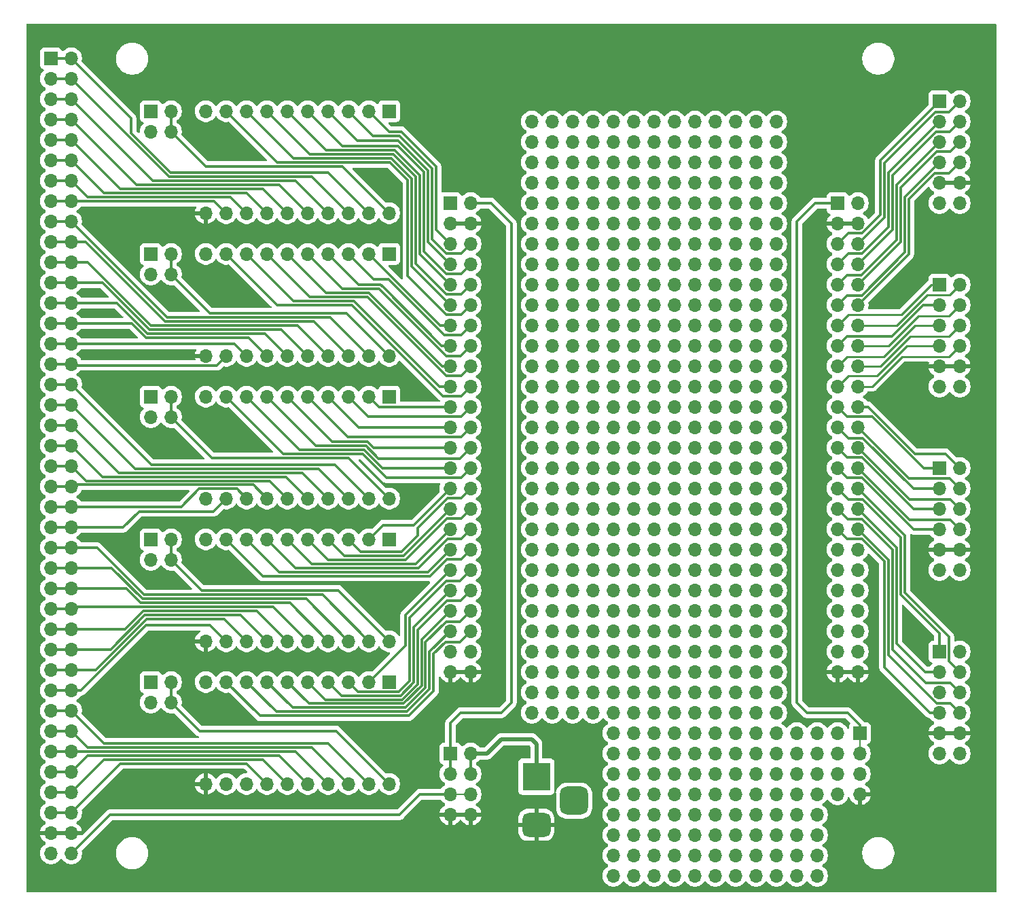
<source format=gbr>
%TF.GenerationSoftware,KiCad,Pcbnew,9.0.1-9.0.1-0~ubuntu24.04.1*%
%TF.CreationDate,2025-04-22T11:44:26+09:00*%
%TF.ProjectId,PSCE-TEST_Cyclone4_6k,50534345-2d54-4455-9354-5f4379636c6f,rev?*%
%TF.SameCoordinates,Original*%
%TF.FileFunction,Copper,L1,Top*%
%TF.FilePolarity,Positive*%
%FSLAX46Y46*%
G04 Gerber Fmt 4.6, Leading zero omitted, Abs format (unit mm)*
G04 Created by KiCad (PCBNEW 9.0.1-9.0.1-0~ubuntu24.04.1) date 2025-04-22 11:44:26*
%MOMM*%
%LPD*%
G01*
G04 APERTURE LIST*
G04 Aperture macros list*
%AMRoundRect*
0 Rectangle with rounded corners*
0 $1 Rounding radius*
0 $2 $3 $4 $5 $6 $7 $8 $9 X,Y pos of 4 corners*
0 Add a 4 corners polygon primitive as box body*
4,1,4,$2,$3,$4,$5,$6,$7,$8,$9,$2,$3,0*
0 Add four circle primitives for the rounded corners*
1,1,$1+$1,$2,$3*
1,1,$1+$1,$4,$5*
1,1,$1+$1,$6,$7*
1,1,$1+$1,$8,$9*
0 Add four rect primitives between the rounded corners*
20,1,$1+$1,$2,$3,$4,$5,0*
20,1,$1+$1,$4,$5,$6,$7,0*
20,1,$1+$1,$6,$7,$8,$9,0*
20,1,$1+$1,$8,$9,$2,$3,0*%
G04 Aperture macros list end*
%TA.AperFunction,ComponentPad*%
%ADD10O,1.700000X1.700000*%
%TD*%
%TA.AperFunction,ComponentPad*%
%ADD11R,3.500000X3.500000*%
%TD*%
%TA.AperFunction,ComponentPad*%
%ADD12RoundRect,0.750000X1.000000X-0.750000X1.000000X0.750000X-1.000000X0.750000X-1.000000X-0.750000X0*%
%TD*%
%TA.AperFunction,ComponentPad*%
%ADD13RoundRect,0.875000X0.875000X-0.875000X0.875000X0.875000X-0.875000X0.875000X-0.875000X-0.875000X0*%
%TD*%
%TA.AperFunction,ComponentPad*%
%ADD14R,1.700000X1.700000*%
%TD*%
%TA.AperFunction,ViaPad*%
%ADD15C,0.600000*%
%TD*%
%TA.AperFunction,Conductor*%
%ADD16C,0.300000*%
%TD*%
%TA.AperFunction,Conductor*%
%ADD17C,0.200000*%
%TD*%
%TA.AperFunction,Conductor*%
%ADD18C,0.254000*%
%TD*%
%TA.AperFunction,Conductor*%
%ADD19C,0.500000*%
%TD*%
G04 APERTURE END LIST*
D10*
%TO.P,,*%
%TO.N,*%
X175260000Y-127000000D03*
%TD*%
%TO.P,,*%
%TO.N,*%
X162560000Y-129540000D03*
%TD*%
%TO.P,,*%
%TO.N,*%
X160020000Y-111760000D03*
%TD*%
%TO.P,,*%
%TO.N,*%
X170180000Y-104140000D03*
%TD*%
D11*
%TO.P,J13,1*%
%TO.N,Net-(J12-Pin_2)*%
X147886500Y-134970000D03*
D12*
%TO.P,J13,2*%
%TO.N,GND*%
X147886500Y-140970000D03*
D13*
%TO.P,J13,3*%
%TO.N,unconnected-(J13-Pad3)*%
X152586500Y-137970000D03*
%TD*%
D10*
%TO.P,,*%
%TO.N,*%
X165100000Y-76200000D03*
%TD*%
%TO.P,,*%
%TO.N,*%
X175260000Y-86360000D03*
%TD*%
%TO.P,,*%
%TO.N,*%
X177800000Y-73660000D03*
%TD*%
%TO.P,,*%
%TO.N,*%
X162560000Y-139700000D03*
%TD*%
%TO.P,,*%
%TO.N,*%
X149860000Y-71120000D03*
%TD*%
D14*
%TO.P,J12,1,Pin_1*%
%TO.N,+5V*%
X137160000Y-132080000D03*
D10*
%TO.P,J12,2,Pin_2*%
%TO.N,Net-(J12-Pin_2)*%
X139700000Y-132080000D03*
%TO.P,J12,3,Pin_3*%
%TO.N,+5V*%
X137160000Y-134620000D03*
%TO.P,J12,4,Pin_4*%
%TO.N,Net-(J12-Pin_2)*%
X139700000Y-134620000D03*
%TO.P,J12,5,Pin_5*%
%TO.N,Net-(J12-Pin_5)*%
X137160000Y-137160000D03*
%TO.P,J12,6,Pin_6*%
X139700000Y-137160000D03*
%TO.P,J12,7,Pin_7*%
%TO.N,GND*%
X137160000Y-139700000D03*
%TO.P,J12,8,Pin_8*%
X139700000Y-139700000D03*
%TD*%
%TO.P,,*%
%TO.N,*%
X149860000Y-58420000D03*
%TD*%
%TO.P,,*%
%TO.N,*%
X175260000Y-60960000D03*
%TD*%
%TO.P,,*%
%TO.N,*%
X162560000Y-99060000D03*
%TD*%
%TO.P,,*%
%TO.N,*%
X182880000Y-137160000D03*
%TD*%
%TO.P,,*%
%TO.N,*%
X175260000Y-147320000D03*
%TD*%
D14*
%TO.P,J2,1,Pin_1*%
%TO.N,+5V*%
X99822000Y-69850000D03*
D10*
%TO.P,J2,2,Pin_2*%
%TO.N,Net-(J2-Pin_2)*%
X102362000Y-69850000D03*
%TO.P,J2,3,Pin_3*%
%TO.N,3V3*%
X99822000Y-72390000D03*
%TO.P,J2,4,Pin_4*%
%TO.N,Net-(J2-Pin_2)*%
X102362000Y-72390000D03*
%TD*%
%TO.P,,*%
%TO.N,*%
X160020000Y-81280000D03*
%TD*%
%TO.P,,*%
%TO.N,*%
X182880000Y-129540000D03*
%TD*%
%TO.P,,*%
%TO.N,*%
X170180000Y-101600000D03*
%TD*%
%TO.P,,*%
%TO.N,*%
X172720000Y-63500000D03*
%TD*%
%TO.P,,*%
%TO.N,*%
X152400000Y-104140000D03*
%TD*%
%TO.P,,*%
%TO.N,*%
X157480000Y-88900000D03*
%TD*%
%TO.P,,*%
%TO.N,*%
X175260000Y-129540000D03*
%TD*%
%TO.P,,*%
%TO.N,*%
X162560000Y-81280000D03*
%TD*%
%TO.P,,*%
%TO.N,*%
X172720000Y-76200000D03*
%TD*%
%TO.P,,*%
%TO.N,*%
X162560000Y-58420000D03*
%TD*%
%TO.P,,*%
%TO.N,*%
X152400000Y-55880000D03*
%TD*%
%TO.P,,*%
%TO.N,*%
X157480000Y-93980000D03*
%TD*%
%TO.P,,*%
%TO.N,*%
X182880000Y-142240000D03*
%TD*%
%TO.P,,*%
%TO.N,*%
X167640000Y-137160000D03*
%TD*%
%TO.P,,*%
%TO.N,*%
X154940000Y-53340000D03*
%TD*%
%TO.P,,*%
%TO.N,*%
X147320000Y-119380000D03*
%TD*%
%TO.P,,*%
%TO.N,*%
X175260000Y-137160000D03*
%TD*%
%TO.P,,*%
%TO.N,*%
X152400000Y-119380000D03*
%TD*%
%TO.P,,*%
%TO.N,*%
X160020000Y-60960000D03*
%TD*%
%TO.P,,*%
%TO.N,*%
X167640000Y-93980000D03*
%TD*%
%TO.P,,*%
%TO.N,*%
X167640000Y-68580000D03*
%TD*%
%TO.P,,*%
%TO.N,*%
X172720000Y-83820000D03*
%TD*%
%TO.P,,*%
%TO.N,*%
X160020000Y-121920000D03*
%TD*%
%TO.P,,*%
%TO.N,*%
X165100000Y-129540000D03*
%TD*%
%TO.P,,*%
%TO.N,*%
X175260000Y-78740000D03*
%TD*%
%TO.P,,*%
%TO.N,*%
X152400000Y-73660000D03*
%TD*%
%TO.P,,*%
%TO.N,*%
X162560000Y-114300000D03*
%TD*%
D14*
%TO.P,J4,1,Pin_1*%
%TO.N,+5V*%
X99822000Y-105410000D03*
D10*
%TO.P,J4,2,Pin_2*%
%TO.N,Net-(J4-Pin_2)*%
X102362000Y-105410000D03*
%TO.P,J4,3,Pin_3*%
%TO.N,3V3*%
X99822000Y-107950000D03*
%TO.P,J4,4,Pin_4*%
%TO.N,Net-(J4-Pin_2)*%
X102362000Y-107950000D03*
%TD*%
%TO.P,,*%
%TO.N,*%
X165100000Y-104140000D03*
%TD*%
%TO.P,,*%
%TO.N,*%
X165100000Y-55880000D03*
%TD*%
%TO.P,,*%
%TO.N,*%
X175260000Y-73660000D03*
%TD*%
%TO.P,,*%
%TO.N,*%
X160020000Y-106680000D03*
%TD*%
%TO.P,,*%
%TO.N,*%
X177800000Y-111760000D03*
%TD*%
%TO.P,,*%
%TO.N,*%
X167640000Y-53340000D03*
%TD*%
%TO.P,,*%
%TO.N,*%
X175260000Y-121920000D03*
%TD*%
%TO.P,,*%
%TO.N,*%
X162560000Y-116840000D03*
%TD*%
%TO.P,,*%
%TO.N,*%
X175260000Y-58420000D03*
%TD*%
%TO.P,,*%
%TO.N,*%
X154940000Y-127000000D03*
%TD*%
%TO.P,,*%
%TO.N,*%
X172720000Y-93980000D03*
%TD*%
%TO.P,,*%
%TO.N,*%
X147320000Y-127000000D03*
%TD*%
%TO.P,,*%
%TO.N,*%
X154940000Y-109220000D03*
%TD*%
%TO.P,,*%
%TO.N,*%
X170180000Y-132080000D03*
%TD*%
%TO.P,,*%
%TO.N,*%
X149860000Y-53340000D03*
%TD*%
%TO.P,,*%
%TO.N,*%
X157480000Y-119380000D03*
%TD*%
%TO.P,,*%
%TO.N,*%
X177800000Y-144780000D03*
%TD*%
%TO.P,,*%
%TO.N,*%
X162560000Y-88900000D03*
%TD*%
%TO.P,,*%
%TO.N,*%
X180340000Y-134620000D03*
%TD*%
%TO.P,,*%
%TO.N,*%
X175260000Y-55880000D03*
%TD*%
%TO.P,,*%
%TO.N,*%
X167640000Y-121920000D03*
%TD*%
D14*
%TO.P,U1,1,VCCA*%
%TO.N,3V3*%
X129540000Y-52045000D03*
D10*
%TO.P,U1,2,A1*%
%TO.N,/IO30*%
X127000000Y-52045000D03*
%TO.P,U1,3,A2*%
%TO.N,/IO28*%
X124460000Y-52045000D03*
%TO.P,U1,4,A3*%
%TO.N,/IO32*%
X121920000Y-52045000D03*
%TO.P,U1,5,A4*%
%TO.N,/IO31*%
X119380000Y-52045000D03*
%TO.P,U1,6,A5*%
%TO.N,/IO34*%
X116840000Y-52045000D03*
%TO.P,U1,7,A6*%
%TO.N,/IO33*%
X114300000Y-52045000D03*
%TO.P,U1,8,A7*%
%TO.N,/IO39*%
X111760000Y-52045000D03*
%TO.P,U1,9,A8*%
%TO.N,/IO38*%
X109220000Y-52045000D03*
%TO.P,U1,10,OE*%
%TO.N,3V3*%
X106680000Y-52045000D03*
%TO.P,U1,11,GND*%
%TO.N,GND*%
X106680000Y-64745000D03*
%TO.P,U1,12,B8*%
%TO.N,/DUT7*%
X109220000Y-64745000D03*
%TO.P,U1,13,B7*%
%TO.N,/DUT6*%
X111760000Y-64745000D03*
%TO.P,U1,14,B6*%
%TO.N,/DUT5*%
X114300000Y-64745000D03*
%TO.P,U1,15,B5*%
%TO.N,/DUT4*%
X116840000Y-64745000D03*
%TO.P,U1,16,B4*%
%TO.N,/DUT3*%
X119380000Y-64745000D03*
%TO.P,U1,17,B3*%
%TO.N,/DUT2*%
X121920000Y-64745000D03*
%TO.P,U1,18,B2*%
%TO.N,/DUT1*%
X124460000Y-64745000D03*
%TO.P,U1,19,B1*%
%TO.N,/DUT0*%
X127000000Y-64745000D03*
%TO.P,U1,20,VCCB*%
%TO.N,Net-(J1-Pin_2)*%
X129540000Y-64745000D03*
%TD*%
%TO.P,,*%
%TO.N,*%
X165100000Y-68580000D03*
%TD*%
%TO.P,,*%
%TO.N,*%
X149860000Y-106680000D03*
%TD*%
%TO.P,,*%
%TO.N,*%
X149860000Y-88900000D03*
%TD*%
%TO.P,,*%
%TO.N,*%
X165100000Y-73660000D03*
%TD*%
D14*
%TO.P,U2,1,VCCA*%
%TO.N,3V3*%
X129540000Y-69825000D03*
D10*
%TO.P,U2,2,A1*%
%TO.N,/IO43*%
X127000000Y-69825000D03*
%TO.P,U2,3,A2*%
%TO.N,/IO42*%
X124460000Y-69825000D03*
%TO.P,U2,4,A3*%
%TO.N,/IO46*%
X121920000Y-69825000D03*
%TO.P,U2,5,A4*%
%TO.N,/IO44*%
X119380000Y-69825000D03*
%TO.P,U2,6,A5*%
%TO.N,/IO50*%
X116840000Y-69825000D03*
%TO.P,U2,7,A6*%
%TO.N,/IO49*%
X114300000Y-69825000D03*
%TO.P,U2,8,A7*%
%TO.N,/IO52*%
X111760000Y-69825000D03*
%TO.P,U2,9,A8*%
%TO.N,/IO51*%
X109220000Y-69825000D03*
%TO.P,U2,10,OE*%
%TO.N,3V3*%
X106680000Y-69825000D03*
%TO.P,U2,11,GND*%
%TO.N,GND*%
X106680000Y-82525000D03*
%TO.P,U2,12,B8*%
%TO.N,/DUT15*%
X109220000Y-82525000D03*
%TO.P,U2,13,B7*%
%TO.N,/DUT14*%
X111760000Y-82525000D03*
%TO.P,U2,14,B6*%
%TO.N,/DUT13*%
X114300000Y-82525000D03*
%TO.P,U2,15,B5*%
%TO.N,/DUT12*%
X116840000Y-82525000D03*
%TO.P,U2,16,B4*%
%TO.N,/DUT11*%
X119380000Y-82525000D03*
%TO.P,U2,17,B3*%
%TO.N,/DUT10*%
X121920000Y-82525000D03*
%TO.P,U2,18,B2*%
%TO.N,/DUT9*%
X124460000Y-82525000D03*
%TO.P,U2,19,B1*%
%TO.N,/DUT8*%
X127000000Y-82525000D03*
%TO.P,U2,20,VCCB*%
%TO.N,Net-(J2-Pin_2)*%
X129540000Y-82525000D03*
%TD*%
%TO.P,,*%
%TO.N,*%
X157480000Y-124460000D03*
%TD*%
%TO.P,,*%
%TO.N,*%
X165100000Y-119380000D03*
%TD*%
%TO.P,,*%
%TO.N,*%
X154940000Y-76200000D03*
%TD*%
%TO.P,,*%
%TO.N,*%
X162560000Y-134620000D03*
%TD*%
%TO.P,,*%
%TO.N,*%
X154940000Y-93980000D03*
%TD*%
%TO.P,,*%
%TO.N,*%
X152400000Y-81280000D03*
%TD*%
D14*
%TO.P,U5,1,VCCA*%
%TO.N,3V3*%
X129540000Y-123165000D03*
D10*
%TO.P,U5,2,A1*%
%TO.N,/IO75*%
X127000000Y-123165000D03*
%TO.P,U5,3,A2*%
%TO.N,/IO74*%
X124460000Y-123165000D03*
%TO.P,U5,4,A3*%
%TO.N,/IO77*%
X121920000Y-123165000D03*
%TO.P,U5,5,A4*%
%TO.N,/IO76*%
X119380000Y-123165000D03*
%TO.P,U5,6,A5*%
%TO.N,/IO83*%
X116840000Y-123165000D03*
%TO.P,U5,7,A6*%
%TO.N,/IO80*%
X114300000Y-123165000D03*
%TO.P,U5,8,A7*%
%TO.N,/IO85*%
X111760000Y-123165000D03*
%TO.P,U5,9,A8*%
%TO.N,/IO84*%
X109220000Y-123165000D03*
%TO.P,U5,10,OE*%
%TO.N,3V3*%
X106680000Y-123165000D03*
%TO.P,U5,11,GND*%
%TO.N,GND*%
X106680000Y-135865000D03*
%TO.P,U5,12,B8*%
%TO.N,/DUT39*%
X109220000Y-135865000D03*
%TO.P,U5,13,B7*%
%TO.N,/DUT38*%
X111760000Y-135865000D03*
%TO.P,U5,14,B6*%
%TO.N,/DUT37*%
X114300000Y-135865000D03*
%TO.P,U5,15,B5*%
%TO.N,/DUT36*%
X116840000Y-135865000D03*
%TO.P,U5,16,B4*%
%TO.N,/DUT35*%
X119380000Y-135865000D03*
%TO.P,U5,17,B3*%
%TO.N,/DUT34*%
X121920000Y-135865000D03*
%TO.P,U5,18,B2*%
%TO.N,/DUT33*%
X124460000Y-135865000D03*
%TO.P,U5,19,B1*%
%TO.N,/DUT32*%
X127000000Y-135865000D03*
%TO.P,U5,20,VCCB*%
%TO.N,Net-(J5-Pin_2)*%
X129540000Y-135865000D03*
%TD*%
%TO.P,,*%
%TO.N,*%
X175260000Y-66040000D03*
%TD*%
%TO.P,,*%
%TO.N,*%
X177800000Y-114300000D03*
%TD*%
%TO.P,,*%
%TO.N,*%
X170180000Y-66040000D03*
%TD*%
%TO.P,,*%
%TO.N,*%
X167640000Y-124460000D03*
%TD*%
%TO.P,,*%
%TO.N,*%
X170180000Y-99060000D03*
%TD*%
%TO.P,,*%
%TO.N,*%
X152400000Y-68580000D03*
%TD*%
%TO.P,,*%
%TO.N,*%
X149860000Y-66040000D03*
%TD*%
%TO.P,,*%
%TO.N,*%
X152400000Y-88900000D03*
%TD*%
%TO.P,,*%
%TO.N,*%
X154940000Y-116840000D03*
%TD*%
%TO.P,,*%
%TO.N,*%
X160020000Y-71120000D03*
%TD*%
%TO.P,,*%
%TO.N,*%
X160020000Y-116840000D03*
%TD*%
%TO.P,,*%
%TO.N,*%
X160020000Y-88900000D03*
%TD*%
%TO.P,,*%
%TO.N,*%
X152400000Y-60960000D03*
%TD*%
%TO.P,,*%
%TO.N,*%
X157480000Y-71120000D03*
%TD*%
%TO.P,,*%
%TO.N,*%
X160020000Y-101600000D03*
%TD*%
%TO.P,,*%
%TO.N,*%
X157480000Y-101600000D03*
%TD*%
%TO.P,,*%
%TO.N,*%
X172720000Y-81280000D03*
%TD*%
%TO.P,,*%
%TO.N,*%
X160020000Y-55880000D03*
%TD*%
%TO.P,,*%
%TO.N,*%
X167640000Y-78740000D03*
%TD*%
%TO.P,,*%
%TO.N,*%
X185420000Y-132080000D03*
%TD*%
%TO.P,,*%
%TO.N,*%
X182880000Y-139700000D03*
%TD*%
%TO.P,,*%
%TO.N,*%
X149860000Y-60960000D03*
%TD*%
%TO.P,,*%
%TO.N,*%
X162560000Y-63500000D03*
%TD*%
%TO.P,,*%
%TO.N,*%
X177800000Y-76200000D03*
%TD*%
%TO.P,,*%
%TO.N,*%
X165100000Y-114300000D03*
%TD*%
%TO.P,,*%
%TO.N,*%
X165100000Y-124460000D03*
%TD*%
%TO.P,,*%
%TO.N,*%
X180340000Y-144780000D03*
%TD*%
%TO.P,,*%
%TO.N,*%
X180340000Y-142240000D03*
%TD*%
%TO.P,,*%
%TO.N,*%
X165100000Y-53340000D03*
%TD*%
%TO.P,,*%
%TO.N,*%
X152400000Y-124460000D03*
%TD*%
%TO.P,,*%
%TO.N,*%
X170180000Y-137160000D03*
%TD*%
%TO.P,,*%
%TO.N,*%
X147320000Y-93980000D03*
%TD*%
%TO.P,,*%
%TO.N,*%
X175260000Y-114300000D03*
%TD*%
%TO.P,,*%
%TO.N,*%
X167640000Y-55880000D03*
%TD*%
%TO.P,,*%
%TO.N,*%
X177800000Y-93980000D03*
%TD*%
%TO.P,,*%
%TO.N,*%
X172720000Y-86360000D03*
%TD*%
%TO.P,,*%
%TO.N,*%
X157480000Y-111760000D03*
%TD*%
%TO.P,,*%
%TO.N,*%
X177800000Y-116840000D03*
%TD*%
%TO.P,,*%
%TO.N,*%
X165100000Y-91440000D03*
%TD*%
%TO.P,,*%
%TO.N,*%
X177800000Y-121920000D03*
%TD*%
%TO.P,,*%
%TO.N,*%
X170180000Y-53340000D03*
%TD*%
%TO.P,,*%
%TO.N,*%
X157480000Y-96520000D03*
%TD*%
%TO.P,,*%
%TO.N,*%
X162560000Y-101600000D03*
%TD*%
%TO.P,,*%
%TO.N,*%
X160020000Y-93980000D03*
%TD*%
%TO.P,,*%
%TO.N,*%
X149860000Y-96520000D03*
%TD*%
%TO.P,,*%
%TO.N,*%
X167640000Y-58420000D03*
%TD*%
%TO.P,,*%
%TO.N,*%
X175260000Y-139700000D03*
%TD*%
%TO.P,,*%
%TO.N,*%
X147320000Y-78740000D03*
%TD*%
%TO.P,,*%
%TO.N,*%
X165100000Y-139700000D03*
%TD*%
%TO.P,,*%
%TO.N,*%
X162560000Y-127000000D03*
%TD*%
%TO.P,,*%
%TO.N,*%
X177800000Y-104140000D03*
%TD*%
%TO.P,,*%
%TO.N,*%
X162560000Y-83820000D03*
%TD*%
%TO.P,,*%
%TO.N,*%
X149860000Y-99060000D03*
%TD*%
%TO.P,,*%
%TO.N,*%
X162560000Y-53340000D03*
%TD*%
%TO.P,,*%
%TO.N,*%
X185420000Y-129540000D03*
%TD*%
%TO.P,,*%
%TO.N,*%
X157480000Y-58420000D03*
%TD*%
%TO.P,,*%
%TO.N,*%
X149860000Y-55880000D03*
%TD*%
%TO.P,,*%
%TO.N,*%
X170180000Y-68580000D03*
%TD*%
%TO.P,,*%
%TO.N,*%
X172720000Y-137160000D03*
%TD*%
%TO.P,,*%
%TO.N,*%
X154940000Y-106680000D03*
%TD*%
%TO.P,,*%
%TO.N,*%
X172720000Y-53340000D03*
%TD*%
%TO.P,,*%
%TO.N,*%
X147320000Y-109220000D03*
%TD*%
%TO.P,,*%
%TO.N,*%
X177800000Y-129540000D03*
%TD*%
%TO.P,,*%
%TO.N,*%
X170180000Y-76200000D03*
%TD*%
%TO.P,,*%
%TO.N,*%
X167640000Y-66040000D03*
%TD*%
%TO.P,,*%
%TO.N,*%
X170180000Y-73660000D03*
%TD*%
%TO.P,,*%
%TO.N,*%
X170180000Y-86360000D03*
%TD*%
%TO.P,,*%
%TO.N,*%
X175260000Y-101600000D03*
%TD*%
%TO.P,,*%
%TO.N,*%
X149860000Y-76200000D03*
%TD*%
%TO.P,,*%
%TO.N,*%
X147320000Y-63500000D03*
%TD*%
%TO.P,,*%
%TO.N,*%
X147320000Y-73660000D03*
%TD*%
%TO.P,,*%
%TO.N,*%
X175260000Y-144780000D03*
%TD*%
%TO.P,,*%
%TO.N,*%
X165100000Y-86360000D03*
%TD*%
%TO.P,,*%
%TO.N,*%
X160020000Y-137160000D03*
%TD*%
%TO.P,,*%
%TO.N,*%
X160020000Y-63500000D03*
%TD*%
%TO.P,,*%
%TO.N,*%
X165100000Y-142240000D03*
%TD*%
%TO.P,,*%
%TO.N,*%
X162560000Y-73660000D03*
%TD*%
%TO.P,,*%
%TO.N,*%
X160020000Y-132080000D03*
%TD*%
%TO.P,,*%
%TO.N,*%
X157480000Y-144780000D03*
%TD*%
%TO.P,,*%
%TO.N,*%
X160020000Y-68580000D03*
%TD*%
%TO.P,,*%
%TO.N,*%
X170180000Y-127000000D03*
%TD*%
%TO.P,,*%
%TO.N,*%
X160020000Y-139700000D03*
%TD*%
%TO.P,,*%
%TO.N,*%
X152400000Y-58420000D03*
%TD*%
%TO.P,,*%
%TO.N,*%
X177800000Y-60960000D03*
%TD*%
%TO.P,,*%
%TO.N,*%
X157480000Y-68580000D03*
%TD*%
%TO.P,,*%
%TO.N,*%
X177800000Y-53340000D03*
%TD*%
%TO.P,,*%
%TO.N,*%
X180340000Y-147320000D03*
%TD*%
%TO.P,,*%
%TO.N,*%
X152400000Y-109220000D03*
%TD*%
%TO.P,,*%
%TO.N,*%
X152400000Y-101600000D03*
%TD*%
%TO.P,,*%
%TO.N,*%
X147320000Y-101600000D03*
%TD*%
%TO.P,,*%
%TO.N,*%
X157480000Y-66040000D03*
%TD*%
%TO.P,,*%
%TO.N,*%
X180340000Y-132080000D03*
%TD*%
%TO.P,,*%
%TO.N,*%
X147320000Y-55880000D03*
%TD*%
%TO.P,,*%
%TO.N,*%
X175260000Y-91440000D03*
%TD*%
%TO.P,,*%
%TO.N,*%
X177800000Y-58420000D03*
%TD*%
%TO.P,,*%
%TO.N,*%
X175260000Y-134620000D03*
%TD*%
%TO.P,,*%
%TO.N,*%
X167640000Y-134620000D03*
%TD*%
%TO.P,,*%
%TO.N,*%
X167640000Y-96520000D03*
%TD*%
%TO.P,,*%
%TO.N,*%
X170180000Y-124460000D03*
%TD*%
%TO.P,,*%
%TO.N,*%
X170180000Y-114300000D03*
%TD*%
%TO.P,,*%
%TO.N,*%
X147320000Y-68580000D03*
%TD*%
%TO.P,,*%
%TO.N,*%
X154940000Y-78740000D03*
%TD*%
%TO.P,,*%
%TO.N,*%
X172720000Y-109220000D03*
%TD*%
%TO.P,,*%
%TO.N,*%
X147320000Y-121920000D03*
%TD*%
%TO.P,,*%
%TO.N,*%
X177800000Y-96520000D03*
%TD*%
%TO.P,,*%
%TO.N,*%
X175260000Y-81280000D03*
%TD*%
%TO.P,,*%
%TO.N,*%
X160020000Y-76200000D03*
%TD*%
%TO.P,,*%
%TO.N,*%
X165100000Y-81280000D03*
%TD*%
%TO.P,,*%
%TO.N,*%
X165100000Y-121920000D03*
%TD*%
%TO.P,,*%
%TO.N,*%
X154940000Y-66040000D03*
%TD*%
%TO.P,,*%
%TO.N,*%
X147320000Y-96520000D03*
%TD*%
%TO.P,,*%
%TO.N,*%
X175260000Y-76200000D03*
%TD*%
%TO.P,,*%
%TO.N,*%
X167640000Y-147320000D03*
%TD*%
%TO.P,,*%
%TO.N,*%
X149860000Y-121920000D03*
%TD*%
%TO.P,,*%
%TO.N,*%
X157480000Y-78740000D03*
%TD*%
%TO.P,,*%
%TO.N,*%
X152400000Y-121920000D03*
%TD*%
%TO.P,,*%
%TO.N,*%
X177800000Y-68580000D03*
%TD*%
%TO.P,,*%
%TO.N,*%
X175260000Y-116840000D03*
%TD*%
%TO.P,,*%
%TO.N,*%
X170180000Y-63500000D03*
%TD*%
%TO.P,,*%
%TO.N,*%
X157480000Y-109220000D03*
%TD*%
%TO.P,,*%
%TO.N,*%
X160020000Y-73660000D03*
%TD*%
%TO.P,,*%
%TO.N,*%
X175260000Y-68580000D03*
%TD*%
%TO.P,,*%
%TO.N,*%
X170180000Y-96520000D03*
%TD*%
%TO.P,,*%
%TO.N,*%
X149860000Y-116840000D03*
%TD*%
%TO.P,,*%
%TO.N,*%
X177800000Y-99060000D03*
%TD*%
%TO.P,,*%
%TO.N,*%
X152400000Y-76200000D03*
%TD*%
%TO.P,,*%
%TO.N,*%
X175260000Y-142240000D03*
%TD*%
%TO.P,,*%
%TO.N,*%
X149860000Y-83820000D03*
%TD*%
D14*
%TO.P,JA1,1,Pin_1*%
%TO.N,/IO11*%
X198120000Y-50800000D03*
D10*
%TO.P,JA1,2,Pin_2*%
%TO.N,/IO10*%
X200660000Y-50800000D03*
%TO.P,JA1,3,Pin_3*%
%TO.N,/IO7*%
X198120000Y-53340000D03*
%TO.P,JA1,4,Pin_4*%
%TO.N,/IO3*%
X200660000Y-53340000D03*
%TO.P,JA1,5,Pin_5*%
%TO.N,/IO2*%
X198120000Y-55880000D03*
%TO.P,JA1,6,Pin_6*%
%TO.N,/IO1*%
X200660000Y-55880000D03*
%TO.P,JA1,7,Pin_7*%
%TO.N,/IO144*%
X198120000Y-58420000D03*
%TO.P,JA1,8,Pin_8*%
%TO.N,/IO143*%
X200660000Y-58420000D03*
%TO.P,JA1,9,Pin_9*%
%TO.N,GND*%
X198120000Y-60960000D03*
%TO.P,JA1,10,Pin_10*%
X200660000Y-60960000D03*
%TO.P,JA1,11,Pin_11*%
%TO.N,unconnected-(JA1-Pin_11-Pad11)*%
X198120000Y-63500000D03*
%TO.P,JA1,12,Pin_12*%
%TO.N,unconnected-(JA1-Pin_12-Pad12)*%
X200660000Y-63500000D03*
%TD*%
%TO.P,,*%
%TO.N,*%
X177800000Y-139700000D03*
%TD*%
%TO.P,,*%
%TO.N,*%
X152400000Y-53340000D03*
%TD*%
%TO.P,,*%
%TO.N,*%
X167640000Y-106680000D03*
%TD*%
%TO.P,,*%
%TO.N,*%
X149860000Y-101600000D03*
%TD*%
%TO.P,,*%
%TO.N,*%
X170180000Y-121920000D03*
%TD*%
%TO.P,,*%
%TO.N,*%
X165100000Y-101600000D03*
%TD*%
%TO.P,,*%
%TO.N,*%
X177800000Y-91440000D03*
%TD*%
%TO.P,,*%
%TO.N,*%
X172720000Y-88900000D03*
%TD*%
%TO.P,,*%
%TO.N,*%
X185420000Y-137160000D03*
%TD*%
%TO.P,,*%
%TO.N,*%
X154940000Y-58420000D03*
%TD*%
%TO.P,,*%
%TO.N,*%
X160020000Y-127000000D03*
%TD*%
%TO.P,,*%
%TO.N,*%
X162560000Y-119380000D03*
%TD*%
%TO.P,,*%
%TO.N,*%
X165100000Y-66040000D03*
%TD*%
%TO.P,,*%
%TO.N,*%
X157480000Y-55880000D03*
%TD*%
%TO.P,,*%
%TO.N,*%
X167640000Y-71120000D03*
%TD*%
%TO.P,,*%
%TO.N,*%
X165100000Y-147320000D03*
%TD*%
%TO.P,,*%
%TO.N,*%
X177800000Y-142240000D03*
%TD*%
%TO.P,,*%
%TO.N,*%
X160020000Y-142240000D03*
%TD*%
%TO.P,,*%
%TO.N,*%
X147320000Y-91440000D03*
%TD*%
D14*
%TO.P,J8,1,Pin_1*%
%TO.N,3V3*%
X185420000Y-63500000D03*
D10*
%TO.P,J8,2,Pin_2*%
X187960000Y-63500000D03*
%TO.P,J8,3,Pin_3*%
%TO.N,GND*%
X185420000Y-66040000D03*
%TO.P,J8,4,Pin_4*%
X187960000Y-66040000D03*
%TO.P,J8,5,Pin_5*%
%TO.N,/IO11*%
X185420000Y-68580000D03*
%TO.P,J8,6,Pin_6*%
%TO.N,/IO10*%
X187960000Y-68580000D03*
%TO.P,J8,7,Pin_7*%
%TO.N,/IO7*%
X185420000Y-71120000D03*
%TO.P,J8,8,Pin_8*%
%TO.N,/IO3*%
X187960000Y-71120000D03*
%TO.P,J8,9,Pin_9*%
%TO.N,/IO2*%
X185420000Y-73660000D03*
%TO.P,J8,10,Pin_10*%
%TO.N,/IO1*%
X187960000Y-73660000D03*
%TO.P,J8,11,Pin_11*%
%TO.N,/IO144*%
X185420000Y-76200000D03*
%TO.P,J8,12,Pin_12*%
%TO.N,/IO143*%
X187960000Y-76200000D03*
%TO.P,J8,13,Pin_13*%
%TO.N,/DOUT_EMU0_142*%
X185420000Y-78740000D03*
%TO.P,J8,14,Pin_14*%
%TO.N,/DOUT_EMU4_141*%
X187960000Y-78740000D03*
%TO.P,J8,15,Pin_15*%
%TO.N,/DOUT_EMU1_138*%
X185420000Y-81280000D03*
%TO.P,J8,16,Pin_16*%
%TO.N,/DOUT_EMU5_137*%
X187960000Y-81280000D03*
%TO.P,J8,17,Pin_17*%
%TO.N,/DOUT_EMU2_136*%
X185420000Y-83820000D03*
%TO.P,J8,18,Pin_18*%
%TO.N,/DOUT_EMU6_135*%
X187960000Y-83820000D03*
%TO.P,J8,19,Pin_19*%
%TO.N,/DOUT_EMU3_133*%
X185420000Y-86360000D03*
%TO.P,J8,20,Pin_20*%
%TO.N,/DOUT_EMU7_132*%
X187960000Y-86360000D03*
%TO.P,J8,21,Pin_21*%
%TO.N,/DIN_EMU0_129*%
X185420000Y-88900000D03*
%TO.P,J8,22,Pin_22*%
%TO.N,/DIN_EMU4_128*%
X187960000Y-88900000D03*
%TO.P,J8,23,Pin_23*%
%TO.N,/DIN_EMU1_127*%
X185420000Y-91440000D03*
%TO.P,J8,24,Pin_24*%
%TO.N,/DIN_EMU5_126*%
X187960000Y-91440000D03*
%TO.P,J8,25,Pin_25*%
%TO.N,/DIN_EMU2_125*%
X185420000Y-93980000D03*
%TO.P,J8,26,Pin_26*%
%TO.N,/DIN_EMU6_124*%
X187960000Y-93980000D03*
%TO.P,J8,27,Pin_27*%
%TO.N,/DIN_EMU3_121*%
X185420000Y-96520000D03*
%TO.P,J8,28,Pin_28*%
%TO.N,/DIN_EMU7_120*%
X187960000Y-96520000D03*
%TO.P,J8,29,Pin_29*%
%TO.N,/GET_EMU_119*%
X185420000Y-99060000D03*
%TO.P,J8,30,Pin_30*%
%TO.N,/ADDR_EMU0_115*%
X187960000Y-99060000D03*
%TO.P,J8,31,Pin_31*%
%TO.N,/ADDR_EMU1_114*%
X185420000Y-101600000D03*
%TO.P,J8,32,Pin_32*%
%TO.N,/LOAD_EMU_113*%
X187960000Y-101600000D03*
%TO.P,J8,33,Pin_33*%
%TO.N,/IO_REQ_112*%
X185420000Y-104140000D03*
%TO.P,J8,34,Pin_34*%
%TO.N,/ADDR_EMU2_111*%
X187960000Y-104140000D03*
%TO.P,J8,35,Pin_35*%
%TO.N,/IO110*%
X185420000Y-106680000D03*
%TO.P,J8,36,Pin_36*%
%TO.N,/IO106*%
X187960000Y-106680000D03*
%TO.P,J8,37,Pin_37*%
%TO.N,/IO105*%
X185420000Y-109220000D03*
%TO.P,J8,38,Pin_38*%
%TO.N,/IO104*%
X187960000Y-109220000D03*
%TO.P,J8,39,Pin_39*%
%TO.N,/IO103*%
X185420000Y-111760000D03*
%TO.P,J8,40,Pin_40*%
%TO.N,/IO101_nCE0*%
X187960000Y-111760000D03*
%TO.P,J8,41,Pin_41*%
%TO.N,/IO100*%
X185420000Y-114300000D03*
%TO.P,J8,42,Pin_42*%
%TO.N,/IO99*%
X187960000Y-114300000D03*
%TO.P,J8,43,Pin_43*%
%TO.N,/IO98*%
X185420000Y-116840000D03*
%TO.P,J8,44,Pin_44*%
%TO.N,/CLK_EMU_23*%
X187960000Y-116840000D03*
%TO.P,J8,45,Pin_45*%
%TO.N,/CLK_DUT_24*%
X185420000Y-119380000D03*
%TO.P,J8,46,Pin_46*%
%TO.N,/I25_CLK*%
X187960000Y-119380000D03*
%TO.P,J8,47,Pin_47*%
%TO.N,GND*%
X185420000Y-121920000D03*
%TO.P,J8,48,Pin_48*%
X187960000Y-121920000D03*
%TD*%
%TO.P,,*%
%TO.N,*%
X154940000Y-86360000D03*
%TD*%
%TO.P,,*%
%TO.N,*%
X175260000Y-93980000D03*
%TD*%
%TO.P,,*%
%TO.N,*%
X172720000Y-71120000D03*
%TD*%
%TO.P,,*%
%TO.N,*%
X152400000Y-106680000D03*
%TD*%
%TO.P,,*%
%TO.N,*%
X177800000Y-71120000D03*
%TD*%
%TO.P,,*%
%TO.N,*%
X157480000Y-121920000D03*
%TD*%
%TO.P,,*%
%TO.N,*%
X152400000Y-99060000D03*
%TD*%
%TO.P,,*%
%TO.N,*%
X172720000Y-111760000D03*
%TD*%
%TO.P,,*%
%TO.N,*%
X154940000Y-104140000D03*
%TD*%
%TO.P,,*%
%TO.N,*%
X160020000Y-99060000D03*
%TD*%
%TO.P,,*%
%TO.N,*%
X154940000Y-68580000D03*
%TD*%
%TO.P,,*%
%TO.N,*%
X177800000Y-81280000D03*
%TD*%
%TO.P,,*%
%TO.N,*%
X165100000Y-127000000D03*
%TD*%
%TO.P,,*%
%TO.N,*%
X160020000Y-114300000D03*
%TD*%
%TO.P,,*%
%TO.N,*%
X152400000Y-78740000D03*
%TD*%
%TO.P,,*%
%TO.N,*%
X172720000Y-116840000D03*
%TD*%
%TO.P,,*%
%TO.N,*%
X157480000Y-142240000D03*
%TD*%
%TO.P,,*%
%TO.N,*%
X154940000Y-101600000D03*
%TD*%
%TO.P,,*%
%TO.N,*%
X154940000Y-124460000D03*
%TD*%
%TO.P,,*%
%TO.N,*%
X160020000Y-83820000D03*
%TD*%
%TO.P,,*%
%TO.N,*%
X162560000Y-144780000D03*
%TD*%
%TO.P,,*%
%TO.N,*%
X170180000Y-71120000D03*
%TD*%
%TO.P,,*%
%TO.N,*%
X165100000Y-109220000D03*
%TD*%
%TO.P,,*%
%TO.N,*%
X175260000Y-53340000D03*
%TD*%
%TO.P,,*%
%TO.N,*%
X170180000Y-81280000D03*
%TD*%
%TO.P,,*%
%TO.N,*%
X160020000Y-119380000D03*
%TD*%
%TO.P,,*%
%TO.N,*%
X162560000Y-147320000D03*
%TD*%
%TO.P,,*%
%TO.N,*%
X147320000Y-83820000D03*
%TD*%
D14*
%TO.P,U4,1,VCCA*%
%TO.N,3V3*%
X129540000Y-105385000D03*
D10*
%TO.P,U4,2,A1*%
%TO.N,/IO67*%
X127000000Y-105385000D03*
%TO.P,U4,3,A2*%
%TO.N,/IO66*%
X124460000Y-105385000D03*
%TO.P,U4,4,A3*%
%TO.N,/IO69*%
X121920000Y-105385000D03*
%TO.P,U4,5,A4*%
%TO.N,/IO68*%
X119380000Y-105385000D03*
%TO.P,U4,6,A5*%
%TO.N,/IO71*%
X116840000Y-105385000D03*
%TO.P,U4,7,A6*%
%TO.N,/IO70*%
X114300000Y-105385000D03*
%TO.P,U4,8,A7*%
%TO.N,/IO73*%
X111760000Y-105385000D03*
%TO.P,U4,9,A8*%
%TO.N,/IO72*%
X109220000Y-105385000D03*
%TO.P,U4,10,OE*%
%TO.N,3V3*%
X106680000Y-105385000D03*
%TO.P,U4,11,GND*%
%TO.N,GND*%
X106680000Y-118085000D03*
%TO.P,U4,12,B8*%
%TO.N,/DUT31*%
X109220000Y-118085000D03*
%TO.P,U4,13,B7*%
%TO.N,/DUT30*%
X111760000Y-118085000D03*
%TO.P,U4,14,B6*%
%TO.N,/DUT29*%
X114300000Y-118085000D03*
%TO.P,U4,15,B5*%
%TO.N,/DUT28*%
X116840000Y-118085000D03*
%TO.P,U4,16,B4*%
%TO.N,/DUT27*%
X119380000Y-118085000D03*
%TO.P,U4,17,B3*%
%TO.N,/DUT26*%
X121920000Y-118085000D03*
%TO.P,U4,18,B2*%
%TO.N,/DUT25*%
X124460000Y-118085000D03*
%TO.P,U4,19,B1*%
%TO.N,/DUT24*%
X127000000Y-118085000D03*
%TO.P,U4,20,VCCB*%
%TO.N,Net-(J4-Pin_2)*%
X129540000Y-118085000D03*
%TD*%
%TO.P,,*%
%TO.N,*%
X154940000Y-111760000D03*
%TD*%
%TO.P,,*%
%TO.N,*%
X149860000Y-63500000D03*
%TD*%
%TO.P,,*%
%TO.N,*%
X157480000Y-134620000D03*
%TD*%
%TO.P,,*%
%TO.N,*%
X165100000Y-106680000D03*
%TD*%
%TO.P,,*%
%TO.N,*%
X160020000Y-86360000D03*
%TD*%
%TO.P,,*%
%TO.N,*%
X167640000Y-116840000D03*
%TD*%
%TO.P,,*%
%TO.N,*%
X165100000Y-116840000D03*
%TD*%
%TO.P,,*%
%TO.N,*%
X162560000Y-60960000D03*
%TD*%
%TO.P,,*%
%TO.N,*%
X162560000Y-76200000D03*
%TD*%
D14*
%TO.P,J1,1,Pin_1*%
%TO.N,+5V*%
X99822000Y-52070000D03*
D10*
%TO.P,J1,2,Pin_2*%
%TO.N,Net-(J1-Pin_2)*%
X102362000Y-52070000D03*
%TO.P,J1,3,Pin_3*%
%TO.N,3V3*%
X99822000Y-54610000D03*
%TO.P,J1,4,Pin_4*%
%TO.N,Net-(J1-Pin_2)*%
X102362000Y-54610000D03*
%TD*%
%TO.P,,*%
%TO.N,*%
X172720000Y-91440000D03*
%TD*%
%TO.P,,*%
%TO.N,*%
X149860000Y-81280000D03*
%TD*%
%TO.P,,*%
%TO.N,*%
X170180000Y-144780000D03*
%TD*%
%TO.P,,*%
%TO.N,*%
X147320000Y-106680000D03*
%TD*%
%TO.P,,*%
%TO.N,*%
X160020000Y-91440000D03*
%TD*%
D14*
%TO.P,J10,1,Pin_1*%
%TO.N,3V3*%
X188214000Y-129540000D03*
D10*
%TO.P,J10,2,Pin_2*%
X188214000Y-132080000D03*
%TO.P,J10,3,Pin_3*%
%TO.N,unconnected-(J10-Pin_3-Pad3)*%
X188214000Y-134620000D03*
%TO.P,J10,4,Pin_4*%
%TO.N,GND*%
X188214000Y-137160000D03*
%TD*%
%TO.P,,*%
%TO.N,*%
X170180000Y-109220000D03*
%TD*%
%TO.P,,*%
%TO.N,*%
X160020000Y-96520000D03*
%TD*%
%TO.P,,*%
%TO.N,*%
X149860000Y-91440000D03*
%TD*%
%TO.P,,*%
%TO.N,*%
X172720000Y-119380000D03*
%TD*%
%TO.P,,*%
%TO.N,*%
X162560000Y-106680000D03*
%TD*%
%TO.P,,*%
%TO.N,*%
X172720000Y-134620000D03*
%TD*%
%TO.P,,*%
%TO.N,*%
X172720000Y-139700000D03*
%TD*%
%TO.P,,*%
%TO.N,*%
X160020000Y-109220000D03*
%TD*%
%TO.P,,*%
%TO.N,*%
X172720000Y-101600000D03*
%TD*%
%TO.P,,*%
%TO.N,*%
X154940000Y-88900000D03*
%TD*%
%TO.P,,*%
%TO.N,*%
X157480000Y-132080000D03*
%TD*%
%TO.P,,*%
%TO.N,*%
X162560000Y-66040000D03*
%TD*%
%TO.P,,*%
%TO.N,*%
X162560000Y-111760000D03*
%TD*%
%TO.P,,*%
%TO.N,*%
X154940000Y-55880000D03*
%TD*%
%TO.P,,*%
%TO.N,*%
X157480000Y-99060000D03*
%TD*%
%TO.P,,*%
%TO.N,*%
X162560000Y-86360000D03*
%TD*%
%TO.P,,*%
%TO.N,*%
X157480000Y-114300000D03*
%TD*%
%TO.P,,*%
%TO.N,*%
X154940000Y-63500000D03*
%TD*%
%TO.P,,*%
%TO.N,*%
X157480000Y-63500000D03*
%TD*%
%TO.P,,*%
%TO.N,*%
X149860000Y-93980000D03*
%TD*%
%TO.P,,*%
%TO.N,*%
X170180000Y-58420000D03*
%TD*%
%TO.P,,*%
%TO.N,*%
X162560000Y-142240000D03*
%TD*%
%TO.P,,*%
%TO.N,*%
X172720000Y-78740000D03*
%TD*%
%TO.P,,*%
%TO.N,*%
X177800000Y-55880000D03*
%TD*%
%TO.P,,*%
%TO.N,*%
X167640000Y-104140000D03*
%TD*%
%TO.P,,*%
%TO.N,*%
X165100000Y-88900000D03*
%TD*%
%TO.P,,*%
%TO.N,*%
X175260000Y-63500000D03*
%TD*%
D14*
%TO.P,JC1,1,Pin_1*%
%TO.N,/DIN_EMU0_129*%
X198120000Y-96520000D03*
D10*
%TO.P,JC1,2,Pin_2*%
%TO.N,/DIN_EMU4_128*%
X200660000Y-96520000D03*
%TO.P,JC1,3,Pin_3*%
%TO.N,/DIN_EMU1_127*%
X198120000Y-99060000D03*
%TO.P,JC1,4,Pin_4*%
%TO.N,/DIN_EMU5_126*%
X200660000Y-99060000D03*
%TO.P,JC1,5,Pin_5*%
%TO.N,/DIN_EMU2_125*%
X198120000Y-101600000D03*
%TO.P,JC1,6,Pin_6*%
%TO.N,/DIN_EMU6_124*%
X200660000Y-101600000D03*
%TO.P,JC1,7,Pin_7*%
%TO.N,/DIN_EMU3_121*%
X198120000Y-104140000D03*
%TO.P,JC1,8,Pin_8*%
%TO.N,/DIN_EMU7_120*%
X200660000Y-104140000D03*
%TO.P,JC1,9,Pin_9*%
%TO.N,GND*%
X198120000Y-106680000D03*
%TO.P,JC1,10,Pin_10*%
X200660000Y-106680000D03*
%TO.P,JC1,11,Pin_11*%
%TO.N,unconnected-(JC1-Pin_11-Pad11)*%
X198120000Y-109220000D03*
%TO.P,JC1,12,Pin_12*%
%TO.N,unconnected-(JC1-Pin_12-Pad12)*%
X200660000Y-109220000D03*
%TD*%
%TO.P,,*%
%TO.N,*%
X170180000Y-119380000D03*
%TD*%
%TO.P,,*%
%TO.N,*%
X157480000Y-127000000D03*
%TD*%
%TO.P,,*%
%TO.N,*%
X177800000Y-132080000D03*
%TD*%
%TO.P,,*%
%TO.N,*%
X162560000Y-55880000D03*
%TD*%
%TO.P,,*%
%TO.N,*%
X152400000Y-91440000D03*
%TD*%
%TO.P,,*%
%TO.N,*%
X180340000Y-137160000D03*
%TD*%
%TO.P,,*%
%TO.N,*%
X170180000Y-147320000D03*
%TD*%
%TO.P,,*%
%TO.N,*%
X154940000Y-91440000D03*
%TD*%
%TO.P,,*%
%TO.N,*%
X167640000Y-99060000D03*
%TD*%
%TO.P,,*%
%TO.N,*%
X177800000Y-119380000D03*
%TD*%
%TO.P,,*%
%TO.N,*%
X147320000Y-58420000D03*
%TD*%
%TO.P,,*%
%TO.N,*%
X177800000Y-83820000D03*
%TD*%
%TO.P,,*%
%TO.N,*%
X162560000Y-91440000D03*
%TD*%
%TO.P,,*%
%TO.N,*%
X154940000Y-81280000D03*
%TD*%
%TO.P,,*%
%TO.N,*%
X149860000Y-111760000D03*
%TD*%
%TO.P,,*%
%TO.N,*%
X162560000Y-137160000D03*
%TD*%
%TO.P,,*%
%TO.N,*%
X157480000Y-139700000D03*
%TD*%
%TO.P,,*%
%TO.N,*%
X149860000Y-124460000D03*
%TD*%
%TO.P,,*%
%TO.N,*%
X154940000Y-83820000D03*
%TD*%
%TO.P,,*%
%TO.N,*%
X160020000Y-144780000D03*
%TD*%
%TO.P,,*%
%TO.N,*%
X165100000Y-60960000D03*
%TD*%
%TO.P,,*%
%TO.N,*%
X147320000Y-53340000D03*
%TD*%
%TO.P,,*%
%TO.N,*%
X182880000Y-144780000D03*
%TD*%
%TO.P,,*%
%TO.N,*%
X167640000Y-109220000D03*
%TD*%
%TO.P,,*%
%TO.N,*%
X167640000Y-129540000D03*
%TD*%
D14*
%TO.P,J3,1,Pin_1*%
%TO.N,+5V*%
X99822000Y-87630000D03*
D10*
%TO.P,J3,2,Pin_2*%
%TO.N,Net-(J3-Pin_2)*%
X102362000Y-87630000D03*
%TO.P,J3,3,Pin_3*%
%TO.N,3V3*%
X99822000Y-90170000D03*
%TO.P,J3,4,Pin_4*%
%TO.N,Net-(J3-Pin_2)*%
X102362000Y-90170000D03*
%TD*%
%TO.P,,*%
%TO.N,*%
X175260000Y-111760000D03*
%TD*%
%TO.P,,*%
%TO.N,*%
X172720000Y-142240000D03*
%TD*%
%TO.P,,*%
%TO.N,*%
X152400000Y-96520000D03*
%TD*%
%TO.P,,*%
%TO.N,*%
X160020000Y-66040000D03*
%TD*%
%TO.P,,*%
%TO.N,*%
X175260000Y-119380000D03*
%TD*%
%TO.P,,*%
%TO.N,*%
X177800000Y-134620000D03*
%TD*%
%TO.P,,*%
%TO.N,*%
X180340000Y-139700000D03*
%TD*%
%TO.P,,*%
%TO.N,*%
X185420000Y-134620000D03*
%TD*%
%TO.P,,*%
%TO.N,*%
X175260000Y-83820000D03*
%TD*%
%TO.P,,*%
%TO.N,*%
X177800000Y-63500000D03*
%TD*%
%TO.P,,*%
%TO.N,*%
X160020000Y-104140000D03*
%TD*%
%TO.P,,*%
%TO.N,*%
X172720000Y-147320000D03*
%TD*%
D14*
%TO.P,JD1,1,Pin_1*%
%TO.N,/GET_EMU_119*%
X198120000Y-119380000D03*
D10*
%TO.P,JD1,2,Pin_2*%
%TO.N,/CLK_EMU_23*%
X200660000Y-119380000D03*
%TO.P,JD1,3,Pin_3*%
%TO.N,/LOAD_EMU_113*%
X198120000Y-121920000D03*
%TO.P,JD1,4,Pin_4*%
%TO.N,/ADDR_EMU0_115*%
X200660000Y-121920000D03*
%TO.P,JD1,5,Pin_5*%
%TO.N,/CLK_DUT_24*%
X198120000Y-124460000D03*
%TO.P,JD1,6,Pin_6*%
%TO.N,/ADDR_EMU1_114*%
X200660000Y-124460000D03*
%TO.P,JD1,7,Pin_7*%
%TO.N,/IO_REQ_112*%
X198120000Y-127000000D03*
%TO.P,JD1,8,Pin_8*%
%TO.N,/ADDR_EMU2_111*%
X200660000Y-127000000D03*
%TO.P,JD1,9,Pin_9*%
%TO.N,GND*%
X198120000Y-129540000D03*
%TO.P,JD1,10,Pin_10*%
X200660000Y-129540000D03*
%TO.P,JD1,11,Pin_11*%
%TO.N,unconnected-(JD1-Pin_11-Pad11)*%
X198120000Y-132080000D03*
%TO.P,JD1,12,Pin_12*%
%TO.N,unconnected-(JD1-Pin_12-Pad12)*%
X200660000Y-132080000D03*
%TD*%
%TO.P,,*%
%TO.N,*%
X172720000Y-60960000D03*
%TD*%
%TO.P,,*%
%TO.N,*%
X162560000Y-124460000D03*
%TD*%
%TO.P,,*%
%TO.N,*%
X149860000Y-104140000D03*
%TD*%
%TO.P,,*%
%TO.N,*%
X165100000Y-71120000D03*
%TD*%
%TO.P,,*%
%TO.N,*%
X172720000Y-127000000D03*
%TD*%
%TO.P,,*%
%TO.N,*%
X172720000Y-96520000D03*
%TD*%
%TO.P,,*%
%TO.N,*%
X154940000Y-119380000D03*
%TD*%
%TO.P,,*%
%TO.N,*%
X172720000Y-68580000D03*
%TD*%
%TO.P,,*%
%TO.N,*%
X149860000Y-78740000D03*
%TD*%
%TO.P,,*%
%TO.N,*%
X170180000Y-134620000D03*
%TD*%
%TO.P,,*%
%TO.N,*%
X147320000Y-86360000D03*
%TD*%
%TO.P,,*%
%TO.N,*%
X167640000Y-142240000D03*
%TD*%
%TO.P,,*%
%TO.N,*%
X157480000Y-53340000D03*
%TD*%
%TO.P,,*%
%TO.N,*%
X147320000Y-88900000D03*
%TD*%
%TO.P,,*%
%TO.N,*%
X167640000Y-88900000D03*
%TD*%
%TO.P,,*%
%TO.N,*%
X167640000Y-139700000D03*
%TD*%
%TO.P,,*%
%TO.N,*%
X157480000Y-106680000D03*
%TD*%
%TO.P,,*%
%TO.N,*%
X162560000Y-78740000D03*
%TD*%
%TO.P,,*%
%TO.N,*%
X172720000Y-114300000D03*
%TD*%
%TO.P,,*%
%TO.N,*%
X157480000Y-147320000D03*
%TD*%
%TO.P,,*%
%TO.N,*%
X157480000Y-116840000D03*
%TD*%
%TO.P,,*%
%TO.N,*%
X175260000Y-88900000D03*
%TD*%
%TO.P,,*%
%TO.N,*%
X157480000Y-76200000D03*
%TD*%
%TO.P,,*%
%TO.N,*%
X149860000Y-114300000D03*
%TD*%
%TO.P,,*%
%TO.N,*%
X172720000Y-73660000D03*
%TD*%
D14*
%TO.P,U3,1,VCCA*%
%TO.N,3V3*%
X129540000Y-87605000D03*
D10*
%TO.P,U3,2,A1*%
%TO.N,/IO54*%
X127000000Y-87605000D03*
%TO.P,U3,3,A2*%
%TO.N,/IO53*%
X124460000Y-87605000D03*
%TO.P,U3,4,A3*%
%TO.N,/IO58*%
X121920000Y-87605000D03*
%TO.P,U3,5,A4*%
%TO.N,/IO55*%
X119380000Y-87605000D03*
%TO.P,U3,6,A5*%
%TO.N,/IO60*%
X116840000Y-87605000D03*
%TO.P,U3,7,A6*%
%TO.N,/IO59*%
X114300000Y-87605000D03*
%TO.P,U3,8,A7*%
%TO.N,/IO65*%
X111760000Y-87605000D03*
%TO.P,U3,9,A8*%
%TO.N,/IO64*%
X109220000Y-87605000D03*
%TO.P,U3,10,OE*%
%TO.N,3V3*%
X106680000Y-87605000D03*
%TO.P,U3,11,GND*%
%TO.N,GND*%
X106680000Y-100305000D03*
%TO.P,U3,12,B8*%
%TO.N,/DUT23*%
X109220000Y-100305000D03*
%TO.P,U3,13,B7*%
%TO.N,/DUT22*%
X111760000Y-100305000D03*
%TO.P,U3,14,B6*%
%TO.N,/DUT21*%
X114300000Y-100305000D03*
%TO.P,U3,15,B5*%
%TO.N,/DUT20*%
X116840000Y-100305000D03*
%TO.P,U3,16,B4*%
%TO.N,/DUT19*%
X119380000Y-100305000D03*
%TO.P,U3,17,B3*%
%TO.N,/DUT18*%
X121920000Y-100305000D03*
%TO.P,U3,18,B2*%
%TO.N,/DUT17*%
X124460000Y-100305000D03*
%TO.P,U3,19,B1*%
%TO.N,/DUT16*%
X127000000Y-100305000D03*
%TO.P,U3,20,VCCB*%
%TO.N,Net-(J3-Pin_2)*%
X129540000Y-100305000D03*
%TD*%
%TO.P,,*%
%TO.N,*%
X172720000Y-132080000D03*
%TD*%
%TO.P,,*%
%TO.N,*%
X177800000Y-127000000D03*
%TD*%
%TO.P,,*%
%TO.N,*%
X160020000Y-58420000D03*
%TD*%
%TO.P,,*%
%TO.N,*%
X149860000Y-109220000D03*
%TD*%
%TO.P,,*%
%TO.N,*%
X170180000Y-106680000D03*
%TD*%
%TO.P,,*%
%TO.N,*%
X177800000Y-137160000D03*
%TD*%
%TO.P,,*%
%TO.N,*%
X170180000Y-88900000D03*
%TD*%
%TO.P,,*%
%TO.N,*%
X167640000Y-127000000D03*
%TD*%
%TO.P,,*%
%TO.N,*%
X182880000Y-134620000D03*
%TD*%
%TO.P,,*%
%TO.N,*%
X175260000Y-132080000D03*
%TD*%
%TO.P,,*%
%TO.N,*%
X175260000Y-124460000D03*
%TD*%
%TO.P,,*%
%TO.N,*%
X162560000Y-121920000D03*
%TD*%
%TO.P,,*%
%TO.N,*%
X149860000Y-127000000D03*
%TD*%
%TO.P,,*%
%TO.N,*%
X162560000Y-71120000D03*
%TD*%
%TO.P,,*%
%TO.N,*%
X147320000Y-124460000D03*
%TD*%
%TO.P,,*%
%TO.N,*%
X157480000Y-91440000D03*
%TD*%
%TO.P,,*%
%TO.N,*%
X147320000Y-76200000D03*
%TD*%
%TO.P,,*%
%TO.N,*%
X167640000Y-76200000D03*
%TD*%
%TO.P,,*%
%TO.N,*%
X152400000Y-93980000D03*
%TD*%
%TO.P,,*%
%TO.N,*%
X147320000Y-60960000D03*
%TD*%
%TO.P,,*%
%TO.N,*%
X152400000Y-63500000D03*
%TD*%
%TO.P,,*%
%TO.N,*%
X170180000Y-55880000D03*
%TD*%
%TO.P,,*%
%TO.N,*%
X154940000Y-121920000D03*
%TD*%
%TO.P,,*%
%TO.N,*%
X157480000Y-129540000D03*
%TD*%
%TO.P,,*%
%TO.N,*%
X165100000Y-83820000D03*
%TD*%
%TO.P,,*%
%TO.N,*%
X170180000Y-60960000D03*
%TD*%
%TO.P,,*%
%TO.N,*%
X170180000Y-78740000D03*
%TD*%
%TO.P,,*%
%TO.N,*%
X152400000Y-127000000D03*
%TD*%
%TO.P,,*%
%TO.N,*%
X172720000Y-58420000D03*
%TD*%
%TO.P,,*%
%TO.N,*%
X172720000Y-55880000D03*
%TD*%
%TO.P,,*%
%TO.N,*%
X165100000Y-137160000D03*
%TD*%
%TO.P,,*%
%TO.N,*%
X162560000Y-104140000D03*
%TD*%
%TO.P,,*%
%TO.N,*%
X175260000Y-96520000D03*
%TD*%
%TO.P,,*%
%TO.N,*%
X177800000Y-124460000D03*
%TD*%
%TO.P,,*%
%TO.N,*%
X167640000Y-111760000D03*
%TD*%
%TO.P,,*%
%TO.N,*%
X167640000Y-73660000D03*
%TD*%
%TO.P,,*%
%TO.N,*%
X165100000Y-99060000D03*
%TD*%
%TO.P,,*%
%TO.N,*%
X177800000Y-109220000D03*
%TD*%
%TO.P,,*%
%TO.N,*%
X170180000Y-139700000D03*
%TD*%
%TO.P,,*%
%TO.N,*%
X165100000Y-63500000D03*
%TD*%
%TO.P,,*%
%TO.N,*%
X175260000Y-109220000D03*
%TD*%
%TO.P,,*%
%TO.N,*%
X147320000Y-111760000D03*
%TD*%
%TO.P,,*%
%TO.N,*%
X177800000Y-78740000D03*
%TD*%
%TO.P,,*%
%TO.N,*%
X172720000Y-99060000D03*
%TD*%
%TO.P,,*%
%TO.N,*%
X154940000Y-114300000D03*
%TD*%
%TO.P,,*%
%TO.N,*%
X147320000Y-99060000D03*
%TD*%
%TO.P,,*%
%TO.N,*%
X160020000Y-78740000D03*
%TD*%
%TO.P,,*%
%TO.N,*%
X172720000Y-106680000D03*
%TD*%
%TO.P,,*%
%TO.N,*%
X157480000Y-137160000D03*
%TD*%
%TO.P,,*%
%TO.N,*%
X170180000Y-93980000D03*
%TD*%
%TO.P,,*%
%TO.N,*%
X157480000Y-86360000D03*
%TD*%
%TO.P,,*%
%TO.N,*%
X172720000Y-144780000D03*
%TD*%
%TO.P,,*%
%TO.N,*%
X162560000Y-68580000D03*
%TD*%
%TO.P,,*%
%TO.N,*%
X154940000Y-71120000D03*
%TD*%
%TO.P,,*%
%TO.N,*%
X177800000Y-147320000D03*
%TD*%
D14*
%TO.P,J5,1,Pin_1*%
%TO.N,+5V*%
X99822000Y-123190000D03*
D10*
%TO.P,J5,2,Pin_2*%
%TO.N,Net-(J5-Pin_2)*%
X102362000Y-123190000D03*
%TO.P,J5,3,Pin_3*%
%TO.N,3V3*%
X99822000Y-125730000D03*
%TO.P,J5,4,Pin_4*%
%TO.N,Net-(J5-Pin_2)*%
X102362000Y-125730000D03*
%TD*%
%TO.P,,*%
%TO.N,*%
X167640000Y-83820000D03*
%TD*%
%TO.P,,*%
%TO.N,*%
X170180000Y-142240000D03*
%TD*%
%TO.P,,*%
%TO.N,*%
X160020000Y-134620000D03*
%TD*%
%TO.P,,*%
%TO.N,*%
X172720000Y-129540000D03*
%TD*%
%TO.P,,*%
%TO.N,*%
X152400000Y-111760000D03*
%TD*%
%TO.P,,*%
%TO.N,*%
X167640000Y-86360000D03*
%TD*%
%TO.P,,*%
%TO.N,*%
X175260000Y-104140000D03*
%TD*%
%TO.P,,*%
%TO.N,*%
X165100000Y-78740000D03*
%TD*%
%TO.P,,*%
%TO.N,*%
X165100000Y-144780000D03*
%TD*%
%TO.P,,*%
%TO.N,*%
X149860000Y-119380000D03*
%TD*%
%TO.P,,*%
%TO.N,*%
X165100000Y-96520000D03*
%TD*%
%TO.P,,*%
%TO.N,*%
X177800000Y-86360000D03*
%TD*%
%TO.P,,*%
%TO.N,*%
X152400000Y-83820000D03*
%TD*%
%TO.P,,*%
%TO.N,*%
X165100000Y-93980000D03*
%TD*%
%TO.P,,*%
%TO.N,*%
X170180000Y-116840000D03*
%TD*%
%TO.P,,*%
%TO.N,*%
X165100000Y-58420000D03*
%TD*%
%TO.P,,*%
%TO.N,*%
X177800000Y-101600000D03*
%TD*%
%TO.P,,*%
%TO.N,*%
X154940000Y-60960000D03*
%TD*%
%TO.P,,*%
%TO.N,*%
X170180000Y-111760000D03*
%TD*%
%TO.P,,*%
%TO.N,*%
X180340000Y-129540000D03*
%TD*%
%TO.P,,*%
%TO.N,*%
X157480000Y-60960000D03*
%TD*%
%TO.P,,*%
%TO.N,*%
X175260000Y-106680000D03*
%TD*%
%TO.P,,*%
%TO.N,*%
X149860000Y-73660000D03*
%TD*%
%TO.P,,*%
%TO.N,*%
X167640000Y-114300000D03*
%TD*%
%TO.P,,*%
%TO.N,*%
X165100000Y-132080000D03*
%TD*%
%TO.P,,*%
%TO.N,*%
X167640000Y-60960000D03*
%TD*%
%TO.P,,*%
%TO.N,*%
X157480000Y-104140000D03*
%TD*%
%TO.P,,*%
%TO.N,*%
X165100000Y-134620000D03*
%TD*%
%TO.P,,*%
%TO.N,*%
X152400000Y-114300000D03*
%TD*%
%TO.P,,*%
%TO.N,*%
X152400000Y-116840000D03*
%TD*%
D14*
%TO.P,JB1,1,Pin_1*%
%TO.N,/DOUT_EMU0_142*%
X198120000Y-73660000D03*
D10*
%TO.P,JB1,2,Pin_2*%
%TO.N,/DOUT_EMU4_141*%
X200660000Y-73660000D03*
%TO.P,JB1,3,Pin_3*%
%TO.N,/DOUT_EMU1_138*%
X198120000Y-76200000D03*
%TO.P,JB1,4,Pin_4*%
%TO.N,/DOUT_EMU5_137*%
X200660000Y-76200000D03*
%TO.P,JB1,5,Pin_5*%
%TO.N,/DOUT_EMU2_136*%
X198120000Y-78740000D03*
%TO.P,JB1,6,Pin_6*%
%TO.N,/DOUT_EMU6_135*%
X200660000Y-78740000D03*
%TO.P,JB1,7,Pin_7*%
%TO.N,/DOUT_EMU3_133*%
X198120000Y-81280000D03*
%TO.P,JB1,8,Pin_8*%
%TO.N,/DOUT_EMU7_132*%
X200660000Y-81280000D03*
%TO.P,JB1,9,Pin_9*%
%TO.N,GND*%
X198120000Y-83820000D03*
%TO.P,JB1,10,Pin_10*%
X200660000Y-83820000D03*
%TO.P,JB1,11,Pin_11*%
%TO.N,unconnected-(JB1-Pin_11-Pad11)*%
X198120000Y-86360000D03*
%TO.P,JB1,12,Pin_12*%
%TO.N,unconnected-(JB1-Pin_12-Pad12)*%
X200660000Y-86360000D03*
%TD*%
%TO.P,,*%
%TO.N,*%
X167640000Y-101600000D03*
%TD*%
%TO.P,,*%
%TO.N,*%
X152400000Y-66040000D03*
%TD*%
%TO.P,,*%
%TO.N,*%
X162560000Y-96520000D03*
%TD*%
%TO.P,,*%
%TO.N,*%
X170180000Y-83820000D03*
%TD*%
%TO.P,,*%
%TO.N,*%
X160020000Y-129540000D03*
%TD*%
%TO.P,,*%
%TO.N,*%
X154940000Y-96520000D03*
%TD*%
%TO.P,,*%
%TO.N,*%
X147320000Y-71120000D03*
%TD*%
%TO.P,,*%
%TO.N,*%
X162560000Y-132080000D03*
%TD*%
%TO.P,,*%
%TO.N,*%
X147320000Y-81280000D03*
%TD*%
%TO.P,,*%
%TO.N,*%
X182880000Y-132080000D03*
%TD*%
%TO.P,,*%
%TO.N,*%
X165100000Y-111760000D03*
%TD*%
%TO.P,,*%
%TO.N,*%
X177800000Y-106680000D03*
%TD*%
%TO.P,,*%
%TO.N,*%
X160020000Y-147320000D03*
%TD*%
%TO.P,,*%
%TO.N,*%
X172720000Y-124460000D03*
%TD*%
%TO.P,,*%
%TO.N,*%
X167640000Y-144780000D03*
%TD*%
%TO.P,,*%
%TO.N,*%
X157480000Y-81280000D03*
%TD*%
D14*
%TO.P,J9,1,Pin_1*%
%TO.N,+5V*%
X137160000Y-63500000D03*
D10*
%TO.P,J9,2,Pin_2*%
X139700000Y-63500000D03*
%TO.P,J9,3,Pin_3*%
%TO.N,GND*%
X137160000Y-66040000D03*
%TO.P,J9,4,Pin_4*%
X139700000Y-66040000D03*
%TO.P,J9,5,Pin_5*%
%TO.N,/IO30*%
X137160000Y-68580000D03*
%TO.P,J9,6,Pin_6*%
%TO.N,/IO28*%
X139700000Y-68580000D03*
%TO.P,J9,7,Pin_7*%
%TO.N,/IO32*%
X137160000Y-71120000D03*
%TO.P,J9,8,Pin_8*%
%TO.N,/IO31*%
X139700000Y-71120000D03*
%TO.P,J9,9,Pin_9*%
%TO.N,/IO34*%
X137160000Y-73660000D03*
%TO.P,J9,10,Pin_10*%
%TO.N,/IO33*%
X139700000Y-73660000D03*
%TO.P,J9,11,Pin_11*%
%TO.N,/IO39*%
X137160000Y-76200000D03*
%TO.P,J9,12,Pin_12*%
%TO.N,/IO38*%
X139700000Y-76200000D03*
%TO.P,J9,13,Pin_13*%
%TO.N,/IO43*%
X137160000Y-78740000D03*
%TO.P,J9,14,Pin_14*%
%TO.N,/IO42*%
X139700000Y-78740000D03*
%TO.P,J9,15,Pin_15*%
%TO.N,/IO46*%
X137160000Y-81280000D03*
%TO.P,J9,16,Pin_16*%
%TO.N,/IO44*%
X139700000Y-81280000D03*
%TO.P,J9,17,Pin_17*%
%TO.N,/IO50*%
X137160000Y-83820000D03*
%TO.P,J9,18,Pin_18*%
%TO.N,/IO49*%
X139700000Y-83820000D03*
%TO.P,J9,19,Pin_19*%
%TO.N,/IO52*%
X137160000Y-86360000D03*
%TO.P,J9,20,Pin_20*%
%TO.N,/IO51*%
X139700000Y-86360000D03*
%TO.P,J9,21,Pin_21*%
%TO.N,/IO54*%
X137160000Y-88900000D03*
%TO.P,J9,22,Pin_22*%
%TO.N,/IO53*%
X139700000Y-88900000D03*
%TO.P,J9,23,Pin_23*%
%TO.N,/IO58*%
X137160000Y-91440000D03*
%TO.P,J9,24,Pin_24*%
%TO.N,/IO55*%
X139700000Y-91440000D03*
%TO.P,J9,25,Pin_25*%
%TO.N,/IO60*%
X137160000Y-93980000D03*
%TO.P,J9,26,Pin_26*%
%TO.N,/IO59*%
X139700000Y-93980000D03*
%TO.P,J9,27,Pin_27*%
%TO.N,/IO65*%
X137160000Y-96520000D03*
%TO.P,J9,28,Pin_28*%
%TO.N,/IO64*%
X139700000Y-96520000D03*
%TO.P,J9,29,Pin_29*%
%TO.N,/IO67*%
X137160000Y-99060000D03*
%TO.P,J9,30,Pin_30*%
%TO.N,/IO66*%
X139700000Y-99060000D03*
%TO.P,J9,31,Pin_31*%
%TO.N,/IO69*%
X137160000Y-101600000D03*
%TO.P,J9,32,Pin_32*%
%TO.N,/IO68*%
X139700000Y-101600000D03*
%TO.P,J9,33,Pin_33*%
%TO.N,/IO71*%
X137160000Y-104140000D03*
%TO.P,J9,34,Pin_34*%
%TO.N,/IO70*%
X139700000Y-104140000D03*
%TO.P,J9,35,Pin_35*%
%TO.N,/IO73*%
X137160000Y-106680000D03*
%TO.P,J9,36,Pin_36*%
%TO.N,/IO72*%
X139700000Y-106680000D03*
%TO.P,J9,37,Pin_37*%
%TO.N,/IO75*%
X137160000Y-109220000D03*
%TO.P,J9,38,Pin_38*%
%TO.N,/IO74*%
X139700000Y-109220000D03*
%TO.P,J9,39,Pin_39*%
%TO.N,/IO77*%
X137160000Y-111760000D03*
%TO.P,J9,40,Pin_40*%
%TO.N,/IO76*%
X139700000Y-111760000D03*
%TO.P,J9,41,Pin_41*%
%TO.N,/IO83*%
X137160000Y-114300000D03*
%TO.P,J9,42,Pin_42*%
%TO.N,/IO80*%
X139700000Y-114300000D03*
%TO.P,J9,43,Pin_43*%
%TO.N,/IO85*%
X137160000Y-116840000D03*
%TO.P,J9,44,Pin_44*%
%TO.N,/IO84*%
X139700000Y-116840000D03*
%TO.P,J9,45,Pin_45*%
%TO.N,/IO87*%
X137160000Y-119380000D03*
%TO.P,J9,46,Pin_46*%
%TO.N,/IO86*%
X139700000Y-119380000D03*
%TO.P,J9,47,Pin_47*%
%TO.N,GND*%
X137160000Y-121920000D03*
%TO.P,J9,48,Pin_48*%
X139700000Y-121920000D03*
%TD*%
%TO.P,,*%
%TO.N,*%
X175260000Y-71120000D03*
%TD*%
%TO.P,,*%
%TO.N,*%
X167640000Y-119380000D03*
%TD*%
%TO.P,,*%
%TO.N,*%
X157480000Y-83820000D03*
%TD*%
%TO.P,,*%
%TO.N,*%
X152400000Y-71120000D03*
%TD*%
%TO.P,,*%
%TO.N,*%
X172720000Y-66040000D03*
%TD*%
%TO.P,,*%
%TO.N,*%
X154940000Y-99060000D03*
%TD*%
%TO.P,,*%
%TO.N,*%
X147320000Y-114300000D03*
%TD*%
%TO.P,,*%
%TO.N,*%
X177800000Y-66040000D03*
%TD*%
%TO.P,,*%
%TO.N,*%
X162560000Y-93980000D03*
%TD*%
%TO.P,,*%
%TO.N,*%
X160020000Y-53340000D03*
%TD*%
%TO.P,,*%
%TO.N,*%
X172720000Y-121920000D03*
%TD*%
%TO.P,,*%
%TO.N,*%
X157480000Y-73660000D03*
%TD*%
%TO.P,,*%
%TO.N,*%
X175260000Y-99060000D03*
%TD*%
%TO.P,,*%
%TO.N,*%
X177800000Y-88900000D03*
%TD*%
%TO.P,,*%
%TO.N,*%
X167640000Y-81280000D03*
%TD*%
%TO.P,,*%
%TO.N,*%
X149860000Y-68580000D03*
%TD*%
%TO.P,,*%
%TO.N,*%
X152400000Y-86360000D03*
%TD*%
%TO.P,,*%
%TO.N,*%
X170180000Y-129540000D03*
%TD*%
%TO.P,,*%
%TO.N,*%
X170180000Y-91440000D03*
%TD*%
%TO.P,,*%
%TO.N,*%
X172720000Y-104140000D03*
%TD*%
%TO.P,,*%
%TO.N,*%
X167640000Y-91440000D03*
%TD*%
%TO.P,,*%
%TO.N,*%
X182880000Y-147320000D03*
%TD*%
%TO.P,,*%
%TO.N,*%
X149860000Y-86360000D03*
%TD*%
%TO.P,,*%
%TO.N,*%
X147320000Y-116840000D03*
%TD*%
%TO.P,,*%
%TO.N,*%
X147320000Y-104140000D03*
%TD*%
D14*
%TO.P,J6,1,Pin_1*%
%TO.N,/DUT0*%
X87376000Y-45466000D03*
D10*
%TO.P,J6,2,Pin_2*%
X89916000Y-45466000D03*
%TO.P,J6,3,Pin_3*%
%TO.N,/DUT1*%
X87376000Y-48006000D03*
%TO.P,J6,4,Pin_4*%
X89916000Y-48006000D03*
%TO.P,J6,5,Pin_5*%
%TO.N,/DUT2*%
X87376000Y-50546000D03*
%TO.P,J6,6,Pin_6*%
X89916000Y-50546000D03*
%TO.P,J6,7,Pin_7*%
%TO.N,/DUT3*%
X87376000Y-53086000D03*
%TO.P,J6,8,Pin_8*%
X89916000Y-53086000D03*
%TO.P,J6,9,Pin_9*%
%TO.N,/DUT4*%
X87376000Y-55626000D03*
%TO.P,J6,10,Pin_10*%
X89916000Y-55626000D03*
%TO.P,J6,11,Pin_11*%
%TO.N,/DUT5*%
X87376000Y-58166000D03*
%TO.P,J6,12,Pin_12*%
X89916000Y-58166000D03*
%TO.P,J6,13,Pin_13*%
%TO.N,/DUT6*%
X87376000Y-60706000D03*
%TO.P,J6,14,Pin_14*%
X89916000Y-60706000D03*
%TO.P,J6,15,Pin_15*%
%TO.N,/DUT7*%
X87376000Y-63246000D03*
%TO.P,J6,16,Pin_16*%
X89916000Y-63246000D03*
%TO.P,J6,17,Pin_17*%
%TO.N,/DUT8*%
X87376000Y-65786000D03*
%TO.P,J6,18,Pin_18*%
X89916000Y-65786000D03*
%TO.P,J6,19,Pin_19*%
%TO.N,/DUT9*%
X87376000Y-68326000D03*
%TO.P,J6,20,Pin_20*%
X89916000Y-68326000D03*
%TO.P,J6,21,Pin_21*%
%TO.N,/DUT10*%
X87376000Y-70866000D03*
%TO.P,J6,22,Pin_22*%
X89916000Y-70866000D03*
%TO.P,J6,23,Pin_23*%
%TO.N,/DUT11*%
X87376000Y-73406000D03*
%TO.P,J6,24,Pin_24*%
X89916000Y-73406000D03*
%TO.P,J6,25,Pin_25*%
%TO.N,/DUT12*%
X87376000Y-75946000D03*
%TO.P,J6,26,Pin_26*%
X89916000Y-75946000D03*
%TO.P,J6,27,Pin_27*%
%TO.N,/DUT13*%
X87376000Y-78486000D03*
%TO.P,J6,28,Pin_28*%
X89916000Y-78486000D03*
%TO.P,J6,29,Pin_29*%
%TO.N,/DUT14*%
X87376000Y-81026000D03*
%TO.P,J6,30,Pin_30*%
X89916000Y-81026000D03*
%TO.P,J6,31,Pin_31*%
%TO.N,/DUT15*%
X87376000Y-83566000D03*
%TO.P,J6,32,Pin_32*%
X89916000Y-83566000D03*
%TO.P,J6,33,Pin_33*%
%TO.N,/DUT16*%
X87376000Y-86106000D03*
%TO.P,J6,34,Pin_34*%
X89916000Y-86106000D03*
%TO.P,J6,35,Pin_35*%
%TO.N,/DUT17*%
X87376000Y-88646000D03*
%TO.P,J6,36,Pin_36*%
X89916000Y-88646000D03*
%TO.P,J6,37,Pin_37*%
%TO.N,/DUT18*%
X87376000Y-91186000D03*
%TO.P,J6,38,Pin_38*%
X89916000Y-91186000D03*
%TO.P,J6,39,Pin_39*%
%TO.N,/DUT19*%
X87376000Y-93726000D03*
%TO.P,J6,40,Pin_40*%
X89916000Y-93726000D03*
%TO.P,J6,41,Pin_41*%
%TO.N,/DUT20*%
X87376000Y-96266000D03*
%TO.P,J6,42,Pin_42*%
X89916000Y-96266000D03*
%TO.P,J6,43,Pin_43*%
%TO.N,/DUT21*%
X87376000Y-98806000D03*
%TO.P,J6,44,Pin_44*%
X89916000Y-98806000D03*
%TO.P,J6,45,Pin_45*%
%TO.N,/DUT22*%
X87376000Y-101346000D03*
%TO.P,J6,46,Pin_46*%
X89916000Y-101346000D03*
%TO.P,J6,47,Pin_47*%
%TO.N,/DUT23*%
X87376000Y-103886000D03*
%TO.P,J6,48,Pin_48*%
X89916000Y-103886000D03*
%TO.P,J6,49,Pin_49*%
%TO.N,/DUT24*%
X87376000Y-106426000D03*
%TO.P,J6,50,Pin_50*%
X89916000Y-106426000D03*
%TO.P,J6,51,Pin_51*%
%TO.N,/DUT25*%
X87376000Y-108966000D03*
%TO.P,J6,52,Pin_52*%
X89916000Y-108966000D03*
%TO.P,J6,53,Pin_53*%
%TO.N,/DUT26*%
X87376000Y-111506000D03*
%TO.P,J6,54,Pin_54*%
X89916000Y-111506000D03*
%TO.P,J6,55,Pin_55*%
%TO.N,/DUT27*%
X87376000Y-114046000D03*
%TO.P,J6,56,Pin_56*%
X89916000Y-114046000D03*
%TO.P,J6,57,Pin_57*%
%TO.N,/DUT28*%
X87376000Y-116586000D03*
%TO.P,J6,58,Pin_58*%
X89916000Y-116586000D03*
%TO.P,J6,59,Pin_59*%
%TO.N,/DUT29*%
X87376000Y-119126000D03*
%TO.P,J6,60,Pin_60*%
X89916000Y-119126000D03*
%TO.P,J6,61,Pin_61*%
%TO.N,/DUT30*%
X87376000Y-121666000D03*
%TO.P,J6,62,Pin_62*%
X89916000Y-121666000D03*
%TO.P,J6,63,Pin_63*%
%TO.N,/DUT31*%
X87376000Y-124206000D03*
%TO.P,J6,64,Pin_64*%
X89916000Y-124206000D03*
%TO.P,J6,65,Pin_65*%
%TO.N,/DUT32*%
X87376000Y-126746000D03*
%TO.P,J6,66,Pin_66*%
X89916000Y-126746000D03*
%TO.P,J6,67,Pin_67*%
%TO.N,/DUT33*%
X87376000Y-129286000D03*
%TO.P,J6,68,Pin_68*%
X89916000Y-129286000D03*
%TO.P,J6,69,Pin_69*%
%TO.N,/DUT34*%
X87376000Y-131826000D03*
%TO.P,J6,70,Pin_70*%
X89916000Y-131826000D03*
%TO.P,J6,71,Pin_71*%
%TO.N,/DUT35*%
X87376000Y-134366000D03*
%TO.P,J6,72,Pin_72*%
X89916000Y-134366000D03*
%TO.P,J6,73,Pin_73*%
%TO.N,/DUT36*%
X87376000Y-136906000D03*
%TO.P,J6,74,Pin_74*%
X89916000Y-136906000D03*
%TO.P,J6,75,Pin_75*%
%TO.N,/DUT37*%
X87376000Y-139446000D03*
%TO.P,J6,76,Pin_76*%
X89916000Y-139446000D03*
%TO.P,J6,77,Pin_77*%
%TO.N,GND*%
X87376000Y-141986000D03*
%TO.P,J6,78,Pin_78*%
X89916000Y-141986000D03*
%TO.P,J6,79,Pin_79*%
%TO.N,Net-(J12-Pin_5)*%
X87376000Y-144526000D03*
%TO.P,J6,80,Pin_80*%
X89916000Y-144526000D03*
%TD*%
%TO.P,,*%
%TO.N,*%
X147320000Y-66040000D03*
%TD*%
%TO.P,,*%
%TO.N,*%
X162560000Y-109220000D03*
%TD*%
%TO.P,,*%
%TO.N,*%
X154940000Y-73660000D03*
%TD*%
%TO.P,,*%
%TO.N,*%
X167640000Y-132080000D03*
%TD*%
%TO.P,,*%
%TO.N,*%
X167640000Y-63500000D03*
%TD*%
%TO.P,,*%
%TO.N,*%
X160020000Y-124460000D03*
%TD*%
D15*
%TO.N,GND*%
X194310000Y-116078000D03*
X139700000Y-53340000D03*
X109220000Y-142240000D03*
X129540000Y-60960000D03*
X109220000Y-54864000D03*
X199390000Y-135890000D03*
X99060000Y-66040000D03*
X182880000Y-90170000D03*
X93980000Y-99822000D03*
X123190000Y-142240000D03*
X182880000Y-72390000D03*
X142240000Y-124206000D03*
X101346000Y-118364000D03*
X128270000Y-113030000D03*
X142240000Y-92710000D03*
X101600000Y-64770000D03*
X110744000Y-93726000D03*
X109220000Y-90170000D03*
X97536000Y-135890000D03*
X111760000Y-76200000D03*
X195834000Y-119634000D03*
X199390000Y-68580000D03*
X181864000Y-58420000D03*
X93980000Y-86360000D03*
X102870000Y-82550000D03*
X199390000Y-113030000D03*
X142494000Y-112776000D03*
X93726000Y-126492000D03*
X182880000Y-124714000D03*
X127000000Y-129540000D03*
X101600000Y-93980000D03*
X107950000Y-44450000D03*
X199390000Y-91440000D03*
X93980000Y-66040000D03*
X142494000Y-74930000D03*
X109982000Y-108458000D03*
X182880000Y-110490000D03*
X113030000Y-44450000D03*
X124460000Y-44450000D03*
X107188000Y-110490000D03*
X118110000Y-44450000D03*
X93980000Y-77216000D03*
X110236000Y-125984000D03*
X128778000Y-130810000D03*
X129540000Y-142240000D03*
X199390000Y-146050000D03*
X109474000Y-72390000D03*
X99060000Y-82550000D03*
X100330000Y-110998000D03*
X101346000Y-135636000D03*
X96012000Y-107442000D03*
X92964000Y-74676000D03*
X93980000Y-79756000D03*
X93980000Y-82550000D03*
X199390000Y-140970000D03*
X116840000Y-142240000D03*
X102870000Y-76200000D03*
X107696000Y-128016000D03*
%TD*%
D16*
%TO.N,Net-(J5-Pin_2)*%
X105918000Y-129286000D02*
X122961000Y-129286000D01*
X122961000Y-129286000D02*
X129540000Y-135865000D01*
X102362000Y-123190000D02*
X102362000Y-125730000D01*
X102362000Y-125730000D02*
X105918000Y-129286000D01*
%TO.N,/DUT30*%
X87376000Y-121666000D02*
X89916000Y-121666000D01*
X108991000Y-115316000D02*
X111760000Y-118085000D01*
X92964000Y-121666000D02*
X99314000Y-115316000D01*
X89916000Y-121666000D02*
X92964000Y-121666000D01*
X99314000Y-115316000D02*
X108991000Y-115316000D01*
%TO.N,+5V*%
X138430000Y-127000000D02*
X143510000Y-127000000D01*
X137160000Y-128270000D02*
X138430000Y-127000000D01*
X137160000Y-132080000D02*
X137160000Y-134620000D01*
X143510000Y-127000000D02*
X144780000Y-125730000D01*
X144780000Y-66040000D02*
X142240000Y-63500000D01*
X137160000Y-132080000D02*
X137160000Y-128270000D01*
X142240000Y-63500000D02*
X139700000Y-63500000D01*
X144780000Y-125730000D02*
X144780000Y-66040000D01*
%TO.N,/DUT29*%
X89916000Y-119126000D02*
X94795480Y-119126000D01*
X111030000Y-114815000D02*
X114300000Y-118085000D01*
X87376000Y-119126000D02*
X89916000Y-119126000D01*
X94795480Y-119126000D02*
X99106480Y-114815000D01*
X99106480Y-114815000D02*
X111030000Y-114815000D01*
%TO.N,/DUT3*%
X89916000Y-53086000D02*
X87376000Y-53086000D01*
X98044000Y-61214000D02*
X89916000Y-53086000D01*
X115849000Y-61214000D02*
X98044000Y-61214000D01*
X119380000Y-64745000D02*
X115849000Y-61214000D01*
%TO.N,/DUT9*%
X120167000Y-78232000D02*
X101600000Y-78232000D01*
X89916000Y-68326000D02*
X87376000Y-68326000D01*
X124460000Y-82525000D02*
X120167000Y-78232000D01*
X101600000Y-78232000D02*
X91694000Y-68326000D01*
X91694000Y-68326000D02*
X89916000Y-68326000D01*
%TO.N,/DUT4*%
X96019000Y-61729000D02*
X89916000Y-55626000D01*
X113824000Y-61729000D02*
X96019000Y-61729000D01*
X89916000Y-55626000D02*
X87376000Y-55626000D01*
X116840000Y-64745000D02*
X113824000Y-61729000D01*
%TO.N,/DUT11*%
X116110000Y-79255000D02*
X119380000Y-82525000D01*
X89916000Y-73406000D02*
X93779480Y-73406000D01*
X99628479Y-79255000D02*
X116110000Y-79255000D01*
X93779480Y-73406000D02*
X99628479Y-79255000D01*
X87376000Y-73406000D02*
X89916000Y-73406000D01*
%TO.N,/DUT23*%
X96389500Y-103886000D02*
X98359750Y-101915750D01*
X89916000Y-103886000D02*
X96389500Y-103886000D01*
X109220000Y-100305000D02*
X107609250Y-101915750D01*
X107609250Y-101915750D02*
X98359750Y-101915750D01*
X89916000Y-103886000D02*
X87376000Y-103886000D01*
%TO.N,/DUT25*%
X119186000Y-112811000D02*
X124460000Y-118085000D01*
X98806000Y-112811000D02*
X119186000Y-112811000D01*
X87376000Y-108966000D02*
X89916000Y-108966000D01*
X89916000Y-108966000D02*
X94961000Y-108966000D01*
X94961000Y-108966000D02*
X98806000Y-112811000D01*
%TO.N,/DUT34*%
X117881000Y-131826000D02*
X89916000Y-131826000D01*
X87376000Y-131826000D02*
X89916000Y-131826000D01*
X121920000Y-135865000D02*
X117881000Y-131826000D01*
%TO.N,/DUT15*%
X109220000Y-82525000D02*
X108019000Y-83726000D01*
X90076000Y-83726000D02*
X89916000Y-83566000D01*
X89916000Y-83566000D02*
X87376000Y-83566000D01*
X108019000Y-83726000D02*
X90076000Y-83726000D01*
%TO.N,/DUT36*%
X113803000Y-132828000D02*
X116840000Y-135865000D01*
X89916000Y-136906000D02*
X93994000Y-132828000D01*
X93994000Y-132828000D02*
X113803000Y-132828000D01*
X87376000Y-136906000D02*
X89916000Y-136906000D01*
%TO.N,3V3*%
X188214000Y-128524000D02*
X188214000Y-129540000D01*
X181610000Y-127000000D02*
X186690000Y-127000000D01*
X186690000Y-127000000D02*
X188214000Y-128524000D01*
D17*
X188214000Y-132080000D02*
X188214000Y-129540000D01*
D16*
X182626000Y-63500000D02*
X180340000Y-65786000D01*
X185420000Y-63500000D02*
X182626000Y-63500000D01*
X180340000Y-125730000D02*
X181610000Y-127000000D01*
X180340000Y-65786000D02*
X180340000Y-125730000D01*
%TO.N,Net-(J1-Pin_2)*%
X106673000Y-58921000D02*
X102362000Y-54610000D01*
X102362000Y-52070000D02*
X102362000Y-54610000D01*
X123716000Y-58921000D02*
X106673000Y-58921000D01*
X129540000Y-64745000D02*
X123716000Y-58921000D01*
%TO.N,Net-(J2-Pin_2)*%
X102362000Y-72390000D02*
X107195000Y-77223000D01*
X102362000Y-69850000D02*
X102362000Y-72390000D01*
X107195000Y-77223000D02*
X124238000Y-77223000D01*
X124238000Y-77223000D02*
X129540000Y-82525000D01*
%TO.N,Net-(J3-Pin_2)*%
X129540000Y-100305000D02*
X124478000Y-95243000D01*
X107435000Y-95243000D02*
X102362000Y-90170000D01*
X124478000Y-95243000D02*
X107435000Y-95243000D01*
X102362000Y-87630000D02*
X102362000Y-90170000D01*
%TO.N,Net-(J4-Pin_2)*%
X129540000Y-118085000D02*
X123215000Y-111760000D01*
X123215000Y-111760000D02*
X106172000Y-111760000D01*
X102362000Y-105410000D02*
X102362000Y-107950000D01*
X106172000Y-111760000D02*
X102362000Y-107950000D01*
%TO.N,/DUT6*%
X91948000Y-62738000D02*
X89916000Y-60706000D01*
X89916000Y-60706000D02*
X87376000Y-60706000D01*
X109753000Y-62738000D02*
X91948000Y-62738000D01*
X111760000Y-64745000D02*
X109753000Y-62738000D01*
%TO.N,/IO33*%
X114300000Y-52045000D02*
X119659000Y-57404000D01*
X138499000Y-74861000D02*
X139700000Y-73660000D01*
X132877000Y-60233000D02*
X132877000Y-71075471D01*
X136662529Y-74861000D02*
X138499000Y-74861000D01*
X130048000Y-57404000D02*
X132877000Y-60233000D01*
X119659000Y-57404000D02*
X130048000Y-57404000D01*
X132877000Y-71075471D02*
X136662529Y-74861000D01*
%TO.N,/IO32*%
X125574520Y-55699520D02*
X130629520Y-55699520D01*
X121920000Y-52045000D02*
X125574520Y-55699520D01*
X130629520Y-55699520D02*
X134380000Y-59450000D01*
X134380000Y-59450000D02*
X134380000Y-68340000D01*
X134380000Y-68340000D02*
X137160000Y-71120000D01*
%TO.N,/DUT8*%
X122199000Y-77724000D02*
X101854000Y-77724000D01*
X127000000Y-82525000D02*
X122199000Y-77724000D01*
X101854000Y-77724000D02*
X89916000Y-65786000D01*
X89916000Y-65786000D02*
X87376000Y-65786000D01*
%TO.N,/DUT10*%
X121920000Y-82525000D02*
X118149000Y-78754000D01*
X91948000Y-70866000D02*
X89916000Y-70866000D01*
X118149000Y-78754000D02*
X99836000Y-78754000D01*
X99836000Y-78754000D02*
X91948000Y-70866000D01*
X87376000Y-70866000D02*
X89916000Y-70866000D01*
%TO.N,/DUT13*%
X87376000Y-78486000D02*
X89916000Y-78486000D01*
X112039000Y-80264000D02*
X114300000Y-82525000D01*
X97442439Y-78486000D02*
X99220439Y-80264000D01*
X99220439Y-80264000D02*
X112039000Y-80264000D01*
X89916000Y-78486000D02*
X97442439Y-78486000D01*
%TO.N,/IO38*%
X138499000Y-77401000D02*
X139700000Y-76200000D01*
X131875000Y-72613471D02*
X135959000Y-76697471D01*
X115595000Y-58420000D02*
X129646960Y-58420000D01*
X135959000Y-76697471D02*
X136662529Y-77401000D01*
X137657471Y-77401000D02*
X138499000Y-77401000D01*
X131875000Y-71208480D02*
X131875000Y-71623520D01*
X131875000Y-60648040D02*
X131875000Y-71208480D01*
X129646960Y-58420000D02*
X131875000Y-60648040D01*
X136662529Y-77401000D02*
X137657471Y-77401000D01*
X131875000Y-71623520D02*
X131875000Y-72613471D01*
X109220000Y-52045000D02*
X115595000Y-58420000D01*
%TO.N,/IO2*%
X192786000Y-68072000D02*
X192786000Y-61214000D01*
X188399000Y-72459000D02*
X192786000Y-68072000D01*
X192786000Y-61214000D02*
X198120000Y-55880000D01*
X185420000Y-73660000D02*
X186621000Y-72459000D01*
X186621000Y-72459000D02*
X188399000Y-72459000D01*
%TO.N,/IO3*%
X199390000Y-54610000D02*
X200660000Y-53340000D01*
X192278000Y-66802000D02*
X192278000Y-60023529D01*
X187960000Y-71120000D02*
X192278000Y-66802000D01*
X192278000Y-60023529D02*
X197691529Y-54610000D01*
X197691529Y-54610000D02*
X199390000Y-54610000D01*
%TO.N,/DUT17*%
X89916000Y-88646000D02*
X87376000Y-88646000D01*
X89916000Y-88646000D02*
X97869000Y-96599000D01*
X97869000Y-96599000D02*
X120754000Y-96599000D01*
X120754000Y-96599000D02*
X124460000Y-100305000D01*
%TO.N,/DUT12*%
X89916000Y-75946000D02*
X95610959Y-75946000D01*
X87376000Y-75946000D02*
X89916000Y-75946000D01*
X99420959Y-79756000D02*
X114071000Y-79756000D01*
X95610959Y-75946000D02*
X99420959Y-79756000D01*
X114071000Y-79756000D02*
X116840000Y-82525000D01*
%TO.N,/DUT33*%
X119913000Y-131318000D02*
X91948000Y-131318000D01*
X124460000Y-135865000D02*
X119913000Y-131318000D01*
X91948000Y-131318000D02*
X89916000Y-129286000D01*
X87376000Y-129286000D02*
X89916000Y-129286000D01*
%TO.N,/IO1*%
X187960000Y-73660000D02*
X193294000Y-68326000D01*
X193294000Y-61547529D02*
X197760529Y-57081000D01*
X199459000Y-57081000D02*
X200660000Y-55880000D01*
X197760529Y-57081000D02*
X199459000Y-57081000D01*
X193294000Y-68326000D02*
X193294000Y-61547529D01*
%TO.N,/DUT37*%
X114300000Y-135865000D02*
X111764000Y-133329000D01*
X111764000Y-133329000D02*
X96033000Y-133329000D01*
X96033000Y-133329000D02*
X89916000Y-139446000D01*
X87376000Y-139446000D02*
X89916000Y-139446000D01*
%TO.N,/IO30*%
X127000000Y-52045000D02*
X129565000Y-54610000D01*
X129565000Y-54610000D02*
X131064000Y-54610000D01*
X131064000Y-54610000D02*
X135382000Y-58928000D01*
X135382000Y-66802000D02*
X137160000Y-68580000D01*
X135382000Y-58928000D02*
X135382000Y-66802000D01*
%TO.N,/DUT20*%
X91752000Y-98102000D02*
X114637000Y-98102000D01*
X89916000Y-96266000D02*
X91752000Y-98102000D01*
X114637000Y-98102000D02*
X116840000Y-100305000D01*
X87376000Y-96266000D02*
X89916000Y-96266000D01*
%TO.N,/IO11*%
X190754000Y-58166000D02*
X198120000Y-50800000D01*
X190754000Y-64944471D02*
X190754000Y-58166000D01*
X188457471Y-67241000D02*
X190754000Y-64944471D01*
X185420000Y-68580000D02*
X186759000Y-67241000D01*
X186759000Y-67241000D02*
X188457471Y-67241000D01*
%TO.N,/IO10*%
X191262000Y-58499529D02*
X197622529Y-52139000D01*
X191262000Y-65278000D02*
X191262000Y-58499529D01*
X199321000Y-52139000D02*
X200660000Y-50800000D01*
X197622529Y-52139000D02*
X199321000Y-52139000D01*
X187960000Y-68580000D02*
X191262000Y-65278000D01*
%TO.N,/DUT28*%
X113069000Y-114314000D02*
X116840000Y-118085000D01*
X98898960Y-114314000D02*
X113069000Y-114314000D01*
X96626960Y-116586000D02*
X98898960Y-114314000D01*
X89916000Y-116586000D02*
X96626960Y-116586000D01*
X87376000Y-116586000D02*
X89916000Y-116586000D01*
%TO.N,/IO31*%
X130609480Y-56388000D02*
X133879000Y-59657520D01*
X133879000Y-59657520D02*
X133879000Y-69537471D01*
X138499000Y-72321000D02*
X139700000Y-71120000D01*
X133879000Y-69537471D02*
X136662529Y-72321000D01*
X136662529Y-72321000D02*
X138499000Y-72321000D01*
X119380000Y-52045000D02*
X123723000Y-56388000D01*
X123723000Y-56388000D02*
X130609480Y-56388000D01*
%TO.N,/DUT19*%
X87376000Y-93726000D02*
X89916000Y-93726000D01*
X93791000Y-97601000D02*
X116676000Y-97601000D01*
X116676000Y-97601000D02*
X119380000Y-100305000D01*
X89916000Y-93726000D02*
X93791000Y-97601000D01*
%TO.N,/DUT35*%
X91955000Y-132327000D02*
X115842000Y-132327000D01*
X115842000Y-132327000D02*
X119380000Y-135865000D01*
X89916000Y-134366000D02*
X91955000Y-132327000D01*
X87376000Y-134366000D02*
X89916000Y-134366000D01*
%TO.N,/DUT26*%
X89916000Y-111506000D02*
X96774000Y-111506000D01*
X117147000Y-113312000D02*
X121920000Y-118085000D01*
X98580000Y-113312000D02*
X108712000Y-113312000D01*
X108712000Y-113312000D02*
X117147000Y-113312000D01*
X96774000Y-111506000D02*
X97536000Y-112268000D01*
X87376000Y-111506000D02*
X89916000Y-111506000D01*
X97536000Y-112268000D02*
X98580000Y-113312000D01*
%TO.N,/IO28*%
X138499000Y-69781000D02*
X139700000Y-68580000D01*
X130810000Y-55118000D02*
X134881000Y-59189000D01*
X136662529Y-69781000D02*
X138499000Y-69781000D01*
X124460000Y-52045000D02*
X127533000Y-55118000D01*
X134881000Y-59189000D02*
X134881000Y-67999471D01*
X134881000Y-67999471D02*
X136662529Y-69781000D01*
X127533000Y-55118000D02*
X130810000Y-55118000D01*
%TO.N,/DUT5*%
X111785000Y-62230000D02*
X93980000Y-62230000D01*
X114300000Y-64745000D02*
X111785000Y-62230000D01*
X93980000Y-62230000D02*
X89916000Y-58166000D01*
X89916000Y-58166000D02*
X87376000Y-58166000D01*
%TO.N,/IO39*%
X129840480Y-57905000D02*
X132376000Y-60440520D01*
X132376000Y-60440520D02*
X132376000Y-71416000D01*
X132376000Y-71416000D02*
X137160000Y-76200000D01*
X111760000Y-52045000D02*
X117620000Y-57905000D01*
X117620000Y-57905000D02*
X129840480Y-57905000D01*
%TO.N,/DUT0*%
X127000000Y-64745000D02*
X121959000Y-59704000D01*
X121959000Y-59704000D02*
X103392000Y-59704000D01*
X89916000Y-45466000D02*
X97382260Y-52932260D01*
X102308520Y-59690000D02*
X97382260Y-54763740D01*
X97382260Y-52932260D02*
X97382260Y-54763740D01*
X89916000Y-45466000D02*
X87376000Y-45466000D01*
X103392000Y-59704000D02*
X103378000Y-59690000D01*
X103378000Y-59690000D02*
X102308520Y-59690000D01*
%TO.N,/IO34*%
X133378000Y-69878000D02*
X133378000Y-60025479D01*
X133378000Y-60025479D02*
X130255521Y-56903000D01*
X137160000Y-73660000D02*
X133378000Y-69878000D01*
X121698000Y-56903000D02*
X116840000Y-52045000D01*
X130255521Y-56903000D02*
X121698000Y-56903000D01*
%TO.N,/IO7*%
X191770000Y-66468471D02*
X191770000Y-59690000D01*
X186759000Y-69781000D02*
X188457471Y-69781000D01*
X188457471Y-69781000D02*
X191770000Y-66468471D01*
X191770000Y-59690000D02*
X198120000Y-53340000D01*
X185420000Y-71120000D02*
X186759000Y-69781000D01*
%TO.N,/DUT31*%
X109220000Y-118085000D02*
X107213000Y-116078000D01*
X89916000Y-124206000D02*
X87376000Y-124206000D01*
X107213000Y-116078000D02*
X99260520Y-116078000D01*
X91132520Y-124206000D02*
X89916000Y-124206000D01*
X99260520Y-116078000D02*
X91132520Y-124206000D01*
%TO.N,/DUT7*%
X109220000Y-64745000D02*
X107721000Y-63246000D01*
X89916000Y-63246000D02*
X87376000Y-63246000D01*
X107721000Y-63246000D02*
X89916000Y-63246000D01*
%TO.N,/DUT24*%
X121225000Y-112310000D02*
X127000000Y-118085000D01*
X87376000Y-106426000D02*
X89916000Y-106426000D01*
X93129521Y-106426000D02*
X99013520Y-112310000D01*
X89916000Y-106426000D02*
X93129521Y-106426000D01*
X99013520Y-112310000D02*
X121225000Y-112310000D01*
%TO.N,/DUT21*%
X87376000Y-98806000D02*
X89916000Y-98806000D01*
X89916000Y-98806000D02*
X90119000Y-98603000D01*
X112598000Y-98603000D02*
X114300000Y-100305000D01*
X90119000Y-98603000D02*
X112598000Y-98603000D01*
%TO.N,/DUT16*%
X87376000Y-86106000D02*
X89916000Y-86106000D01*
X89916000Y-86106000D02*
X99908000Y-96098000D01*
X99908000Y-96098000D02*
X122793000Y-96098000D01*
X122793000Y-96098000D02*
X127000000Y-100305000D01*
%TO.N,/DUT1*%
X102115000Y-60205000D02*
X119920000Y-60205000D01*
X87376000Y-48006000D02*
X89916000Y-48006000D01*
X119920000Y-60205000D02*
X124460000Y-64745000D01*
X89916000Y-48006000D02*
X102115000Y-60205000D01*
%TO.N,/DUT2*%
X117881000Y-60706000D02*
X100076000Y-60706000D01*
X89916000Y-50546000D02*
X87376000Y-50546000D01*
X100076000Y-60706000D02*
X89916000Y-50546000D01*
X121920000Y-64745000D02*
X117881000Y-60706000D01*
%TO.N,/DUT27*%
X115108000Y-113813000D02*
X119380000Y-118085000D01*
X89916000Y-114046000D02*
X90149000Y-113813000D01*
X87376000Y-114046000D02*
X89916000Y-114046000D01*
X90149000Y-113813000D02*
X115108000Y-113813000D01*
%TO.N,/DUT14*%
X87376000Y-81026000D02*
X89916000Y-81026000D01*
X111760000Y-82525000D02*
X110261000Y-81026000D01*
X110261000Y-81026000D02*
X89916000Y-81026000D01*
%TO.N,/DUT22*%
X103632000Y-101346000D02*
X105874000Y-99104000D01*
X110559000Y-99104000D02*
X111760000Y-100305000D01*
X105874000Y-99104000D02*
X110559000Y-99104000D01*
X89916000Y-101346000D02*
X103632000Y-101346000D01*
X87376000Y-101346000D02*
X89916000Y-101346000D01*
%TO.N,/DUT18*%
X118715000Y-97100000D02*
X121920000Y-100305000D01*
X89916000Y-91186000D02*
X95830000Y-97100000D01*
X95830000Y-97100000D02*
X118715000Y-97100000D01*
X87376000Y-91186000D02*
X89916000Y-91186000D01*
%TO.N,/DUT32*%
X87376000Y-126746000D02*
X89916000Y-126746000D01*
X93980000Y-130810000D02*
X89916000Y-126746000D01*
X127000000Y-135865000D02*
X121945000Y-130810000D01*
X121945000Y-130810000D02*
X93980000Y-130810000D01*
%TO.N,/IO144*%
X193802000Y-62738000D02*
X198120000Y-58420000D01*
X193802000Y-69649480D02*
X193802000Y-62738000D01*
X185420000Y-76200000D02*
X186621000Y-74999000D01*
X186621000Y-74999000D02*
X188452480Y-74999000D01*
X188452480Y-74999000D02*
X193802000Y-69649480D01*
%TO.N,/IO143*%
X199321000Y-59759000D02*
X197543000Y-59759000D01*
X194310000Y-69850000D02*
X187960000Y-76200000D01*
X200660000Y-58420000D02*
X199321000Y-59759000D01*
X194310000Y-62992000D02*
X194310000Y-69850000D01*
X197543000Y-59759000D02*
X194310000Y-62992000D01*
%TO.N,/IO59*%
X139700000Y-93980000D02*
X138361000Y-95319000D01*
X120435000Y-93740000D02*
X114300000Y-87605000D01*
X138361000Y-95319000D02*
X128232040Y-95319000D01*
X126653040Y-93740000D02*
X120435000Y-93740000D01*
X128232040Y-95319000D02*
X126653040Y-93740000D01*
%TO.N,/IO74*%
X132073000Y-123034000D02*
X130741000Y-124366000D01*
X130741000Y-124366000D02*
X125661000Y-124366000D01*
X138361000Y-110559000D02*
X136662529Y-110559000D01*
X139700000Y-109220000D02*
X138361000Y-110559000D01*
X125661000Y-124366000D02*
X124460000Y-123165000D01*
X132073000Y-115148529D02*
X132073000Y-123034000D01*
X136662529Y-110559000D02*
X132073000Y-115148529D01*
%TO.N,/IO46*%
X125755000Y-73660000D02*
X127762000Y-73660000D01*
X127769000Y-73667000D02*
X128062480Y-73667000D01*
X128477520Y-73667000D02*
X128477521Y-73667000D01*
X128771000Y-73960480D02*
X136090520Y-81280000D01*
X128477521Y-73667000D02*
X128771000Y-73960479D01*
X136090520Y-81280000D02*
X137160000Y-81280000D01*
X128771000Y-73960479D02*
X128771000Y-73960480D01*
X121920000Y-69825000D02*
X125755000Y-73660000D01*
X128062480Y-73667000D02*
X128477520Y-73667000D01*
X127762000Y-73660000D02*
X127769000Y-73667000D01*
%TO.N,/IO84*%
X138361000Y-118179000D02*
X136534000Y-118179000D01*
X136534000Y-118179000D02*
X135079000Y-119634000D01*
X135079000Y-124279129D02*
X133743059Y-125615065D01*
X133743059Y-125615065D02*
X131986120Y-127372000D01*
X139700000Y-116840000D02*
X138361000Y-118179000D01*
X135079000Y-119634000D02*
X135079000Y-124279129D01*
X131986120Y-127372000D02*
X113427000Y-127372000D01*
X113427000Y-127372000D02*
X109220000Y-123165000D01*
%TO.N,/IO44*%
X123723000Y-74168000D02*
X128270000Y-74168000D01*
X136652000Y-82550000D02*
X138430000Y-82550000D01*
X138430000Y-82550000D02*
X139700000Y-81280000D01*
X119380000Y-69825000D02*
X123723000Y-74168000D01*
X128270000Y-74168000D02*
X136652000Y-82550000D01*
%TO.N,/IO67*%
X128753000Y-103632000D02*
X127000000Y-105385000D01*
X137160000Y-99060000D02*
X132588000Y-103632000D01*
X132588000Y-103632000D02*
X128753000Y-103632000D01*
%TO.N,/IO72*%
X134627000Y-109975000D02*
X136721000Y-107881000D01*
X109220000Y-105385000D02*
X113810000Y-109975000D01*
X136721000Y-107881000D02*
X138499000Y-107881000D01*
X138499000Y-107881000D02*
X139700000Y-106680000D01*
X113810000Y-109975000D02*
X134627000Y-109975000D01*
%TO.N,/IO69*%
X131318000Y-107442000D02*
X123977000Y-107442000D01*
X137160000Y-101600000D02*
X131318000Y-107442000D01*
X123977000Y-107442000D02*
X121920000Y-105385000D01*
%TO.N,/IO49*%
X139700000Y-83820000D02*
X138499000Y-85021000D01*
X119645000Y-75170000D02*
X114300000Y-69825000D01*
X126811529Y-75170000D02*
X119645000Y-75170000D01*
X136662529Y-85021000D02*
X126811529Y-75170000D01*
X138499000Y-85021000D02*
X136662529Y-85021000D01*
%TO.N,/IO54*%
X128295000Y-88900000D02*
X127000000Y-87605000D01*
X137160000Y-88900000D02*
X128295000Y-88900000D01*
%TO.N,/IO76*%
X133075000Y-116686529D02*
X133075000Y-123449042D01*
X138430000Y-113030000D02*
X136731529Y-113030000D01*
X136731529Y-113030000D02*
X133075000Y-116686529D01*
X131156040Y-125368000D02*
X121583000Y-125368000D01*
X133075000Y-123449042D02*
X131156040Y-125368000D01*
X121583000Y-125368000D02*
X119380000Y-123165000D01*
X139700000Y-111760000D02*
X138430000Y-113030000D01*
%TO.N,/IO70*%
X114300000Y-105385000D02*
X117874000Y-108959000D01*
X136800529Y-105341000D02*
X138499000Y-105341000D01*
X133182529Y-108959000D02*
X136800529Y-105341000D01*
X138499000Y-105341000D02*
X139700000Y-104140000D01*
X117874000Y-108959000D02*
X133182529Y-108959000D01*
%TO.N,/IO66*%
X133096000Y-104955480D02*
X131110480Y-106941000D01*
X126016000Y-106941000D02*
X124460000Y-105385000D01*
X131110480Y-106941000D02*
X126016000Y-106941000D01*
X136800528Y-100261000D02*
X133096000Y-103965528D01*
X138499000Y-100261000D02*
X136800528Y-100261000D01*
X139700000Y-99060000D02*
X138499000Y-100261000D01*
X133096000Y-103965528D02*
X133096000Y-104955480D01*
%TO.N,/IO43*%
X135915000Y-78740000D02*
X137160000Y-78740000D01*
X127000000Y-69825000D02*
X135915000Y-78740000D01*
%TO.N,/IO55*%
X139700000Y-91440000D02*
X138499000Y-92641000D01*
X124416000Y-92641000D02*
X119380000Y-87605000D01*
X138499000Y-92641000D02*
X124416000Y-92641000D01*
%TO.N,/IO60*%
X137160000Y-93980000D02*
X127601560Y-93980000D01*
X127601560Y-93980000D02*
X126860560Y-93239000D01*
X122474000Y-93239000D02*
X116840000Y-87605000D01*
X126860560Y-93239000D02*
X122474000Y-93239000D01*
%TO.N,/IO53*%
X138499000Y-90101000D02*
X126956000Y-90101000D01*
X139700000Y-88900000D02*
X138499000Y-90101000D01*
X126956000Y-90101000D02*
X124460000Y-87605000D01*
%TO.N,/IO75*%
X131572000Y-114808000D02*
X131572000Y-118593000D01*
X137160000Y-109220000D02*
X131572000Y-114808000D01*
X131572000Y-118593000D02*
X127000000Y-123165000D01*
%TO.N,/IO42*%
X136407480Y-79941000D02*
X138499000Y-79941000D01*
X124460000Y-69825000D02*
X127620760Y-72985760D01*
X127620760Y-72985760D02*
X129452240Y-72985760D01*
X138499000Y-79941000D02*
X139700000Y-78740000D01*
X129452240Y-72985760D02*
X136407480Y-79941000D01*
%TO.N,/IO50*%
X127019050Y-74669000D02*
X136170049Y-83820000D01*
X136170049Y-83820000D02*
X137160000Y-83820000D01*
X116840000Y-69825000D02*
X121684000Y-74669000D01*
X121684000Y-74669000D02*
X127019050Y-74669000D01*
%TO.N,/IO64*%
X116357000Y-94742000D02*
X109220000Y-87605000D01*
X126238000Y-94742000D02*
X116357000Y-94742000D01*
X129217000Y-97721000D02*
X126238000Y-94742000D01*
X139700000Y-96520000D02*
X138499000Y-97721000D01*
X138499000Y-97721000D02*
X129217000Y-97721000D01*
%TO.N,/IO73*%
X134366000Y-109474000D02*
X115849000Y-109474000D01*
X137160000Y-106680000D02*
X134366000Y-109474000D01*
X115849000Y-109474000D02*
X111760000Y-105385000D01*
%TO.N,/IO71*%
X119913000Y-108458000D02*
X132842000Y-108458000D01*
X132842000Y-108458000D02*
X137160000Y-104140000D01*
X116840000Y-105385000D02*
X119913000Y-108458000D01*
%TO.N,/IO58*%
X137160000Y-91440000D02*
X125755000Y-91440000D01*
X125755000Y-91440000D02*
X121920000Y-87605000D01*
%TO.N,/IO52*%
X117620000Y-75685000D02*
X111760000Y-69825000D01*
X125106991Y-75685000D02*
X117620000Y-75685000D01*
X135781991Y-86360000D02*
X125106991Y-75685000D01*
X137160000Y-86360000D02*
X135781991Y-86360000D01*
%TO.N,/IO51*%
X136274471Y-87561000D02*
X138499000Y-87561000D01*
X115595000Y-76200000D02*
X124913471Y-76200000D01*
X138499000Y-87561000D02*
X139700000Y-86360000D01*
X109220000Y-69825000D02*
X115595000Y-76200000D01*
X124913471Y-76200000D02*
X136274471Y-87561000D01*
%TO.N,/IO65*%
X137160000Y-96520000D02*
X128724520Y-96520000D01*
X128724520Y-96520000D02*
X126445520Y-94241000D01*
X126445520Y-94241000D02*
X118396000Y-94241000D01*
X118396000Y-94241000D02*
X111760000Y-87605000D01*
%TO.N,/IO80*%
X138361000Y-115639000D02*
X136662529Y-115639000D01*
X131571080Y-126370000D02*
X117505000Y-126370000D01*
X134077000Y-123864085D02*
X131571080Y-126370000D01*
X117505000Y-126370000D02*
X114300000Y-123165000D01*
X139700000Y-114300000D02*
X138361000Y-115639000D01*
X134077000Y-118224529D02*
X134077000Y-123864085D01*
X136662529Y-115639000D02*
X134077000Y-118224529D01*
%TO.N,/IO77*%
X123622000Y-124867000D02*
X121920000Y-123165000D01*
X132574000Y-123241521D02*
X130948520Y-124867000D01*
X132574000Y-116346000D02*
X132574000Y-123241521D01*
X130948520Y-124867000D02*
X123622000Y-124867000D01*
X137160000Y-111760000D02*
X132574000Y-116346000D01*
%TO.N,/IO83*%
X131363560Y-125869000D02*
X119544000Y-125869000D01*
X133576000Y-123656563D02*
X131363560Y-125869000D01*
X137160000Y-114300000D02*
X133576000Y-117884000D01*
X119544000Y-125869000D02*
X116840000Y-123165000D01*
X133576000Y-117884000D02*
X133576000Y-123656563D01*
%TO.N,/IO68*%
X138499000Y-102801000D02*
X136721000Y-102801000D01*
X131572000Y-107950000D02*
X121945000Y-107950000D01*
X121945000Y-107950000D02*
X119380000Y-105385000D01*
X136721000Y-102801000D02*
X131572000Y-107950000D01*
X139700000Y-101600000D02*
X138499000Y-102801000D01*
%TO.N,/IO85*%
X131778600Y-126871000D02*
X115466000Y-126871000D01*
X134578000Y-124071607D02*
X131778600Y-126871000D01*
X137160000Y-116840000D02*
X134578000Y-119422000D01*
X134578000Y-119422000D02*
X134578000Y-124071607D01*
X115466000Y-126871000D02*
X111760000Y-123165000D01*
D18*
%TO.N,/DOUT_EMU2_136*%
X198120000Y-78740000D02*
X195072000Y-78740000D01*
X191170000Y-82642000D02*
X186598000Y-82642000D01*
X195072000Y-78740000D02*
X191170000Y-82642000D01*
X186598000Y-82642000D02*
X185420000Y-83820000D01*
%TO.N,/DOUT_EMU5_137*%
X191770000Y-81280000D02*
X187960000Y-81280000D01*
X200660000Y-76200000D02*
X199298000Y-77562000D01*
X195488000Y-77562000D02*
X191770000Y-81280000D01*
X199298000Y-77562000D02*
X195488000Y-77562000D01*
D16*
%TO.N,/GET_EMU_119*%
X198120000Y-119380000D02*
X198120000Y-117094000D01*
X186759000Y-100399000D02*
X185420000Y-99060000D01*
X193287000Y-112261000D02*
X193287000Y-105142000D01*
X188544000Y-100399000D02*
X186759000Y-100399000D01*
X193287000Y-105142000D02*
X188544000Y-100399000D01*
X198120000Y-117094000D02*
X193287000Y-112261000D01*
%TO.N,/IO_REQ_112*%
X191262000Y-121358521D02*
X191262000Y-108150520D01*
X186621000Y-105341000D02*
X185420000Y-104140000D01*
X198120000Y-127000000D02*
X196903479Y-127000000D01*
X188452480Y-105341000D02*
X186621000Y-105341000D01*
X191262000Y-108150520D02*
X188452480Y-105341000D01*
X196903479Y-127000000D02*
X191262000Y-121358521D01*
D18*
%TO.N,/DOUT_EMU6_135*%
X199298000Y-80102000D02*
X194472000Y-80102000D01*
X200660000Y-78740000D02*
X199298000Y-80102000D01*
X194472000Y-80102000D02*
X190754000Y-83820000D01*
X190754000Y-83820000D02*
X187960000Y-83820000D01*
D16*
%TO.N,/DIN_EMU7_120*%
X194379000Y-102939000D02*
X199459000Y-102939000D01*
X187960000Y-96520000D02*
X194379000Y-102939000D01*
X199459000Y-102939000D02*
X200660000Y-104140000D01*
%TO.N,/DIN_EMU6_124*%
X194379000Y-100399000D02*
X199459000Y-100399000D01*
X199459000Y-100399000D02*
X200660000Y-101600000D01*
X187960000Y-93980000D02*
X194379000Y-100399000D01*
%TO.N,/ADDR_EMU2_111*%
X197760529Y-125799000D02*
X199459000Y-125799000D01*
X191777000Y-119815471D02*
X197760529Y-125799000D01*
X187960000Y-104140000D02*
X191777000Y-107957000D01*
X199459000Y-125799000D02*
X200660000Y-127000000D01*
X191777000Y-107957000D02*
X191777000Y-119815471D01*
D18*
%TO.N,/DOUT_EMU3_133*%
X194056000Y-81280000D02*
X190338000Y-84998000D01*
X186782000Y-84998000D02*
X185420000Y-86360000D01*
X190338000Y-84998000D02*
X186782000Y-84998000D01*
X198120000Y-81280000D02*
X194056000Y-81280000D01*
D16*
%TO.N,/DIN_EMU4_128*%
X189945521Y-89600000D02*
X189945520Y-89600000D01*
X189230000Y-88900000D02*
X187960000Y-88900000D01*
X195087520Y-94742000D02*
X190239000Y-89893480D01*
X190239000Y-89893480D02*
X190239000Y-89893479D01*
X190239000Y-89893479D02*
X189945521Y-89600000D01*
X189930000Y-89600000D02*
X189230000Y-88900000D01*
X198882000Y-94742000D02*
X195087520Y-94742000D01*
X189945520Y-89600000D02*
X189930000Y-89600000D01*
X200660000Y-96520000D02*
X198882000Y-94742000D01*
D18*
%TO.N,/DOUT_EMU4_141*%
X187960000Y-78740000D02*
X192786000Y-78740000D01*
X192786000Y-78740000D02*
X196596000Y-74930000D01*
X196596000Y-74930000D02*
X199390000Y-74930000D01*
X199390000Y-74930000D02*
X200660000Y-73660000D01*
D16*
%TO.N,/DIN_EMU2_125*%
X188452480Y-95181000D02*
X194871480Y-101600000D01*
X194871480Y-101600000D02*
X198120000Y-101600000D01*
X185420000Y-93980000D02*
X186621000Y-95181000D01*
X186621000Y-95181000D02*
X188452480Y-95181000D01*
%TO.N,/DOUT_EMU1_138*%
X192209000Y-80079000D02*
X186621000Y-80079000D01*
X198120000Y-76200000D02*
X196088000Y-76200000D01*
X186621000Y-80079000D02*
X185420000Y-81280000D01*
X196088000Y-76200000D02*
X192209000Y-80079000D01*
%TO.N,/DIN_EMU5_126*%
X187960000Y-91440000D02*
X194310000Y-97790000D01*
X194310000Y-97790000D02*
X199390000Y-97790000D01*
X199390000Y-97790000D02*
X200660000Y-99060000D01*
%TO.N,/DIN_EMU1_127*%
X186759000Y-92779000D02*
X188590480Y-92779000D01*
X188590480Y-92779000D02*
X194871480Y-99060000D01*
X185420000Y-91440000D02*
X186759000Y-92779000D01*
X194871480Y-99060000D02*
X198120000Y-99060000D01*
%TO.N,/DIN_EMU0_129*%
X186621000Y-90101000D02*
X189738000Y-90101000D01*
X185420000Y-88900000D02*
X186621000Y-90101000D01*
X196157000Y-96520000D02*
X189738000Y-90101000D01*
X198120000Y-96520000D02*
X196157000Y-96520000D01*
D18*
%TO.N,/DOUT_EMU7_132*%
X200660000Y-81280000D02*
X199298000Y-82642000D01*
X199298000Y-82642000D02*
X193456000Y-82642000D01*
X189738000Y-86360000D02*
X187960000Y-86360000D01*
X193456000Y-82642000D02*
X189738000Y-86360000D01*
%TO.N,/DOUT_EMU0_142*%
X197104000Y-73660000D02*
X198120000Y-73660000D01*
X185420000Y-78740000D02*
X186782000Y-77378000D01*
X193386000Y-77378000D02*
X197104000Y-73660000D01*
X186782000Y-77378000D02*
X193386000Y-77378000D01*
D16*
%TO.N,/DIN_EMU3_121*%
X194871480Y-104140000D02*
X198120000Y-104140000D01*
X185420000Y-96520000D02*
X186621000Y-97721000D01*
X186621000Y-97721000D02*
X188452480Y-97721000D01*
X188452480Y-97721000D02*
X194871480Y-104140000D01*
%TO.N,/ADDR_EMU0_115*%
X199321000Y-117533000D02*
X199321000Y-120581000D01*
X193802000Y-112014000D02*
X199321000Y-117533000D01*
X199321000Y-120581000D02*
X200660000Y-121920000D01*
X187960000Y-99060000D02*
X193802000Y-104902000D01*
X193802000Y-104902000D02*
X193802000Y-112014000D01*
%TO.N,/ADDR_EMU1_114*%
X192278000Y-106680000D02*
X188468000Y-102870000D01*
X196411000Y-123259000D02*
X192278000Y-119126000D01*
X200660000Y-124460000D02*
X199459000Y-123259000D01*
X199459000Y-123259000D02*
X196411000Y-123259000D01*
X188468000Y-102870000D02*
X186690000Y-102870000D01*
X192278000Y-119126000D02*
X192278000Y-106680000D01*
X186690000Y-102870000D02*
X185420000Y-101600000D01*
%TO.N,/LOAD_EMU_113*%
X192786000Y-118364000D02*
X196342000Y-121920000D01*
X192786000Y-106426000D02*
X192786000Y-118364000D01*
X187960000Y-101600000D02*
X192786000Y-106426000D01*
X196342000Y-121920000D02*
X198120000Y-121920000D01*
%TO.N,Net-(J12-Pin_5)*%
X94742000Y-139700000D02*
X89916000Y-144526000D01*
D17*
X139700000Y-137160000D02*
X137160000Y-137160000D01*
D16*
X137160000Y-137160000D02*
X133350000Y-137160000D01*
X130810000Y-139700000D02*
X94742000Y-139700000D01*
X133350000Y-137160000D02*
X130810000Y-139700000D01*
D19*
%TO.N,Net-(J12-Pin_2)*%
X143510000Y-130302000D02*
X141732000Y-132080000D01*
X147886500Y-134970000D02*
X147886500Y-130868500D01*
X147886500Y-130868500D02*
X147320000Y-130302000D01*
D16*
X139700000Y-132080000D02*
X139700000Y-134620000D01*
D19*
X141732000Y-132080000D02*
X139700000Y-132080000D01*
X147320000Y-130302000D02*
X143510000Y-130302000D01*
%TD*%
%TA.AperFunction,Conductor*%
%TO.N,GND*%
G36*
X200194075Y-129347007D02*
G01*
X200160000Y-129474174D01*
X200160000Y-129605826D01*
X200194075Y-129732993D01*
X200226988Y-129790000D01*
X198553012Y-129790000D01*
X198585925Y-129732993D01*
X198620000Y-129605826D01*
X198620000Y-129474174D01*
X198585925Y-129347007D01*
X198553012Y-129290000D01*
X200226988Y-129290000D01*
X200194075Y-129347007D01*
G37*
%TD.AperFunction*%
%TA.AperFunction,Conductor*%
G36*
X187494075Y-121727007D02*
G01*
X187460000Y-121854174D01*
X187460000Y-121985826D01*
X187494075Y-122112993D01*
X187526988Y-122170000D01*
X185853012Y-122170000D01*
X185885925Y-122112993D01*
X185920000Y-121985826D01*
X185920000Y-121854174D01*
X185885925Y-121727007D01*
X185853012Y-121670000D01*
X187526988Y-121670000D01*
X187494075Y-121727007D01*
G37*
%TD.AperFunction*%
%TA.AperFunction,Conductor*%
G36*
X193641703Y-113536094D02*
G01*
X193648181Y-113542126D01*
X197433181Y-117327126D01*
X197466666Y-117388449D01*
X197469500Y-117414807D01*
X197469500Y-117905500D01*
X197449815Y-117972539D01*
X197397011Y-118018294D01*
X197345501Y-118029500D01*
X197222130Y-118029500D01*
X197222123Y-118029501D01*
X197162516Y-118035908D01*
X197027671Y-118086202D01*
X197027664Y-118086206D01*
X196912455Y-118172452D01*
X196912452Y-118172455D01*
X196826206Y-118287664D01*
X196826202Y-118287671D01*
X196775908Y-118422517D01*
X196769501Y-118482116D01*
X196769500Y-118482135D01*
X196769500Y-120277870D01*
X196769501Y-120277876D01*
X196775908Y-120337483D01*
X196826202Y-120472328D01*
X196826206Y-120472335D01*
X196912452Y-120587544D01*
X196912455Y-120587547D01*
X197027664Y-120673793D01*
X197027671Y-120673797D01*
X197159082Y-120722810D01*
X197215016Y-120764681D01*
X197239433Y-120830145D01*
X197224582Y-120898418D01*
X197203431Y-120926673D01*
X197089889Y-121040215D01*
X196962085Y-121216125D01*
X196960740Y-121215148D01*
X196958408Y-121217257D01*
X196954095Y-121226703D01*
X196932939Y-121240298D01*
X196914295Y-121257166D01*
X196902491Y-121259866D01*
X196895317Y-121264477D01*
X196860382Y-121269500D01*
X196662808Y-121269500D01*
X196595769Y-121249815D01*
X196575127Y-121233181D01*
X193472819Y-118130873D01*
X193439334Y-118069550D01*
X193436500Y-118043192D01*
X193436500Y-113629807D01*
X193456185Y-113562768D01*
X193508989Y-113517013D01*
X193578147Y-113507069D01*
X193641703Y-113536094D01*
G37*
%TD.AperFunction*%
%TA.AperFunction,Conductor*%
G36*
X200194075Y-106487007D02*
G01*
X200160000Y-106614174D01*
X200160000Y-106745826D01*
X200194075Y-106872993D01*
X200226988Y-106930000D01*
X198553012Y-106930000D01*
X198585925Y-106872993D01*
X198620000Y-106745826D01*
X198620000Y-106614174D01*
X198585925Y-106487007D01*
X198553012Y-106430000D01*
X200226988Y-106430000D01*
X200194075Y-106487007D01*
G37*
%TD.AperFunction*%
%TA.AperFunction,Conductor*%
G36*
X200194075Y-83627007D02*
G01*
X200160000Y-83754174D01*
X200160000Y-83885826D01*
X200194075Y-84012993D01*
X200226988Y-84070000D01*
X198553012Y-84070000D01*
X198585925Y-84012993D01*
X198620000Y-83885826D01*
X198620000Y-83754174D01*
X198585925Y-83627007D01*
X198553012Y-83570000D01*
X200226988Y-83570000D01*
X200194075Y-83627007D01*
G37*
%TD.AperFunction*%
%TA.AperFunction,Conductor*%
G36*
X187494075Y-65847007D02*
G01*
X187460000Y-65974174D01*
X187460000Y-66105826D01*
X187494075Y-66232993D01*
X187526988Y-66290000D01*
X185853012Y-66290000D01*
X185885925Y-66232993D01*
X185920000Y-66105826D01*
X185920000Y-65974174D01*
X185885925Y-65847007D01*
X185853012Y-65790000D01*
X187526988Y-65790000D01*
X187494075Y-65847007D01*
G37*
%TD.AperFunction*%
%TA.AperFunction,Conductor*%
G36*
X200194075Y-60767007D02*
G01*
X200160000Y-60894174D01*
X200160000Y-61025826D01*
X200194075Y-61152993D01*
X200226988Y-61210000D01*
X198553012Y-61210000D01*
X198585925Y-61152993D01*
X198620000Y-61025826D01*
X198620000Y-60894174D01*
X198585925Y-60767007D01*
X198553012Y-60710000D01*
X200226988Y-60710000D01*
X200194075Y-60767007D01*
G37*
%TD.AperFunction*%
%TA.AperFunction,Conductor*%
G36*
X89450075Y-141793007D02*
G01*
X89416000Y-141920174D01*
X89416000Y-142051826D01*
X89450075Y-142178993D01*
X89482988Y-142236000D01*
X87809012Y-142236000D01*
X87841925Y-142178993D01*
X87876000Y-142051826D01*
X87876000Y-141920174D01*
X87841925Y-141793007D01*
X87809012Y-141736000D01*
X89482988Y-141736000D01*
X89450075Y-141793007D01*
G37*
%TD.AperFunction*%
%TA.AperFunction,Conductor*%
G36*
X141986231Y-64170185D02*
G01*
X142006873Y-64186819D01*
X144093181Y-66273127D01*
X144126666Y-66334450D01*
X144129500Y-66360808D01*
X144129500Y-125409192D01*
X144109815Y-125476231D01*
X144093181Y-125496873D01*
X143276873Y-126313181D01*
X143215550Y-126346666D01*
X143189192Y-126349500D01*
X138365929Y-126349500D01*
X138241376Y-126374276D01*
X138241371Y-126374277D01*
X138240258Y-126374498D01*
X138240257Y-126374498D01*
X138121875Y-126423533D01*
X138121866Y-126423538D01*
X138015331Y-126494723D01*
X138015327Y-126494726D01*
X136654727Y-127855325D01*
X136654726Y-127855326D01*
X136654723Y-127855331D01*
X136601157Y-127935500D01*
X136589136Y-127953491D01*
X136583533Y-127961876D01*
X136534499Y-128080255D01*
X136534497Y-128080261D01*
X136509500Y-128205928D01*
X136509500Y-130605500D01*
X136489815Y-130672539D01*
X136437011Y-130718294D01*
X136385501Y-130729500D01*
X136262130Y-130729500D01*
X136262123Y-130729501D01*
X136202516Y-130735908D01*
X136067671Y-130786202D01*
X136067664Y-130786206D01*
X135952455Y-130872452D01*
X135952452Y-130872455D01*
X135866206Y-130987664D01*
X135866202Y-130987671D01*
X135815908Y-131122517D01*
X135809501Y-131182116D01*
X135809500Y-131182135D01*
X135809500Y-132977870D01*
X135809501Y-132977876D01*
X135815908Y-133037483D01*
X135866202Y-133172328D01*
X135866206Y-133172335D01*
X135952452Y-133287544D01*
X135952455Y-133287547D01*
X136067664Y-133373793D01*
X136067671Y-133373797D01*
X136199082Y-133422810D01*
X136255016Y-133464681D01*
X136279433Y-133530145D01*
X136264582Y-133598418D01*
X136243431Y-133626673D01*
X136129889Y-133740215D01*
X136004951Y-133912179D01*
X135908444Y-134101585D01*
X135842753Y-134303760D01*
X135809500Y-134513713D01*
X135809500Y-134726286D01*
X135834544Y-134884412D01*
X135842754Y-134936243D01*
X135887454Y-135073816D01*
X135908444Y-135138414D01*
X136004951Y-135327820D01*
X136129890Y-135499786D01*
X136280213Y-135650109D01*
X136452182Y-135775050D01*
X136460946Y-135779516D01*
X136511742Y-135827491D01*
X136528536Y-135895312D01*
X136505998Y-135961447D01*
X136460946Y-136000484D01*
X136452182Y-136004949D01*
X136280213Y-136129890D01*
X136129890Y-136280213D01*
X136002085Y-136456125D01*
X136000740Y-136455148D01*
X135954295Y-136497166D01*
X135900382Y-136509500D01*
X133285929Y-136509500D01*
X133160261Y-136534497D01*
X133160255Y-136534499D01*
X133041870Y-136583535D01*
X132935331Y-136654722D01*
X132935324Y-136654728D01*
X130576873Y-139013181D01*
X130515550Y-139046666D01*
X130489192Y-139049500D01*
X94677929Y-139049500D01*
X94552261Y-139074497D01*
X94552251Y-139074500D01*
X94503220Y-139094810D01*
X94433881Y-139123530D01*
X94433863Y-139123540D01*
X94327332Y-139194721D01*
X94327325Y-139194727D01*
X91322371Y-142199681D01*
X91261048Y-142233166D01*
X91234690Y-142236000D01*
X90349012Y-142236000D01*
X90381925Y-142178993D01*
X90416000Y-142051826D01*
X90416000Y-141920174D01*
X90381925Y-141793007D01*
X90349012Y-141736000D01*
X91243231Y-141736000D01*
X91232757Y-141669873D01*
X91232757Y-141669870D01*
X91167095Y-141467782D01*
X91070620Y-141278442D01*
X90945727Y-141106540D01*
X90945723Y-141106535D01*
X90795464Y-140956276D01*
X90795459Y-140956272D01*
X90623555Y-140831377D01*
X90614500Y-140826763D01*
X90563706Y-140778788D01*
X90546912Y-140710966D01*
X90569451Y-140644832D01*
X90614508Y-140605793D01*
X90623816Y-140601051D01*
X90757293Y-140504075D01*
X90795786Y-140476109D01*
X90795788Y-140476106D01*
X90795792Y-140476104D01*
X90946104Y-140325792D01*
X90946106Y-140325788D01*
X90946109Y-140325786D01*
X91071048Y-140153820D01*
X91071047Y-140153820D01*
X91071051Y-140153816D01*
X91167557Y-139964412D01*
X91233246Y-139762243D01*
X91266500Y-139552287D01*
X91266500Y-139339713D01*
X91250445Y-139238349D01*
X91232484Y-139124945D01*
X91234123Y-139124685D01*
X91237257Y-139062126D01*
X91266655Y-139015289D01*
X96266127Y-134015819D01*
X96327450Y-133982334D01*
X96353808Y-133979500D01*
X111443192Y-133979500D01*
X111510231Y-133999185D01*
X111530873Y-134015819D01*
X111817873Y-134302819D01*
X111851358Y-134364142D01*
X111846374Y-134433834D01*
X111804502Y-134489767D01*
X111739038Y-134514184D01*
X111730192Y-134514500D01*
X111653713Y-134514500D01*
X111605042Y-134522208D01*
X111443760Y-134547753D01*
X111241585Y-134613444D01*
X111052179Y-134709951D01*
X110880213Y-134834890D01*
X110729890Y-134985213D01*
X110604949Y-135157182D01*
X110600484Y-135165946D01*
X110552509Y-135216742D01*
X110484688Y-135233536D01*
X110418553Y-135210998D01*
X110379516Y-135165946D01*
X110375050Y-135157182D01*
X110250109Y-134985213D01*
X110099786Y-134834890D01*
X109927820Y-134709951D01*
X109738414Y-134613444D01*
X109738413Y-134613443D01*
X109738412Y-134613443D01*
X109536243Y-134547754D01*
X109536241Y-134547753D01*
X109536240Y-134547753D01*
X109374957Y-134522208D01*
X109326287Y-134514500D01*
X109113713Y-134514500D01*
X109065042Y-134522208D01*
X108903760Y-134547753D01*
X108701585Y-134613444D01*
X108512179Y-134709951D01*
X108340213Y-134834890D01*
X108189890Y-134985213D01*
X108064949Y-135157182D01*
X108060202Y-135166499D01*
X108012227Y-135217293D01*
X107944405Y-135234087D01*
X107878271Y-135211548D01*
X107839234Y-135166495D01*
X107834622Y-135157444D01*
X107709727Y-134985540D01*
X107709723Y-134985535D01*
X107559464Y-134835276D01*
X107559459Y-134835272D01*
X107387557Y-134710379D01*
X107198215Y-134613903D01*
X106996124Y-134548241D01*
X106930000Y-134537768D01*
X106930000Y-135431988D01*
X106872993Y-135399075D01*
X106745826Y-135365000D01*
X106614174Y-135365000D01*
X106487007Y-135399075D01*
X106430000Y-135431988D01*
X106430000Y-134537768D01*
X106429999Y-134537768D01*
X106363875Y-134548241D01*
X106161784Y-134613903D01*
X105972442Y-134710379D01*
X105800540Y-134835272D01*
X105800535Y-134835276D01*
X105650276Y-134985535D01*
X105650272Y-134985540D01*
X105525379Y-135157442D01*
X105428904Y-135346782D01*
X105363242Y-135548870D01*
X105363242Y-135548873D01*
X105352769Y-135615000D01*
X106246988Y-135615000D01*
X106214075Y-135672007D01*
X106180000Y-135799174D01*
X106180000Y-135930826D01*
X106214075Y-136057993D01*
X106246988Y-136115000D01*
X105352769Y-136115000D01*
X105363242Y-136181126D01*
X105363242Y-136181129D01*
X105428904Y-136383217D01*
X105525379Y-136572557D01*
X105650272Y-136744459D01*
X105650276Y-136744464D01*
X105800535Y-136894723D01*
X105800540Y-136894727D01*
X105972442Y-137019620D01*
X106161782Y-137116095D01*
X106363871Y-137181757D01*
X106430000Y-137192231D01*
X106430000Y-136298012D01*
X106487007Y-136330925D01*
X106614174Y-136365000D01*
X106745826Y-136365000D01*
X106872993Y-136330925D01*
X106930000Y-136298012D01*
X106930000Y-137192230D01*
X106996126Y-137181757D01*
X106996129Y-137181757D01*
X107198217Y-137116095D01*
X107387557Y-137019620D01*
X107559459Y-136894727D01*
X107559464Y-136894723D01*
X107709723Y-136744464D01*
X107709727Y-136744459D01*
X107834620Y-136572558D01*
X107839232Y-136563507D01*
X107887205Y-136512709D01*
X107955025Y-136495912D01*
X108021161Y-136518447D01*
X108060204Y-136563504D01*
X108064949Y-136572817D01*
X108189890Y-136744786D01*
X108340213Y-136895109D01*
X108512179Y-137020048D01*
X108512181Y-137020049D01*
X108512184Y-137020051D01*
X108701588Y-137116557D01*
X108903757Y-137182246D01*
X109113713Y-137215500D01*
X109113714Y-137215500D01*
X109326286Y-137215500D01*
X109326287Y-137215500D01*
X109536243Y-137182246D01*
X109738412Y-137116557D01*
X109927816Y-137020051D01*
X109965912Y-136992373D01*
X110099786Y-136895109D01*
X110099788Y-136895106D01*
X110099792Y-136895104D01*
X110250104Y-136744792D01*
X110250106Y-136744788D01*
X110250109Y-136744786D01*
X110375048Y-136572820D01*
X110375050Y-136572817D01*
X110375051Y-136572816D01*
X110379514Y-136564054D01*
X110427488Y-136513259D01*
X110495308Y-136496463D01*
X110561444Y-136518999D01*
X110600486Y-136564056D01*
X110604951Y-136572820D01*
X110729890Y-136744786D01*
X110880213Y-136895109D01*
X111052179Y-137020048D01*
X111052181Y-137020049D01*
X111052184Y-137020051D01*
X111241588Y-137116557D01*
X111443757Y-137182246D01*
X111653713Y-137215500D01*
X111653714Y-137215500D01*
X111866286Y-137215500D01*
X111866287Y-137215500D01*
X112076243Y-137182246D01*
X112278412Y-137116557D01*
X112467816Y-137020051D01*
X112505912Y-136992373D01*
X112639786Y-136895109D01*
X112639788Y-136895106D01*
X112639792Y-136895104D01*
X112790104Y-136744792D01*
X112790106Y-136744788D01*
X112790109Y-136744786D01*
X112915048Y-136572820D01*
X112915050Y-136572817D01*
X112915051Y-136572816D01*
X112919514Y-136564054D01*
X112967488Y-136513259D01*
X113035308Y-136496463D01*
X113101444Y-136518999D01*
X113140486Y-136564056D01*
X113144951Y-136572820D01*
X113269890Y-136744786D01*
X113420213Y-136895109D01*
X113592179Y-137020048D01*
X113592181Y-137020049D01*
X113592184Y-137020051D01*
X113781588Y-137116557D01*
X113983757Y-137182246D01*
X114193713Y-137215500D01*
X114193714Y-137215500D01*
X114406286Y-137215500D01*
X114406287Y-137215500D01*
X114616243Y-137182246D01*
X114818412Y-137116557D01*
X115007816Y-137020051D01*
X115045912Y-136992373D01*
X115179786Y-136895109D01*
X115179788Y-136895106D01*
X115179792Y-136895104D01*
X115330104Y-136744792D01*
X115330106Y-136744788D01*
X115330109Y-136744786D01*
X115455048Y-136572820D01*
X115455050Y-136572817D01*
X115455051Y-136572816D01*
X115459514Y-136564054D01*
X115507488Y-136513259D01*
X115575308Y-136496463D01*
X115641444Y-136518999D01*
X115680486Y-136564056D01*
X115684951Y-136572820D01*
X115809890Y-136744786D01*
X115960213Y-136895109D01*
X116132179Y-137020048D01*
X116132181Y-137020049D01*
X116132184Y-137020051D01*
X116321588Y-137116557D01*
X116523757Y-137182246D01*
X116733713Y-137215500D01*
X116733714Y-137215500D01*
X116946286Y-137215500D01*
X116946287Y-137215500D01*
X117156243Y-137182246D01*
X117358412Y-137116557D01*
X117547816Y-137020051D01*
X117585912Y-136992373D01*
X117719786Y-136895109D01*
X117719788Y-136895106D01*
X117719792Y-136895104D01*
X117870104Y-136744792D01*
X117870106Y-136744788D01*
X117870109Y-136744786D01*
X117995048Y-136572820D01*
X117995050Y-136572817D01*
X117995051Y-136572816D01*
X117999514Y-136564054D01*
X118047488Y-136513259D01*
X118115308Y-136496463D01*
X118181444Y-136518999D01*
X118220486Y-136564056D01*
X118224951Y-136572820D01*
X118349890Y-136744786D01*
X118500213Y-136895109D01*
X118672179Y-137020048D01*
X118672181Y-137020049D01*
X118672184Y-137020051D01*
X118861588Y-137116557D01*
X119063757Y-137182246D01*
X119273713Y-137215500D01*
X119273714Y-137215500D01*
X119486286Y-137215500D01*
X119486287Y-137215500D01*
X119696243Y-137182246D01*
X119898412Y-137116557D01*
X120087816Y-137020051D01*
X120125912Y-136992373D01*
X120259786Y-136895109D01*
X120259788Y-136895106D01*
X120259792Y-136895104D01*
X120410104Y-136744792D01*
X120410106Y-136744788D01*
X120410109Y-136744786D01*
X120535048Y-136572820D01*
X120535050Y-136572817D01*
X120535051Y-136572816D01*
X120539514Y-136564054D01*
X120587488Y-136513259D01*
X120655308Y-136496463D01*
X120721444Y-136518999D01*
X120760486Y-136564056D01*
X120764951Y-136572820D01*
X120889890Y-136744786D01*
X121040213Y-136895109D01*
X121212179Y-137020048D01*
X121212181Y-137020049D01*
X121212184Y-137020051D01*
X121401588Y-137116557D01*
X121603757Y-137182246D01*
X121813713Y-137215500D01*
X121813714Y-137215500D01*
X122026286Y-137215500D01*
X122026287Y-137215500D01*
X122236243Y-137182246D01*
X122438412Y-137116557D01*
X122627816Y-137020051D01*
X122665912Y-136992373D01*
X122799786Y-136895109D01*
X122799788Y-136895106D01*
X122799792Y-136895104D01*
X122950104Y-136744792D01*
X122950106Y-136744788D01*
X122950109Y-136744786D01*
X123075048Y-136572820D01*
X123075050Y-136572817D01*
X123075051Y-136572816D01*
X123079514Y-136564054D01*
X123127488Y-136513259D01*
X123195308Y-136496463D01*
X123261444Y-136518999D01*
X123300486Y-136564056D01*
X123304951Y-136572820D01*
X123429890Y-136744786D01*
X123580213Y-136895109D01*
X123752179Y-137020048D01*
X123752181Y-137020049D01*
X123752184Y-137020051D01*
X123941588Y-137116557D01*
X124143757Y-137182246D01*
X124353713Y-137215500D01*
X124353714Y-137215500D01*
X124566286Y-137215500D01*
X124566287Y-137215500D01*
X124776243Y-137182246D01*
X124978412Y-137116557D01*
X125167816Y-137020051D01*
X125205912Y-136992373D01*
X125339786Y-136895109D01*
X125339788Y-136895106D01*
X125339792Y-136895104D01*
X125490104Y-136744792D01*
X125490106Y-136744788D01*
X125490109Y-136744786D01*
X125615048Y-136572820D01*
X125615050Y-136572817D01*
X125615051Y-136572816D01*
X125619514Y-136564054D01*
X125667488Y-136513259D01*
X125735308Y-136496463D01*
X125801444Y-136518999D01*
X125840486Y-136564056D01*
X125844951Y-136572820D01*
X125969890Y-136744786D01*
X126120213Y-136895109D01*
X126292179Y-137020048D01*
X126292181Y-137020049D01*
X126292184Y-137020051D01*
X126481588Y-137116557D01*
X126683757Y-137182246D01*
X126893713Y-137215500D01*
X126893714Y-137215500D01*
X127106286Y-137215500D01*
X127106287Y-137215500D01*
X127316243Y-137182246D01*
X127518412Y-137116557D01*
X127707816Y-137020051D01*
X127745912Y-136992373D01*
X127879786Y-136895109D01*
X127879788Y-136895106D01*
X127879792Y-136895104D01*
X128030104Y-136744792D01*
X128030106Y-136744788D01*
X128030109Y-136744786D01*
X128155048Y-136572820D01*
X128155050Y-136572817D01*
X128155051Y-136572816D01*
X128159514Y-136564054D01*
X128207488Y-136513259D01*
X128275308Y-136496463D01*
X128341444Y-136518999D01*
X128380486Y-136564056D01*
X128384951Y-136572820D01*
X128509890Y-136744786D01*
X128660213Y-136895109D01*
X128832179Y-137020048D01*
X128832181Y-137020049D01*
X128832184Y-137020051D01*
X129021588Y-137116557D01*
X129223757Y-137182246D01*
X129433713Y-137215500D01*
X129433714Y-137215500D01*
X129646286Y-137215500D01*
X129646287Y-137215500D01*
X129856243Y-137182246D01*
X130058412Y-137116557D01*
X130247816Y-137020051D01*
X130285912Y-136992373D01*
X130419786Y-136895109D01*
X130419788Y-136895106D01*
X130419792Y-136895104D01*
X130570104Y-136744792D01*
X130570106Y-136744788D01*
X130570109Y-136744786D01*
X130695048Y-136572820D01*
X130695050Y-136572817D01*
X130695051Y-136572816D01*
X130791557Y-136383412D01*
X130857246Y-136181243D01*
X130890500Y-135971287D01*
X130890500Y-135758713D01*
X130857246Y-135548757D01*
X130791557Y-135346588D01*
X130695051Y-135157184D01*
X130695049Y-135157181D01*
X130695048Y-135157179D01*
X130570109Y-134985213D01*
X130419786Y-134834890D01*
X130247820Y-134709951D01*
X130058414Y-134613444D01*
X130058413Y-134613443D01*
X130058412Y-134613443D01*
X129856243Y-134547754D01*
X129856241Y-134547753D01*
X129856240Y-134547753D01*
X129694957Y-134522208D01*
X129646287Y-134514500D01*
X129433713Y-134514500D01*
X129323888Y-134531894D01*
X129218945Y-134548516D01*
X129218686Y-134546882D01*
X129156094Y-134543730D01*
X129109288Y-134514342D01*
X123375674Y-128780727D01*
X123375673Y-128780726D01*
X123375669Y-128780723D01*
X123269127Y-128709535D01*
X123150744Y-128660499D01*
X123150742Y-128660498D01*
X123150738Y-128660497D01*
X123149272Y-128660206D01*
X123149272Y-128660205D01*
X123025071Y-128635500D01*
X123025069Y-128635500D01*
X106238808Y-128635500D01*
X106171769Y-128615815D01*
X106151127Y-128599181D01*
X103712657Y-126160711D01*
X103679172Y-126099388D01*
X103679689Y-126051245D01*
X103678484Y-126051055D01*
X103712500Y-125836286D01*
X103712500Y-125623713D01*
X103703857Y-125569142D01*
X103679246Y-125413757D01*
X103613557Y-125211588D01*
X103517051Y-125022184D01*
X103517049Y-125022181D01*
X103517048Y-125022179D01*
X103392109Y-124850213D01*
X103241786Y-124699890D01*
X103065875Y-124572085D01*
X103066851Y-124570740D01*
X103064742Y-124568408D01*
X103055297Y-124564095D01*
X103041701Y-124542939D01*
X103024834Y-124524295D01*
X103022133Y-124512491D01*
X103017523Y-124505317D01*
X103012500Y-124470382D01*
X103012500Y-124449617D01*
X103032185Y-124382578D01*
X103066592Y-124348902D01*
X103065874Y-124347914D01*
X103069811Y-124345053D01*
X103069816Y-124345051D01*
X103241792Y-124220104D01*
X103392104Y-124069792D01*
X103392106Y-124069788D01*
X103392109Y-124069786D01*
X103517048Y-123897820D01*
X103517047Y-123897820D01*
X103517051Y-123897816D01*
X103613557Y-123708412D01*
X103679246Y-123506243D01*
X103712500Y-123296287D01*
X103712500Y-123083713D01*
X103679246Y-122873757D01*
X103613557Y-122671588D01*
X103517051Y-122482184D01*
X103517049Y-122482181D01*
X103517048Y-122482179D01*
X103392109Y-122310213D01*
X103241786Y-122159890D01*
X103069820Y-122034951D01*
X102880414Y-121938444D01*
X102880413Y-121938443D01*
X102880412Y-121938443D01*
X102678243Y-121872754D01*
X102678241Y-121872753D01*
X102678240Y-121872753D01*
X102516957Y-121847208D01*
X102468287Y-121839500D01*
X102255713Y-121839500D01*
X102207042Y-121847208D01*
X102045760Y-121872753D01*
X101843585Y-121938444D01*
X101654179Y-122034951D01*
X101482215Y-122159889D01*
X101368673Y-122273431D01*
X101307350Y-122306915D01*
X101237658Y-122301931D01*
X101181725Y-122260059D01*
X101164810Y-122229082D01*
X101115797Y-122097671D01*
X101115793Y-122097664D01*
X101029547Y-121982455D01*
X101029544Y-121982452D01*
X100914335Y-121896206D01*
X100914328Y-121896202D01*
X100779482Y-121845908D01*
X100779483Y-121845908D01*
X100719883Y-121839501D01*
X100719881Y-121839500D01*
X100719873Y-121839500D01*
X100719864Y-121839500D01*
X98924129Y-121839500D01*
X98924123Y-121839501D01*
X98864516Y-121845908D01*
X98729671Y-121896202D01*
X98729664Y-121896206D01*
X98614455Y-121982452D01*
X98614452Y-121982455D01*
X98528206Y-122097664D01*
X98528202Y-122097671D01*
X98477908Y-122232517D01*
X98471501Y-122292116D01*
X98471500Y-122292135D01*
X98471500Y-124087870D01*
X98471501Y-124087876D01*
X98477908Y-124147483D01*
X98528202Y-124282328D01*
X98528206Y-124282335D01*
X98614452Y-124397544D01*
X98614455Y-124397547D01*
X98729664Y-124483793D01*
X98729671Y-124483797D01*
X98861082Y-124532810D01*
X98917016Y-124574681D01*
X98941433Y-124640145D01*
X98926582Y-124708418D01*
X98905431Y-124736673D01*
X98791889Y-124850215D01*
X98666951Y-125022179D01*
X98570444Y-125211585D01*
X98504753Y-125413760D01*
X98471500Y-125623713D01*
X98471500Y-125836286D01*
X98504101Y-126042125D01*
X98504754Y-126046243D01*
X98556312Y-126204922D01*
X98570444Y-126248414D01*
X98666951Y-126437820D01*
X98791890Y-126609786D01*
X98942213Y-126760109D01*
X99114179Y-126885048D01*
X99114181Y-126885049D01*
X99114184Y-126885051D01*
X99303588Y-126981557D01*
X99505757Y-127047246D01*
X99715713Y-127080500D01*
X99715714Y-127080500D01*
X99928286Y-127080500D01*
X99928287Y-127080500D01*
X100138243Y-127047246D01*
X100340412Y-126981557D01*
X100529816Y-126885051D01*
X100574912Y-126852287D01*
X100701786Y-126760109D01*
X100701788Y-126760106D01*
X100701792Y-126760104D01*
X100852104Y-126609792D01*
X100852106Y-126609788D01*
X100852109Y-126609786D01*
X100977048Y-126437820D01*
X100977047Y-126437820D01*
X100977051Y-126437816D01*
X100981514Y-126429054D01*
X101029488Y-126378259D01*
X101097308Y-126361463D01*
X101163444Y-126383999D01*
X101202484Y-126429054D01*
X101206591Y-126437115D01*
X101206951Y-126437820D01*
X101331890Y-126609786D01*
X101482213Y-126760109D01*
X101654179Y-126885048D01*
X101654181Y-126885049D01*
X101654184Y-126885051D01*
X101843588Y-126981557D01*
X102045757Y-127047246D01*
X102255713Y-127080500D01*
X102255714Y-127080500D01*
X102468286Y-127080500D01*
X102468287Y-127080500D01*
X102583582Y-127062239D01*
X102683055Y-127046484D01*
X102683315Y-127048128D01*
X102745852Y-127051250D01*
X102792711Y-127080657D01*
X105503324Y-129791271D01*
X105503327Y-129791274D01*
X105600559Y-129856242D01*
X105600560Y-129856242D01*
X105600561Y-129856243D01*
X105609873Y-129862465D01*
X105728256Y-129911501D01*
X105728260Y-129911501D01*
X105728261Y-129911502D01*
X105740229Y-129913883D01*
X105802140Y-129946268D01*
X105836714Y-130006984D01*
X105832973Y-130076754D01*
X105792107Y-130133425D01*
X105727088Y-130159007D01*
X105716037Y-130159500D01*
X94300808Y-130159500D01*
X94233769Y-130139815D01*
X94213127Y-130123181D01*
X91266657Y-127176711D01*
X91233172Y-127115388D01*
X91233689Y-127067245D01*
X91232484Y-127067055D01*
X91266500Y-126852286D01*
X91266500Y-126639713D01*
X91250445Y-126538349D01*
X91233246Y-126429757D01*
X91167557Y-126227588D01*
X91071051Y-126038184D01*
X91071049Y-126038181D01*
X91071048Y-126038179D01*
X90946109Y-125866213D01*
X90795786Y-125715890D01*
X90623820Y-125590951D01*
X90623115Y-125590591D01*
X90615054Y-125586485D01*
X90564259Y-125538512D01*
X90547463Y-125470692D01*
X90569999Y-125404556D01*
X90615054Y-125365515D01*
X90623816Y-125361051D01*
X90653085Y-125339786D01*
X90795786Y-125236109D01*
X90795788Y-125236106D01*
X90795792Y-125236104D01*
X90946104Y-125085792D01*
X90946106Y-125085788D01*
X90946109Y-125085786D01*
X91073915Y-124909875D01*
X91075259Y-124910851D01*
X91121705Y-124868834D01*
X91175618Y-124856500D01*
X91196591Y-124856500D01*
X91281135Y-124839682D01*
X91322264Y-124831501D01*
X91440647Y-124782465D01*
X91462372Y-124767949D01*
X91547189Y-124711277D01*
X99493647Y-116764819D01*
X99554970Y-116731334D01*
X99581328Y-116728500D01*
X105868672Y-116728500D01*
X105935711Y-116748185D01*
X105981466Y-116800989D01*
X105991410Y-116870147D01*
X105962385Y-116933703D01*
X105941557Y-116952818D01*
X105800540Y-117055272D01*
X105800535Y-117055276D01*
X105650276Y-117205535D01*
X105650272Y-117205540D01*
X105525379Y-117377442D01*
X105428904Y-117566782D01*
X105363242Y-117768870D01*
X105363242Y-117768873D01*
X105352769Y-117835000D01*
X106246988Y-117835000D01*
X106214075Y-117892007D01*
X106180000Y-118019174D01*
X106180000Y-118150826D01*
X106214075Y-118277993D01*
X106246988Y-118335000D01*
X105352769Y-118335000D01*
X105363242Y-118401126D01*
X105363242Y-118401129D01*
X105428904Y-118603217D01*
X105525379Y-118792557D01*
X105650272Y-118964459D01*
X105650276Y-118964464D01*
X105800535Y-119114723D01*
X105800540Y-119114727D01*
X105972442Y-119239620D01*
X106161782Y-119336095D01*
X106363871Y-119401757D01*
X106430000Y-119412231D01*
X106430000Y-118518012D01*
X106487007Y-118550925D01*
X106614174Y-118585000D01*
X106745826Y-118585000D01*
X106872993Y-118550925D01*
X106930000Y-118518012D01*
X106930000Y-119412230D01*
X106996126Y-119401757D01*
X106996129Y-119401757D01*
X107198217Y-119336095D01*
X107387557Y-119239620D01*
X107559459Y-119114727D01*
X107559464Y-119114723D01*
X107709723Y-118964464D01*
X107709727Y-118964459D01*
X107834620Y-118792558D01*
X107839232Y-118783507D01*
X107887205Y-118732709D01*
X107955025Y-118715912D01*
X108021161Y-118738447D01*
X108060204Y-118783504D01*
X108064949Y-118792817D01*
X108189890Y-118964786D01*
X108340213Y-119115109D01*
X108512179Y-119240048D01*
X108512181Y-119240049D01*
X108512184Y-119240051D01*
X108701588Y-119336557D01*
X108903757Y-119402246D01*
X109113713Y-119435500D01*
X109113714Y-119435500D01*
X109326286Y-119435500D01*
X109326287Y-119435500D01*
X109536243Y-119402246D01*
X109738412Y-119336557D01*
X109927816Y-119240051D01*
X109949789Y-119224086D01*
X110099786Y-119115109D01*
X110099788Y-119115106D01*
X110099792Y-119115104D01*
X110250104Y-118964792D01*
X110250106Y-118964788D01*
X110250109Y-118964786D01*
X110375048Y-118792820D01*
X110375050Y-118792817D01*
X110375051Y-118792816D01*
X110379514Y-118784054D01*
X110427488Y-118733259D01*
X110495308Y-118716463D01*
X110561444Y-118738999D01*
X110600486Y-118784056D01*
X110604951Y-118792820D01*
X110729890Y-118964786D01*
X110880213Y-119115109D01*
X111052179Y-119240048D01*
X111052181Y-119240049D01*
X111052184Y-119240051D01*
X111241588Y-119336557D01*
X111443757Y-119402246D01*
X111653713Y-119435500D01*
X111653714Y-119435500D01*
X111866286Y-119435500D01*
X111866287Y-119435500D01*
X112076243Y-119402246D01*
X112278412Y-119336557D01*
X112467816Y-119240051D01*
X112489789Y-119224086D01*
X112639786Y-119115109D01*
X112639788Y-119115106D01*
X112639792Y-119115104D01*
X112790104Y-118964792D01*
X112790106Y-118964788D01*
X112790109Y-118964786D01*
X112915048Y-118792820D01*
X112915050Y-118792817D01*
X112915051Y-118792816D01*
X112919514Y-118784054D01*
X112967488Y-118733259D01*
X113035308Y-118716463D01*
X113101444Y-118738999D01*
X113140486Y-118784056D01*
X113144951Y-118792820D01*
X113269890Y-118964786D01*
X113420213Y-119115109D01*
X113592179Y-119240048D01*
X113592181Y-119240049D01*
X113592184Y-119240051D01*
X113781588Y-119336557D01*
X113983757Y-119402246D01*
X114193713Y-119435500D01*
X114193714Y-119435500D01*
X114406286Y-119435500D01*
X114406287Y-119435500D01*
X114616243Y-119402246D01*
X114818412Y-119336557D01*
X115007816Y-119240051D01*
X115029789Y-119224086D01*
X115179786Y-119115109D01*
X115179788Y-119115106D01*
X115179792Y-119115104D01*
X115330104Y-118964792D01*
X115330106Y-118964788D01*
X115330109Y-118964786D01*
X115455048Y-118792820D01*
X115455050Y-118792817D01*
X115455051Y-118792816D01*
X115459514Y-118784054D01*
X115507488Y-118733259D01*
X115575308Y-118716463D01*
X115641444Y-118738999D01*
X115680486Y-118784056D01*
X115684951Y-118792820D01*
X115809890Y-118964786D01*
X115960213Y-119115109D01*
X116132179Y-119240048D01*
X116132181Y-119240049D01*
X116132184Y-119240051D01*
X116321588Y-119336557D01*
X116523757Y-119402246D01*
X116733713Y-119435500D01*
X116733714Y-119435500D01*
X116946286Y-119435500D01*
X116946287Y-119435500D01*
X117156243Y-119402246D01*
X117358412Y-119336557D01*
X117547816Y-119240051D01*
X117569789Y-119224086D01*
X117719786Y-119115109D01*
X117719788Y-119115106D01*
X117719792Y-119115104D01*
X117870104Y-118964792D01*
X117870106Y-118964788D01*
X117870109Y-118964786D01*
X117995048Y-118792820D01*
X117995050Y-118792817D01*
X117995051Y-118792816D01*
X117999514Y-118784054D01*
X118047488Y-118733259D01*
X118115308Y-118716463D01*
X118181444Y-118738999D01*
X118220486Y-118784056D01*
X118224951Y-118792820D01*
X118349890Y-118964786D01*
X118500213Y-119115109D01*
X118672179Y-119240048D01*
X118672181Y-119240049D01*
X118672184Y-119240051D01*
X118861588Y-119336557D01*
X119063757Y-119402246D01*
X119273713Y-119435500D01*
X119273714Y-119435500D01*
X119486286Y-119435500D01*
X119486287Y-119435500D01*
X119696243Y-119402246D01*
X119898412Y-119336557D01*
X120087816Y-119240051D01*
X120109789Y-119224086D01*
X120259786Y-119115109D01*
X120259788Y-119115106D01*
X120259792Y-119115104D01*
X120410104Y-118964792D01*
X120410106Y-118964788D01*
X120410109Y-118964786D01*
X120535048Y-118792820D01*
X120535050Y-118792817D01*
X120535051Y-118792816D01*
X120539514Y-118784054D01*
X120587488Y-118733259D01*
X120655308Y-118716463D01*
X120721444Y-118738999D01*
X120760486Y-118784056D01*
X120764951Y-118792820D01*
X120889890Y-118964786D01*
X121040213Y-119115109D01*
X121212179Y-119240048D01*
X121212181Y-119240049D01*
X121212184Y-119240051D01*
X121401588Y-119336557D01*
X121603757Y-119402246D01*
X121813713Y-119435500D01*
X121813714Y-119435500D01*
X122026286Y-119435500D01*
X122026287Y-119435500D01*
X122236243Y-119402246D01*
X122438412Y-119336557D01*
X122627816Y-119240051D01*
X122649789Y-119224086D01*
X122799786Y-119115109D01*
X122799788Y-119115106D01*
X122799792Y-119115104D01*
X122950104Y-118964792D01*
X122950106Y-118964788D01*
X122950109Y-118964786D01*
X123075048Y-118792820D01*
X123075050Y-118792817D01*
X123075051Y-118792816D01*
X123079514Y-118784054D01*
X123127488Y-118733259D01*
X123195308Y-118716463D01*
X123261444Y-118738999D01*
X123300486Y-118784056D01*
X123304951Y-118792820D01*
X123429890Y-118964786D01*
X123580213Y-119115109D01*
X123752179Y-119240048D01*
X123752181Y-119240049D01*
X123752184Y-119240051D01*
X123941588Y-119336557D01*
X124143757Y-119402246D01*
X124353713Y-119435500D01*
X124353714Y-119435500D01*
X124566286Y-119435500D01*
X124566287Y-119435500D01*
X124776243Y-119402246D01*
X124978412Y-119336557D01*
X125167816Y-119240051D01*
X125189789Y-119224086D01*
X125339786Y-119115109D01*
X125339788Y-119115106D01*
X125339792Y-119115104D01*
X125490104Y-118964792D01*
X125490106Y-118964788D01*
X125490109Y-118964786D01*
X125615048Y-118792820D01*
X125615050Y-118792817D01*
X125615051Y-118792816D01*
X125619514Y-118784054D01*
X125667488Y-118733259D01*
X125735308Y-118716463D01*
X125801444Y-118738999D01*
X125840486Y-118784056D01*
X125844951Y-118792820D01*
X125969890Y-118964786D01*
X126120213Y-119115109D01*
X126292179Y-119240048D01*
X126292181Y-119240049D01*
X126292184Y-119240051D01*
X126481588Y-119336557D01*
X126683757Y-119402246D01*
X126893713Y-119435500D01*
X126893714Y-119435500D01*
X127106286Y-119435500D01*
X127106287Y-119435500D01*
X127316243Y-119402246D01*
X127518412Y-119336557D01*
X127707816Y-119240051D01*
X127729789Y-119224086D01*
X127879786Y-119115109D01*
X127879788Y-119115106D01*
X127879792Y-119115104D01*
X128030104Y-118964792D01*
X128030106Y-118964788D01*
X128030109Y-118964786D01*
X128155048Y-118792820D01*
X128155050Y-118792817D01*
X128155051Y-118792816D01*
X128159514Y-118784054D01*
X128207488Y-118733259D01*
X128275308Y-118716463D01*
X128341444Y-118738999D01*
X128380486Y-118784056D01*
X128384951Y-118792820D01*
X128509890Y-118964786D01*
X128660213Y-119115109D01*
X128832179Y-119240048D01*
X128832181Y-119240049D01*
X128832184Y-119240051D01*
X129021588Y-119336557D01*
X129223757Y-119402246D01*
X129433713Y-119435500D01*
X129433714Y-119435500D01*
X129510191Y-119435500D01*
X129577230Y-119455185D01*
X129622985Y-119507989D01*
X129632929Y-119577147D01*
X129603904Y-119640703D01*
X129597872Y-119647181D01*
X127430710Y-121814342D01*
X127369387Y-121847827D01*
X127321245Y-121847315D01*
X127321055Y-121848516D01*
X127216111Y-121831894D01*
X127106287Y-121814500D01*
X126893713Y-121814500D01*
X126845042Y-121822208D01*
X126683760Y-121847753D01*
X126481585Y-121913444D01*
X126292179Y-122009951D01*
X126120213Y-122134890D01*
X125969890Y-122285213D01*
X125844949Y-122457182D01*
X125840484Y-122465946D01*
X125792509Y-122516742D01*
X125724688Y-122533536D01*
X125658553Y-122510998D01*
X125619516Y-122465946D01*
X125615050Y-122457182D01*
X125490109Y-122285213D01*
X125339786Y-122134890D01*
X125167820Y-122009951D01*
X124978414Y-121913444D01*
X124978413Y-121913443D01*
X124978412Y-121913443D01*
X124776243Y-121847754D01*
X124776241Y-121847753D01*
X124776240Y-121847753D01*
X124614957Y-121822208D01*
X124566287Y-121814500D01*
X124353713Y-121814500D01*
X124305042Y-121822208D01*
X124143760Y-121847753D01*
X123941585Y-121913444D01*
X123752179Y-122009951D01*
X123580213Y-122134890D01*
X123429890Y-122285213D01*
X123304949Y-122457182D01*
X123300484Y-122465946D01*
X123252509Y-122516742D01*
X123184688Y-122533536D01*
X123118553Y-122510998D01*
X123079516Y-122465946D01*
X123075050Y-122457182D01*
X122950109Y-122285213D01*
X122799786Y-122134890D01*
X122627820Y-122009951D01*
X122438414Y-121913444D01*
X122438413Y-121913443D01*
X122438412Y-121913443D01*
X122236243Y-121847754D01*
X122236241Y-121847753D01*
X122236240Y-121847753D01*
X122074957Y-121822208D01*
X122026287Y-121814500D01*
X121813713Y-121814500D01*
X121765042Y-121822208D01*
X121603760Y-121847753D01*
X121401585Y-121913444D01*
X121212179Y-122009951D01*
X121040213Y-122134890D01*
X120889890Y-122285213D01*
X120764949Y-122457182D01*
X120760484Y-122465946D01*
X120712509Y-122516742D01*
X120644688Y-122533536D01*
X120578553Y-122510998D01*
X120539516Y-122465946D01*
X120535050Y-122457182D01*
X120410109Y-122285213D01*
X120259786Y-122134890D01*
X120087820Y-122009951D01*
X119898414Y-121913444D01*
X119898413Y-121913443D01*
X119898412Y-121913443D01*
X119696243Y-121847754D01*
X119696241Y-121847753D01*
X119696240Y-121847753D01*
X119534957Y-121822208D01*
X119486287Y-121814500D01*
X119273713Y-121814500D01*
X119225042Y-121822208D01*
X119063760Y-121847753D01*
X118861585Y-121913444D01*
X118672179Y-122009951D01*
X118500213Y-122134890D01*
X118349890Y-122285213D01*
X118224949Y-122457182D01*
X118220484Y-122465946D01*
X118172509Y-122516742D01*
X118104688Y-122533536D01*
X118038553Y-122510998D01*
X117999516Y-122465946D01*
X117995050Y-122457182D01*
X117870109Y-122285213D01*
X117719786Y-122134890D01*
X117547820Y-122009951D01*
X117358414Y-121913444D01*
X117358413Y-121913443D01*
X117358412Y-121913443D01*
X117156243Y-121847754D01*
X117156241Y-121847753D01*
X117156240Y-121847753D01*
X116994957Y-121822208D01*
X116946287Y-121814500D01*
X116733713Y-121814500D01*
X116685042Y-121822208D01*
X116523760Y-121847753D01*
X116321585Y-121913444D01*
X116132179Y-122009951D01*
X115960213Y-122134890D01*
X115809890Y-122285213D01*
X115684949Y-122457182D01*
X115680484Y-122465946D01*
X115632509Y-122516742D01*
X115564688Y-122533536D01*
X115498553Y-122510998D01*
X115459516Y-122465946D01*
X115455050Y-122457182D01*
X115330109Y-122285213D01*
X115179786Y-122134890D01*
X115007820Y-122009951D01*
X114818414Y-121913444D01*
X114818413Y-121913443D01*
X114818412Y-121913443D01*
X114616243Y-121847754D01*
X114616241Y-121847753D01*
X114616240Y-121847753D01*
X114454957Y-121822208D01*
X114406287Y-121814500D01*
X114193713Y-121814500D01*
X114145042Y-121822208D01*
X113983760Y-121847753D01*
X113781585Y-121913444D01*
X113592179Y-122009951D01*
X113420213Y-122134890D01*
X113269890Y-122285213D01*
X113144949Y-122457182D01*
X113140484Y-122465946D01*
X113092509Y-122516742D01*
X113024688Y-122533536D01*
X112958553Y-122510998D01*
X112919516Y-122465946D01*
X112915050Y-122457182D01*
X112790109Y-122285213D01*
X112639786Y-122134890D01*
X112467820Y-122009951D01*
X112278414Y-121913444D01*
X112278413Y-121913443D01*
X112278412Y-121913443D01*
X112076243Y-121847754D01*
X112076241Y-121847753D01*
X112076240Y-121847753D01*
X111914957Y-121822208D01*
X111866287Y-121814500D01*
X111653713Y-121814500D01*
X111605042Y-121822208D01*
X111443760Y-121847753D01*
X111241585Y-121913444D01*
X111052179Y-122009951D01*
X110880213Y-122134890D01*
X110729890Y-122285213D01*
X110604949Y-122457182D01*
X110600484Y-122465946D01*
X110552509Y-122516742D01*
X110484688Y-122533536D01*
X110418553Y-122510998D01*
X110379516Y-122465946D01*
X110375050Y-122457182D01*
X110250109Y-122285213D01*
X110099786Y-122134890D01*
X109927820Y-122009951D01*
X109738414Y-121913444D01*
X109738413Y-121913443D01*
X109738412Y-121913443D01*
X109536243Y-121847754D01*
X109536241Y-121847753D01*
X109536240Y-121847753D01*
X109374957Y-121822208D01*
X109326287Y-121814500D01*
X109113713Y-121814500D01*
X109065042Y-121822208D01*
X108903760Y-121847753D01*
X108701585Y-121913444D01*
X108512179Y-122009951D01*
X108340213Y-122134890D01*
X108189890Y-122285213D01*
X108064949Y-122457182D01*
X108060484Y-122465946D01*
X108012509Y-122516742D01*
X107944688Y-122533536D01*
X107878553Y-122510998D01*
X107839516Y-122465946D01*
X107835050Y-122457182D01*
X107710109Y-122285213D01*
X107559786Y-122134890D01*
X107387820Y-122009951D01*
X107198414Y-121913444D01*
X107198413Y-121913443D01*
X107198412Y-121913443D01*
X106996243Y-121847754D01*
X106996241Y-121847753D01*
X106996240Y-121847753D01*
X106834957Y-121822208D01*
X106786287Y-121814500D01*
X106573713Y-121814500D01*
X106525042Y-121822208D01*
X106363760Y-121847753D01*
X106161585Y-121913444D01*
X105972179Y-122009951D01*
X105800213Y-122134890D01*
X105649890Y-122285213D01*
X105524951Y-122457179D01*
X105428444Y-122646585D01*
X105362753Y-122848760D01*
X105346762Y-122949723D01*
X105329500Y-123058713D01*
X105329500Y-123271287D01*
X105362754Y-123481243D01*
X105394911Y-123580213D01*
X105428444Y-123683414D01*
X105524951Y-123872820D01*
X105649890Y-124044786D01*
X105800213Y-124195109D01*
X105972179Y-124320048D01*
X105972181Y-124320049D01*
X105972184Y-124320051D01*
X106161588Y-124416557D01*
X106363757Y-124482246D01*
X106573713Y-124515500D01*
X106573714Y-124515500D01*
X106786286Y-124515500D01*
X106786287Y-124515500D01*
X106996243Y-124482246D01*
X107198412Y-124416557D01*
X107387816Y-124320051D01*
X107439728Y-124282335D01*
X107559786Y-124195109D01*
X107559788Y-124195106D01*
X107559792Y-124195104D01*
X107710104Y-124044792D01*
X107710106Y-124044788D01*
X107710109Y-124044786D01*
X107835048Y-123872820D01*
X107835047Y-123872820D01*
X107835051Y-123872816D01*
X107839514Y-123864054D01*
X107887488Y-123813259D01*
X107955308Y-123796463D01*
X108021444Y-123818999D01*
X108060486Y-123864056D01*
X108064951Y-123872820D01*
X108189890Y-124044786D01*
X108340213Y-124195109D01*
X108512179Y-124320048D01*
X108512181Y-124320049D01*
X108512184Y-124320051D01*
X108701588Y-124416557D01*
X108903757Y-124482246D01*
X109113713Y-124515500D01*
X109113714Y-124515500D01*
X109326286Y-124515500D01*
X109326287Y-124515500D01*
X109436111Y-124498105D01*
X109541055Y-124481484D01*
X109541315Y-124483128D01*
X109603852Y-124486250D01*
X109650711Y-124515657D01*
X113012326Y-127877273D01*
X113012334Y-127877279D01*
X113099467Y-127935499D01*
X113099468Y-127935499D01*
X113099469Y-127935500D01*
X113118873Y-127948465D01*
X113237256Y-127997501D01*
X113237260Y-127997501D01*
X113237261Y-127997502D01*
X113362928Y-128022500D01*
X113362931Y-128022500D01*
X132050191Y-128022500D01*
X132175859Y-127997502D01*
X132175859Y-127997501D01*
X132175864Y-127997501D01*
X132224895Y-127977190D01*
X132224899Y-127977190D01*
X132224899Y-127977189D01*
X132294246Y-127948466D01*
X132400789Y-127877277D01*
X134248335Y-126029735D01*
X134248336Y-126029733D01*
X135584276Y-124693800D01*
X135655464Y-124587257D01*
X135655465Y-124587256D01*
X135704501Y-124468873D01*
X135718690Y-124397544D01*
X135729500Y-124343200D01*
X135729500Y-122602613D01*
X135749185Y-122535574D01*
X135801989Y-122489819D01*
X135871147Y-122479875D01*
X135934703Y-122508900D01*
X135963985Y-122546318D01*
X136005379Y-122627557D01*
X136130272Y-122799459D01*
X136130276Y-122799464D01*
X136280535Y-122949723D01*
X136280540Y-122949727D01*
X136452442Y-123074620D01*
X136641782Y-123171095D01*
X136843871Y-123236757D01*
X136910000Y-123247231D01*
X136910000Y-122353012D01*
X136967007Y-122385925D01*
X137094174Y-122420000D01*
X137225826Y-122420000D01*
X137352993Y-122385925D01*
X137410000Y-122353012D01*
X137410000Y-123247230D01*
X137476126Y-123236757D01*
X137476129Y-123236757D01*
X137678217Y-123171095D01*
X137867557Y-123074620D01*
X138039459Y-122949727D01*
X138039464Y-122949723D01*
X138189723Y-122799464D01*
X138189727Y-122799459D01*
X138314620Y-122627558D01*
X138319514Y-122617954D01*
X138367488Y-122567157D01*
X138435308Y-122550361D01*
X138501444Y-122572897D01*
X138540486Y-122617954D01*
X138545379Y-122627558D01*
X138670272Y-122799459D01*
X138670276Y-122799464D01*
X138820535Y-122949723D01*
X138820540Y-122949727D01*
X138992442Y-123074620D01*
X139181782Y-123171095D01*
X139383871Y-123236757D01*
X139450000Y-123247231D01*
X139450000Y-122353012D01*
X139507007Y-122385925D01*
X139634174Y-122420000D01*
X139765826Y-122420000D01*
X139892993Y-122385925D01*
X139950000Y-122353012D01*
X139950000Y-123247230D01*
X140016126Y-123236757D01*
X140016129Y-123236757D01*
X140218217Y-123171095D01*
X140407557Y-123074620D01*
X140579459Y-122949727D01*
X140579464Y-122949723D01*
X140729723Y-122799464D01*
X140729727Y-122799459D01*
X140854620Y-122627557D01*
X140951095Y-122438217D01*
X141016757Y-122236129D01*
X141016757Y-122236126D01*
X141027231Y-122170000D01*
X140133012Y-122170000D01*
X140165925Y-122112993D01*
X140200000Y-121985826D01*
X140200000Y-121854174D01*
X140165925Y-121727007D01*
X140133012Y-121670000D01*
X141027231Y-121670000D01*
X141016757Y-121603873D01*
X141016757Y-121603870D01*
X140951095Y-121401782D01*
X140854620Y-121212442D01*
X140729727Y-121040540D01*
X140729723Y-121040535D01*
X140579464Y-120890276D01*
X140579459Y-120890272D01*
X140407555Y-120765377D01*
X140398500Y-120760763D01*
X140347706Y-120712788D01*
X140330912Y-120644966D01*
X140353451Y-120578832D01*
X140398508Y-120539793D01*
X140407816Y-120535051D01*
X140513164Y-120458512D01*
X140579786Y-120410109D01*
X140579788Y-120410106D01*
X140579792Y-120410104D01*
X140730104Y-120259792D01*
X140730106Y-120259788D01*
X140730109Y-120259786D01*
X140855048Y-120087820D01*
X140855047Y-120087820D01*
X140855051Y-120087816D01*
X140951557Y-119898412D01*
X141017246Y-119696243D01*
X141050500Y-119486287D01*
X141050500Y-119273713D01*
X141017246Y-119063757D01*
X140951557Y-118861588D01*
X140855051Y-118672184D01*
X140855049Y-118672181D01*
X140855048Y-118672179D01*
X140730109Y-118500213D01*
X140579786Y-118349890D01*
X140407820Y-118224951D01*
X140407115Y-118224591D01*
X140399054Y-118220485D01*
X140348259Y-118172512D01*
X140331463Y-118104692D01*
X140353999Y-118038556D01*
X140399054Y-117999515D01*
X140407816Y-117995051D01*
X140528336Y-117907489D01*
X140579786Y-117870109D01*
X140579788Y-117870106D01*
X140579792Y-117870104D01*
X140730104Y-117719792D01*
X140730106Y-117719788D01*
X140730109Y-117719786D01*
X140855048Y-117547820D01*
X140855047Y-117547820D01*
X140855051Y-117547816D01*
X140951557Y-117358412D01*
X141017246Y-117156243D01*
X141050500Y-116946287D01*
X141050500Y-116733713D01*
X141017246Y-116523757D01*
X140951557Y-116321588D01*
X140855051Y-116132184D01*
X140855049Y-116132181D01*
X140855048Y-116132179D01*
X140730109Y-115960213D01*
X140579786Y-115809890D01*
X140407820Y-115684951D01*
X140407115Y-115684591D01*
X140399054Y-115680485D01*
X140348259Y-115632512D01*
X140331463Y-115564692D01*
X140353999Y-115498556D01*
X140399054Y-115459515D01*
X140407816Y-115455051D01*
X140513164Y-115378512D01*
X140579786Y-115330109D01*
X140579788Y-115330106D01*
X140579792Y-115330104D01*
X140730104Y-115179792D01*
X140730106Y-115179788D01*
X140730109Y-115179786D01*
X140855048Y-115007820D01*
X140855047Y-115007820D01*
X140855051Y-115007816D01*
X140951557Y-114818412D01*
X141017246Y-114616243D01*
X141050500Y-114406287D01*
X141050500Y-114193713D01*
X141017246Y-113983757D01*
X140951557Y-113781588D01*
X140855051Y-113592184D01*
X140855049Y-113592181D01*
X140855048Y-113592179D01*
X140730109Y-113420213D01*
X140579786Y-113269890D01*
X140407820Y-113144951D01*
X140407115Y-113144591D01*
X140399054Y-113140485D01*
X140348259Y-113092512D01*
X140331463Y-113024692D01*
X140353999Y-112958556D01*
X140399054Y-112919515D01*
X140407816Y-112915051D01*
X140513164Y-112838512D01*
X140579786Y-112790109D01*
X140579788Y-112790106D01*
X140579792Y-112790104D01*
X140730104Y-112639792D01*
X140730106Y-112639788D01*
X140730109Y-112639786D01*
X140855048Y-112467820D01*
X140855047Y-112467820D01*
X140855051Y-112467816D01*
X140951557Y-112278412D01*
X141017246Y-112076243D01*
X141050500Y-111866287D01*
X141050500Y-111653713D01*
X141017246Y-111443757D01*
X140951557Y-111241588D01*
X140855051Y-111052184D01*
X140855049Y-111052181D01*
X140855048Y-111052179D01*
X140730109Y-110880213D01*
X140579786Y-110729890D01*
X140407820Y-110604951D01*
X140407115Y-110604591D01*
X140399054Y-110600485D01*
X140348259Y-110552512D01*
X140331463Y-110484692D01*
X140353999Y-110418556D01*
X140399054Y-110379515D01*
X140407816Y-110375051D01*
X140513164Y-110298512D01*
X140579786Y-110250109D01*
X140579788Y-110250106D01*
X140579792Y-110250104D01*
X140730104Y-110099792D01*
X140730106Y-110099788D01*
X140730109Y-110099786D01*
X140855048Y-109927820D01*
X140855047Y-109927820D01*
X140855051Y-109927816D01*
X140951557Y-109738412D01*
X141017246Y-109536243D01*
X141050500Y-109326287D01*
X141050500Y-109113713D01*
X141017246Y-108903757D01*
X140951557Y-108701588D01*
X140855051Y-108512184D01*
X140855049Y-108512181D01*
X140855048Y-108512179D01*
X140730109Y-108340213D01*
X140579786Y-108189890D01*
X140407820Y-108064951D01*
X140407115Y-108064591D01*
X140399054Y-108060485D01*
X140348259Y-108012512D01*
X140331463Y-107944692D01*
X140353999Y-107878556D01*
X140399054Y-107839515D01*
X140407816Y-107835051D01*
X140472831Y-107787815D01*
X140579786Y-107710109D01*
X140579788Y-107710106D01*
X140579792Y-107710104D01*
X140730104Y-107559792D01*
X140730106Y-107559788D01*
X140730109Y-107559786D01*
X140855048Y-107387820D01*
X140855050Y-107387817D01*
X140855051Y-107387816D01*
X140951557Y-107198412D01*
X141017246Y-106996243D01*
X141050500Y-106786287D01*
X141050500Y-106573713D01*
X141017246Y-106363757D01*
X140951557Y-106161588D01*
X140855051Y-105972184D01*
X140855049Y-105972181D01*
X140855048Y-105972179D01*
X140730109Y-105800213D01*
X140579786Y-105649890D01*
X140407820Y-105524951D01*
X140399600Y-105520763D01*
X140399054Y-105520485D01*
X140348259Y-105472512D01*
X140331463Y-105404692D01*
X140353999Y-105338556D01*
X140399054Y-105299515D01*
X140407816Y-105295051D01*
X140513164Y-105218512D01*
X140579786Y-105170109D01*
X140579788Y-105170106D01*
X140579792Y-105170104D01*
X140730104Y-105019792D01*
X140730106Y-105019788D01*
X140730109Y-105019786D01*
X140855048Y-104847820D01*
X140855047Y-104847820D01*
X140855051Y-104847816D01*
X140951557Y-104658412D01*
X141017246Y-104456243D01*
X141050500Y-104246287D01*
X141050500Y-104033713D01*
X141017246Y-103823757D01*
X140951557Y-103621588D01*
X140855051Y-103432184D01*
X140855049Y-103432181D01*
X140855048Y-103432179D01*
X140730109Y-103260213D01*
X140579786Y-103109890D01*
X140407820Y-102984951D01*
X140407115Y-102984591D01*
X140399054Y-102980485D01*
X140348259Y-102932512D01*
X140331463Y-102864692D01*
X140353999Y-102798556D01*
X140399054Y-102759515D01*
X140407816Y-102755051D01*
X140513164Y-102678512D01*
X140579786Y-102630109D01*
X140579788Y-102630106D01*
X140579792Y-102630104D01*
X140730104Y-102479792D01*
X140730106Y-102479788D01*
X140730109Y-102479786D01*
X140855048Y-102307820D01*
X140855047Y-102307820D01*
X140855051Y-102307816D01*
X140951557Y-102118412D01*
X141017246Y-101916243D01*
X141050500Y-101706287D01*
X141050500Y-101493713D01*
X141017246Y-101283757D01*
X140951557Y-101081588D01*
X140855051Y-100892184D01*
X140855049Y-100892181D01*
X140855048Y-100892179D01*
X140730109Y-100720213D01*
X140579786Y-100569890D01*
X140407820Y-100444951D01*
X140407115Y-100444591D01*
X140399054Y-100440485D01*
X140348259Y-100392512D01*
X140331463Y-100324692D01*
X140353999Y-100258556D01*
X140399054Y-100219515D01*
X140407816Y-100215051D01*
X140513164Y-100138512D01*
X140579786Y-100090109D01*
X140579788Y-100090106D01*
X140579792Y-100090104D01*
X140730104Y-99939792D01*
X140730106Y-99939788D01*
X140730109Y-99939786D01*
X140855048Y-99767820D01*
X140855047Y-99767820D01*
X140855051Y-99767816D01*
X140951557Y-99578412D01*
X141017246Y-99376243D01*
X141050500Y-99166287D01*
X141050500Y-98953713D01*
X141017246Y-98743757D01*
X140951557Y-98541588D01*
X140855051Y-98352184D01*
X140855049Y-98352181D01*
X140855048Y-98352179D01*
X140730109Y-98180213D01*
X140579786Y-98029890D01*
X140407820Y-97904951D01*
X140407115Y-97904591D01*
X140399054Y-97900485D01*
X140348259Y-97852512D01*
X140331463Y-97784692D01*
X140353999Y-97718556D01*
X140399054Y-97679515D01*
X140407816Y-97675051D01*
X140513164Y-97598512D01*
X140579786Y-97550109D01*
X140579788Y-97550106D01*
X140579792Y-97550104D01*
X140730104Y-97399792D01*
X140730106Y-97399788D01*
X140730109Y-97399786D01*
X140855048Y-97227820D01*
X140855047Y-97227820D01*
X140855051Y-97227816D01*
X140951557Y-97038412D01*
X141017246Y-96836243D01*
X141050500Y-96626287D01*
X141050500Y-96413713D01*
X141017246Y-96203757D01*
X140951557Y-96001588D01*
X140855051Y-95812184D01*
X140855049Y-95812181D01*
X140855048Y-95812179D01*
X140730109Y-95640213D01*
X140579786Y-95489890D01*
X140407820Y-95364951D01*
X140407115Y-95364591D01*
X140399054Y-95360485D01*
X140348259Y-95312512D01*
X140331463Y-95244692D01*
X140353999Y-95178556D01*
X140399054Y-95139515D01*
X140407816Y-95135051D01*
X140513164Y-95058512D01*
X140579786Y-95010109D01*
X140579788Y-95010106D01*
X140579792Y-95010104D01*
X140730104Y-94859792D01*
X140730106Y-94859788D01*
X140730109Y-94859786D01*
X140855048Y-94687820D01*
X140855047Y-94687820D01*
X140855051Y-94687816D01*
X140951557Y-94498412D01*
X141017246Y-94296243D01*
X141050500Y-94086287D01*
X141050500Y-93873713D01*
X141017246Y-93663757D01*
X140951557Y-93461588D01*
X140855051Y-93272184D01*
X140855049Y-93272181D01*
X140855048Y-93272179D01*
X140730109Y-93100213D01*
X140579786Y-92949890D01*
X140407820Y-92824951D01*
X140407115Y-92824591D01*
X140399054Y-92820485D01*
X140348259Y-92772512D01*
X140331463Y-92704692D01*
X140353999Y-92638556D01*
X140399054Y-92599515D01*
X140407816Y-92595051D01*
X140527861Y-92507834D01*
X140579786Y-92470109D01*
X140579788Y-92470106D01*
X140579792Y-92470104D01*
X140730104Y-92319792D01*
X140730106Y-92319788D01*
X140730109Y-92319786D01*
X140855048Y-92147820D01*
X140855047Y-92147820D01*
X140855051Y-92147816D01*
X140951557Y-91958412D01*
X141017246Y-91756243D01*
X141050500Y-91546287D01*
X141050500Y-91333713D01*
X141017246Y-91123757D01*
X140951557Y-90921588D01*
X140855051Y-90732184D01*
X140855049Y-90732181D01*
X140855048Y-90732179D01*
X140730109Y-90560213D01*
X140579786Y-90409890D01*
X140407820Y-90284951D01*
X140407115Y-90284591D01*
X140399054Y-90280485D01*
X140348259Y-90232512D01*
X140331463Y-90164692D01*
X140353999Y-90098556D01*
X140399054Y-90059515D01*
X140407816Y-90055051D01*
X140513164Y-89978512D01*
X140579786Y-89930109D01*
X140579788Y-89930106D01*
X140579792Y-89930104D01*
X140730104Y-89779792D01*
X140730106Y-89779788D01*
X140730109Y-89779786D01*
X140855048Y-89607820D01*
X140855047Y-89607820D01*
X140855051Y-89607816D01*
X140951557Y-89418412D01*
X141017246Y-89216243D01*
X141050500Y-89006287D01*
X141050500Y-88793713D01*
X141017246Y-88583757D01*
X140951557Y-88381588D01*
X140855051Y-88192184D01*
X140855049Y-88192181D01*
X140855048Y-88192179D01*
X140730109Y-88020213D01*
X140579786Y-87869890D01*
X140407820Y-87744951D01*
X140407115Y-87744591D01*
X140399054Y-87740485D01*
X140348259Y-87692512D01*
X140331463Y-87624692D01*
X140353999Y-87558556D01*
X140399054Y-87519515D01*
X140407816Y-87515051D01*
X140513164Y-87438512D01*
X140579786Y-87390109D01*
X140579788Y-87390106D01*
X140579792Y-87390104D01*
X140730104Y-87239792D01*
X140730106Y-87239788D01*
X140730109Y-87239786D01*
X140855048Y-87067820D01*
X140855047Y-87067820D01*
X140855051Y-87067816D01*
X140951557Y-86878412D01*
X141017246Y-86676243D01*
X141050500Y-86466287D01*
X141050500Y-86253713D01*
X141017246Y-86043757D01*
X140951557Y-85841588D01*
X140855051Y-85652184D01*
X140855049Y-85652181D01*
X140855048Y-85652179D01*
X140730109Y-85480213D01*
X140579786Y-85329890D01*
X140407820Y-85204951D01*
X140407115Y-85204591D01*
X140399054Y-85200485D01*
X140348259Y-85152512D01*
X140331463Y-85084692D01*
X140353999Y-85018556D01*
X140399054Y-84979515D01*
X140407816Y-84975051D01*
X140513164Y-84898512D01*
X140579786Y-84850109D01*
X140579788Y-84850106D01*
X140579792Y-84850104D01*
X140730104Y-84699792D01*
X140730106Y-84699788D01*
X140730109Y-84699786D01*
X140855048Y-84527820D01*
X140855047Y-84527820D01*
X140855051Y-84527816D01*
X140951557Y-84338412D01*
X141017246Y-84136243D01*
X141050500Y-83926287D01*
X141050500Y-83713713D01*
X141017246Y-83503757D01*
X140951557Y-83301588D01*
X140855051Y-83112184D01*
X140855049Y-83112181D01*
X140855048Y-83112179D01*
X140730109Y-82940213D01*
X140579786Y-82789890D01*
X140407820Y-82664951D01*
X140399600Y-82660763D01*
X140399054Y-82660485D01*
X140348259Y-82612512D01*
X140331463Y-82544692D01*
X140353999Y-82478556D01*
X140399054Y-82439515D01*
X140407816Y-82435051D01*
X140528336Y-82347489D01*
X140579786Y-82310109D01*
X140579788Y-82310106D01*
X140579792Y-82310104D01*
X140730104Y-82159792D01*
X140730106Y-82159788D01*
X140730109Y-82159786D01*
X140855048Y-81987820D01*
X140855047Y-81987820D01*
X140855051Y-81987816D01*
X140951557Y-81798412D01*
X141017246Y-81596243D01*
X141050500Y-81386287D01*
X141050500Y-81173713D01*
X141017246Y-80963757D01*
X140951557Y-80761588D01*
X140855051Y-80572184D01*
X140855049Y-80572181D01*
X140855048Y-80572179D01*
X140730109Y-80400213D01*
X140579786Y-80249890D01*
X140407820Y-80124951D01*
X140407115Y-80124591D01*
X140399054Y-80120485D01*
X140348259Y-80072512D01*
X140331463Y-80004692D01*
X140353999Y-79938556D01*
X140399054Y-79899515D01*
X140407816Y-79895051D01*
X140513164Y-79818512D01*
X140579786Y-79770109D01*
X140579788Y-79770106D01*
X140579792Y-79770104D01*
X140730104Y-79619792D01*
X140730106Y-79619788D01*
X140730109Y-79619786D01*
X140855048Y-79447820D01*
X140855047Y-79447820D01*
X140855051Y-79447816D01*
X140951557Y-79258412D01*
X141017246Y-79056243D01*
X141050500Y-78846287D01*
X141050500Y-78633713D01*
X141017246Y-78423757D01*
X140951557Y-78221588D01*
X140855051Y-78032184D01*
X140855049Y-78032181D01*
X140855048Y-78032179D01*
X140730109Y-77860213D01*
X140579786Y-77709890D01*
X140407820Y-77584951D01*
X140407115Y-77584591D01*
X140399054Y-77580485D01*
X140348259Y-77532512D01*
X140331463Y-77464692D01*
X140353999Y-77398556D01*
X140399054Y-77359515D01*
X140407816Y-77355051D01*
X140513164Y-77278512D01*
X140579786Y-77230109D01*
X140579788Y-77230106D01*
X140579792Y-77230104D01*
X140730104Y-77079792D01*
X140730106Y-77079788D01*
X140730109Y-77079786D01*
X140855048Y-76907820D01*
X140855047Y-76907820D01*
X140855051Y-76907816D01*
X140951557Y-76718412D01*
X141017246Y-76516243D01*
X141050500Y-76306287D01*
X141050500Y-76093713D01*
X141017246Y-75883757D01*
X140951557Y-75681588D01*
X140855051Y-75492184D01*
X140855049Y-75492181D01*
X140855048Y-75492179D01*
X140730109Y-75320213D01*
X140579786Y-75169890D01*
X140407820Y-75044951D01*
X140407115Y-75044591D01*
X140399054Y-75040485D01*
X140348259Y-74992512D01*
X140331463Y-74924692D01*
X140353999Y-74858556D01*
X140399054Y-74819515D01*
X140407816Y-74815051D01*
X140513164Y-74738512D01*
X140579786Y-74690109D01*
X140579788Y-74690106D01*
X140579792Y-74690104D01*
X140730104Y-74539792D01*
X140730106Y-74539788D01*
X140730109Y-74539786D01*
X140855048Y-74367820D01*
X140855047Y-74367820D01*
X140855051Y-74367816D01*
X140951557Y-74178412D01*
X141017246Y-73976243D01*
X141050500Y-73766287D01*
X141050500Y-73553713D01*
X141017246Y-73343757D01*
X140951557Y-73141588D01*
X140855051Y-72952184D01*
X140855049Y-72952181D01*
X140855048Y-72952179D01*
X140730109Y-72780213D01*
X140579786Y-72629890D01*
X140407820Y-72504951D01*
X140407115Y-72504591D01*
X140399054Y-72500485D01*
X140348259Y-72452512D01*
X140331463Y-72384692D01*
X140353999Y-72318556D01*
X140399054Y-72279515D01*
X140407816Y-72275051D01*
X140513164Y-72198512D01*
X140579786Y-72150109D01*
X140579788Y-72150106D01*
X140579792Y-72150104D01*
X140730104Y-71999792D01*
X140730106Y-71999788D01*
X140730109Y-71999786D01*
X140855048Y-71827820D01*
X140855047Y-71827820D01*
X140855051Y-71827816D01*
X140951557Y-71638412D01*
X141017246Y-71436243D01*
X141050500Y-71226287D01*
X141050500Y-71013713D01*
X141017246Y-70803757D01*
X140951557Y-70601588D01*
X140855051Y-70412184D01*
X140855049Y-70412181D01*
X140855048Y-70412179D01*
X140730109Y-70240213D01*
X140579786Y-70089890D01*
X140407820Y-69964951D01*
X140407115Y-69964591D01*
X140399054Y-69960485D01*
X140348259Y-69912512D01*
X140331463Y-69844692D01*
X140353999Y-69778556D01*
X140399054Y-69739515D01*
X140407816Y-69735051D01*
X140513164Y-69658512D01*
X140579786Y-69610109D01*
X140579788Y-69610106D01*
X140579792Y-69610104D01*
X140730104Y-69459792D01*
X140730106Y-69459788D01*
X140730109Y-69459786D01*
X140855048Y-69287820D01*
X140855047Y-69287820D01*
X140855051Y-69287816D01*
X140951557Y-69098412D01*
X141017246Y-68896243D01*
X141050500Y-68686287D01*
X141050500Y-68473713D01*
X141017246Y-68263757D01*
X140951557Y-68061588D01*
X140855051Y-67872184D01*
X140855049Y-67872181D01*
X140855048Y-67872179D01*
X140730109Y-67700213D01*
X140579786Y-67549890D01*
X140407817Y-67424949D01*
X140398504Y-67420204D01*
X140347707Y-67372230D01*
X140330912Y-67304409D01*
X140353449Y-67238274D01*
X140398507Y-67199232D01*
X140407558Y-67194620D01*
X140579459Y-67069727D01*
X140579464Y-67069723D01*
X140729723Y-66919464D01*
X140729727Y-66919459D01*
X140854620Y-66747557D01*
X140951095Y-66558217D01*
X141016757Y-66356129D01*
X141016757Y-66356126D01*
X141027231Y-66290000D01*
X140133012Y-66290000D01*
X140165925Y-66232993D01*
X140200000Y-66105826D01*
X140200000Y-65974174D01*
X140165925Y-65847007D01*
X140133012Y-65790000D01*
X141027231Y-65790000D01*
X141016757Y-65723873D01*
X141016757Y-65723870D01*
X140951095Y-65521782D01*
X140854620Y-65332442D01*
X140729727Y-65160540D01*
X140729723Y-65160535D01*
X140579464Y-65010276D01*
X140579459Y-65010272D01*
X140407555Y-64885377D01*
X140398500Y-64880763D01*
X140347706Y-64832788D01*
X140330912Y-64764966D01*
X140353451Y-64698832D01*
X140398508Y-64659793D01*
X140407816Y-64655051D01*
X140549645Y-64552007D01*
X140579786Y-64530109D01*
X140579788Y-64530106D01*
X140579792Y-64530104D01*
X140730104Y-64379792D01*
X140730106Y-64379788D01*
X140730109Y-64379786D01*
X140857915Y-64203875D01*
X140859259Y-64204851D01*
X140905705Y-64162834D01*
X140959618Y-64150500D01*
X141919192Y-64150500D01*
X141986231Y-64170185D01*
G37*
%TD.AperFunction*%
%TA.AperFunction,Conductor*%
G36*
X139234075Y-139507007D02*
G01*
X139200000Y-139634174D01*
X139200000Y-139765826D01*
X139234075Y-139892993D01*
X139266988Y-139950000D01*
X137593012Y-139950000D01*
X137625925Y-139892993D01*
X137660000Y-139765826D01*
X137660000Y-139634174D01*
X137625925Y-139507007D01*
X137593012Y-139450000D01*
X139266988Y-139450000D01*
X139234075Y-139507007D01*
G37*
%TD.AperFunction*%
%TA.AperFunction,Conductor*%
G36*
X139234075Y-121727007D02*
G01*
X139200000Y-121854174D01*
X139200000Y-121985826D01*
X139234075Y-122112993D01*
X139266988Y-122170000D01*
X137593012Y-122170000D01*
X137625925Y-122112993D01*
X137660000Y-121985826D01*
X137660000Y-121854174D01*
X137625925Y-121727007D01*
X137593012Y-121670000D01*
X139266988Y-121670000D01*
X139234075Y-121727007D01*
G37*
%TD.AperFunction*%
%TA.AperFunction,Conductor*%
G36*
X125984231Y-95412185D02*
G01*
X126004873Y-95428819D01*
X127360467Y-96784412D01*
X128711724Y-98135669D01*
X128802331Y-98226276D01*
X128802332Y-98226277D01*
X128908866Y-98297461D01*
X128908872Y-98297464D01*
X128908873Y-98297465D01*
X129027256Y-98346501D01*
X129027260Y-98346501D01*
X129027261Y-98346502D01*
X129152928Y-98371500D01*
X129152931Y-98371500D01*
X135793317Y-98371500D01*
X135860356Y-98391185D01*
X135906111Y-98443989D01*
X135916055Y-98513147D01*
X135909558Y-98536827D01*
X135909949Y-98536954D01*
X135842753Y-98743760D01*
X135809500Y-98953713D01*
X135809500Y-99166286D01*
X135843516Y-99381055D01*
X135841877Y-99381314D01*
X135838738Y-99443883D01*
X135809342Y-99490710D01*
X132354873Y-102945181D01*
X132293550Y-102978666D01*
X132267192Y-102981500D01*
X128688929Y-102981500D01*
X128564727Y-103006205D01*
X128564728Y-103006206D01*
X128563261Y-103006497D01*
X128563253Y-103006500D01*
X128444870Y-103055535D01*
X128338331Y-103126722D01*
X128338324Y-103126728D01*
X127430710Y-104034342D01*
X127369387Y-104067827D01*
X127321245Y-104067315D01*
X127321055Y-104068516D01*
X127216111Y-104051894D01*
X127106287Y-104034500D01*
X126893713Y-104034500D01*
X126845042Y-104042208D01*
X126683760Y-104067753D01*
X126481585Y-104133444D01*
X126292179Y-104229951D01*
X126120213Y-104354890D01*
X125969890Y-104505213D01*
X125844949Y-104677182D01*
X125840484Y-104685946D01*
X125792509Y-104736742D01*
X125724688Y-104753536D01*
X125658553Y-104730998D01*
X125619516Y-104685946D01*
X125615050Y-104677182D01*
X125490109Y-104505213D01*
X125339786Y-104354890D01*
X125167820Y-104229951D01*
X124978414Y-104133444D01*
X124978413Y-104133443D01*
X124978412Y-104133443D01*
X124776243Y-104067754D01*
X124776241Y-104067753D01*
X124776240Y-104067753D01*
X124614957Y-104042208D01*
X124566287Y-104034500D01*
X124353713Y-104034500D01*
X124305042Y-104042208D01*
X124143760Y-104067753D01*
X123941585Y-104133444D01*
X123752179Y-104229951D01*
X123580213Y-104354890D01*
X123429890Y-104505213D01*
X123304949Y-104677182D01*
X123300484Y-104685946D01*
X123252509Y-104736742D01*
X123184688Y-104753536D01*
X123118553Y-104730998D01*
X123079516Y-104685946D01*
X123075050Y-104677182D01*
X122950109Y-104505213D01*
X122799786Y-104354890D01*
X122627820Y-104229951D01*
X122438414Y-104133444D01*
X122438413Y-104133443D01*
X122438412Y-104133443D01*
X122236243Y-104067754D01*
X122236241Y-104067753D01*
X122236240Y-104067753D01*
X122074957Y-104042208D01*
X122026287Y-104034500D01*
X121813713Y-104034500D01*
X121765042Y-104042208D01*
X121603760Y-104067753D01*
X121401585Y-104133444D01*
X121212179Y-104229951D01*
X121040213Y-104354890D01*
X120889890Y-104505213D01*
X120764949Y-104677182D01*
X120760484Y-104685946D01*
X120712509Y-104736742D01*
X120644688Y-104753536D01*
X120578553Y-104730998D01*
X120539516Y-104685946D01*
X120535050Y-104677182D01*
X120410109Y-104505213D01*
X120259786Y-104354890D01*
X120087820Y-104229951D01*
X119898414Y-104133444D01*
X119898413Y-104133443D01*
X119898412Y-104133443D01*
X119696243Y-104067754D01*
X119696241Y-104067753D01*
X119696240Y-104067753D01*
X119534957Y-104042208D01*
X119486287Y-104034500D01*
X119273713Y-104034500D01*
X119225042Y-104042208D01*
X119063760Y-104067753D01*
X118861585Y-104133444D01*
X118672179Y-104229951D01*
X118500213Y-104354890D01*
X118349890Y-104505213D01*
X118224949Y-104677182D01*
X118220484Y-104685946D01*
X118172509Y-104736742D01*
X118104688Y-104753536D01*
X118038553Y-104730998D01*
X117999516Y-104685946D01*
X117995050Y-104677182D01*
X117870109Y-104505213D01*
X117719786Y-104354890D01*
X117547820Y-104229951D01*
X117358414Y-104133444D01*
X117358413Y-104133443D01*
X117358412Y-104133443D01*
X117156243Y-104067754D01*
X117156241Y-104067753D01*
X117156240Y-104067753D01*
X116994957Y-104042208D01*
X116946287Y-104034500D01*
X116733713Y-104034500D01*
X116685042Y-104042208D01*
X116523760Y-104067753D01*
X116321585Y-104133444D01*
X116132179Y-104229951D01*
X115960213Y-104354890D01*
X115809890Y-104505213D01*
X115684949Y-104677182D01*
X115680484Y-104685946D01*
X115632509Y-104736742D01*
X115564688Y-104753536D01*
X115498553Y-104730998D01*
X115459516Y-104685946D01*
X115455050Y-104677182D01*
X115330109Y-104505213D01*
X115179786Y-104354890D01*
X115007820Y-104229951D01*
X114818414Y-104133444D01*
X114818413Y-104133443D01*
X114818412Y-104133443D01*
X114616243Y-104067754D01*
X114616241Y-104067753D01*
X114616240Y-104067753D01*
X114454957Y-104042208D01*
X114406287Y-104034500D01*
X114193713Y-104034500D01*
X114145042Y-104042208D01*
X113983760Y-104067753D01*
X113781585Y-104133444D01*
X113592179Y-104229951D01*
X113420213Y-104354890D01*
X113269890Y-104505213D01*
X113144949Y-104677182D01*
X113140484Y-104685946D01*
X113092509Y-104736742D01*
X113024688Y-104753536D01*
X112958553Y-104730998D01*
X112919516Y-104685946D01*
X112915050Y-104677182D01*
X112790109Y-104505213D01*
X112639786Y-104354890D01*
X112467820Y-104229951D01*
X112278414Y-104133444D01*
X112278413Y-104133443D01*
X112278412Y-104133443D01*
X112076243Y-104067754D01*
X112076241Y-104067753D01*
X112076240Y-104067753D01*
X111914957Y-104042208D01*
X111866287Y-104034500D01*
X111653713Y-104034500D01*
X111605042Y-104042208D01*
X111443760Y-104067753D01*
X111241585Y-104133444D01*
X111052179Y-104229951D01*
X110880213Y-104354890D01*
X110729890Y-104505213D01*
X110604949Y-104677182D01*
X110600484Y-104685946D01*
X110552509Y-104736742D01*
X110484688Y-104753536D01*
X110418553Y-104730998D01*
X110379516Y-104685946D01*
X110375050Y-104677182D01*
X110250109Y-104505213D01*
X110099786Y-104354890D01*
X109927820Y-104229951D01*
X109738414Y-104133444D01*
X109738413Y-104133443D01*
X109738412Y-104133443D01*
X109536243Y-104067754D01*
X109536241Y-104067753D01*
X109536240Y-104067753D01*
X109374957Y-104042208D01*
X109326287Y-104034500D01*
X109113713Y-104034500D01*
X109065042Y-104042208D01*
X108903760Y-104067753D01*
X108701585Y-104133444D01*
X108512179Y-104229951D01*
X108340213Y-104354890D01*
X108189890Y-104505213D01*
X108064949Y-104677182D01*
X108060484Y-104685946D01*
X108012509Y-104736742D01*
X107944688Y-104753536D01*
X107878553Y-104730998D01*
X107839516Y-104685946D01*
X107835050Y-104677182D01*
X107710109Y-104505213D01*
X107559786Y-104354890D01*
X107387820Y-104229951D01*
X107198414Y-104133444D01*
X107198413Y-104133443D01*
X107198412Y-104133443D01*
X106996243Y-104067754D01*
X106996241Y-104067753D01*
X106996240Y-104067753D01*
X106834957Y-104042208D01*
X106786287Y-104034500D01*
X106573713Y-104034500D01*
X106525042Y-104042208D01*
X106363760Y-104067753D01*
X106161585Y-104133444D01*
X105972179Y-104229951D01*
X105800213Y-104354890D01*
X105649890Y-104505213D01*
X105524951Y-104677179D01*
X105428444Y-104866585D01*
X105362753Y-105068760D01*
X105346702Y-105170104D01*
X105329500Y-105278713D01*
X105329500Y-105491287D01*
X105339534Y-105554644D01*
X105354681Y-105650276D01*
X105362754Y-105701243D01*
X105410937Y-105849535D01*
X105428444Y-105903414D01*
X105524951Y-106092820D01*
X105649890Y-106264786D01*
X105800213Y-106415109D01*
X105972179Y-106540048D01*
X105972181Y-106540049D01*
X105972184Y-106540051D01*
X106161588Y-106636557D01*
X106363757Y-106702246D01*
X106573713Y-106735500D01*
X106573714Y-106735500D01*
X106786286Y-106735500D01*
X106786287Y-106735500D01*
X106996243Y-106702246D01*
X107198412Y-106636557D01*
X107387816Y-106540051D01*
X107439728Y-106502335D01*
X107559786Y-106415109D01*
X107559788Y-106415106D01*
X107559792Y-106415104D01*
X107710104Y-106264792D01*
X107710106Y-106264788D01*
X107710109Y-106264786D01*
X107835048Y-106092820D01*
X107835047Y-106092820D01*
X107835051Y-106092816D01*
X107839514Y-106084054D01*
X107887488Y-106033259D01*
X107955308Y-106016463D01*
X108021444Y-106038999D01*
X108060486Y-106084056D01*
X108064951Y-106092820D01*
X108189890Y-106264786D01*
X108340213Y-106415109D01*
X108512179Y-106540048D01*
X108512181Y-106540049D01*
X108512184Y-106540051D01*
X108701588Y-106636557D01*
X108903757Y-106702246D01*
X109113713Y-106735500D01*
X109113714Y-106735500D01*
X109326286Y-106735500D01*
X109326287Y-106735500D01*
X109436111Y-106718105D01*
X109541055Y-106701484D01*
X109541315Y-106703128D01*
X109603852Y-106706250D01*
X109650711Y-106735657D01*
X113395324Y-110480271D01*
X113395327Y-110480274D01*
X113480594Y-110537247D01*
X113480593Y-110537247D01*
X113496570Y-110547921D01*
X113501873Y-110551465D01*
X113620256Y-110600501D01*
X113620260Y-110600501D01*
X113620261Y-110600502D01*
X113745928Y-110625500D01*
X134535191Y-110625500D01*
X134602230Y-110645185D01*
X134647985Y-110697989D01*
X134657929Y-110767147D01*
X134628904Y-110830703D01*
X134622872Y-110837181D01*
X131066727Y-114393325D01*
X131066726Y-114393326D01*
X131066723Y-114393331D01*
X131019299Y-114464308D01*
X131002304Y-114489743D01*
X131002301Y-114489747D01*
X130995537Y-114499868D01*
X130995533Y-114499875D01*
X130946499Y-114618255D01*
X130946497Y-114618261D01*
X130921500Y-114743928D01*
X130921500Y-117307231D01*
X130901815Y-117374270D01*
X130849011Y-117420025D01*
X130779853Y-117429969D01*
X130716297Y-117400944D01*
X130697182Y-117380116D01*
X130570109Y-117205214D01*
X130570105Y-117205209D01*
X130419786Y-117054890D01*
X130247820Y-116929951D01*
X130058414Y-116833444D01*
X130058413Y-116833443D01*
X130058412Y-116833443D01*
X129856243Y-116767754D01*
X129856241Y-116767753D01*
X129856240Y-116767753D01*
X129694957Y-116742208D01*
X129646287Y-116734500D01*
X129433713Y-116734500D01*
X129347310Y-116748185D01*
X129218945Y-116768516D01*
X129218686Y-116766882D01*
X129156094Y-116763730D01*
X129109288Y-116734342D01*
X123629674Y-111254727D01*
X123629673Y-111254726D01*
X123629669Y-111254723D01*
X123523127Y-111183535D01*
X123404744Y-111134499D01*
X123404738Y-111134497D01*
X123279071Y-111109500D01*
X123279069Y-111109500D01*
X106492808Y-111109500D01*
X106425769Y-111089815D01*
X106405127Y-111073181D01*
X103712657Y-108380711D01*
X103679172Y-108319388D01*
X103679689Y-108271245D01*
X103678484Y-108271055D01*
X103711835Y-108060484D01*
X103712500Y-108056287D01*
X103712500Y-107843713D01*
X103679246Y-107633757D01*
X103613557Y-107431588D01*
X103517051Y-107242184D01*
X103517049Y-107242181D01*
X103517048Y-107242179D01*
X103392109Y-107070213D01*
X103241786Y-106919890D01*
X103065875Y-106792085D01*
X103066851Y-106790740D01*
X103064742Y-106788408D01*
X103055297Y-106784095D01*
X103041701Y-106762939D01*
X103024834Y-106744295D01*
X103022133Y-106732491D01*
X103017523Y-106725317D01*
X103012500Y-106690382D01*
X103012500Y-106669617D01*
X103032185Y-106602578D01*
X103066592Y-106568902D01*
X103065874Y-106567914D01*
X103069811Y-106565053D01*
X103069816Y-106565051D01*
X103241792Y-106440104D01*
X103392104Y-106289792D01*
X103392106Y-106289788D01*
X103392109Y-106289786D01*
X103517048Y-106117820D01*
X103517047Y-106117820D01*
X103517051Y-106117816D01*
X103613557Y-105928412D01*
X103679246Y-105726243D01*
X103712500Y-105516287D01*
X103712500Y-105303713D01*
X103679246Y-105093757D01*
X103613557Y-104891588D01*
X103517051Y-104702184D01*
X103517049Y-104702181D01*
X103517048Y-104702179D01*
X103392109Y-104530213D01*
X103241786Y-104379890D01*
X103069820Y-104254951D01*
X102880414Y-104158444D01*
X102880413Y-104158443D01*
X102880412Y-104158443D01*
X102678243Y-104092754D01*
X102678241Y-104092753D01*
X102678240Y-104092753D01*
X102516957Y-104067208D01*
X102468287Y-104059500D01*
X102255713Y-104059500D01*
X102207042Y-104067208D01*
X102045760Y-104092753D01*
X101843585Y-104158444D01*
X101654179Y-104254951D01*
X101482215Y-104379889D01*
X101368673Y-104493431D01*
X101307350Y-104526915D01*
X101237658Y-104521931D01*
X101181725Y-104480059D01*
X101164810Y-104449082D01*
X101115797Y-104317671D01*
X101115793Y-104317664D01*
X101029547Y-104202455D01*
X101029544Y-104202452D01*
X100914335Y-104116206D01*
X100914328Y-104116202D01*
X100779482Y-104065908D01*
X100779483Y-104065908D01*
X100719883Y-104059501D01*
X100719881Y-104059500D01*
X100719873Y-104059500D01*
X100719864Y-104059500D01*
X98924129Y-104059500D01*
X98924123Y-104059501D01*
X98864516Y-104065908D01*
X98729671Y-104116202D01*
X98729664Y-104116206D01*
X98614455Y-104202452D01*
X98614452Y-104202455D01*
X98528206Y-104317664D01*
X98528202Y-104317671D01*
X98477908Y-104452517D01*
X98471501Y-104512116D01*
X98471500Y-104512135D01*
X98471500Y-106307870D01*
X98471501Y-106307876D01*
X98477908Y-106367483D01*
X98528202Y-106502328D01*
X98528206Y-106502335D01*
X98614452Y-106617544D01*
X98614455Y-106617547D01*
X98729664Y-106703793D01*
X98729671Y-106703797D01*
X98861082Y-106752810D01*
X98917016Y-106794681D01*
X98941433Y-106860145D01*
X98926582Y-106928418D01*
X98905431Y-106956673D01*
X98791889Y-107070215D01*
X98666951Y-107242179D01*
X98570444Y-107431585D01*
X98504753Y-107633760D01*
X98477396Y-107806486D01*
X98471500Y-107843713D01*
X98471500Y-108056287D01*
X98472165Y-108060484D01*
X98504101Y-108262125D01*
X98504754Y-108266243D01*
X98562826Y-108444970D01*
X98570444Y-108468414D01*
X98666951Y-108657820D01*
X98791890Y-108829786D01*
X98942213Y-108980109D01*
X99114179Y-109105048D01*
X99114181Y-109105049D01*
X99114184Y-109105051D01*
X99303588Y-109201557D01*
X99505757Y-109267246D01*
X99715713Y-109300500D01*
X99715714Y-109300500D01*
X99928286Y-109300500D01*
X99928287Y-109300500D01*
X100138243Y-109267246D01*
X100340412Y-109201557D01*
X100529816Y-109105051D01*
X100574912Y-109072287D01*
X100701786Y-108980109D01*
X100701788Y-108980106D01*
X100701792Y-108980104D01*
X100852104Y-108829792D01*
X100852106Y-108829788D01*
X100852109Y-108829786D01*
X100977048Y-108657820D01*
X100977047Y-108657820D01*
X100977051Y-108657816D01*
X100981514Y-108649054D01*
X101029488Y-108598259D01*
X101097308Y-108581463D01*
X101163444Y-108603999D01*
X101202484Y-108649054D01*
X101206591Y-108657115D01*
X101206951Y-108657820D01*
X101331890Y-108829786D01*
X101482213Y-108980109D01*
X101654179Y-109105048D01*
X101654181Y-109105049D01*
X101654184Y-109105051D01*
X101843588Y-109201557D01*
X102045757Y-109267246D01*
X102255713Y-109300500D01*
X102255714Y-109300500D01*
X102468286Y-109300500D01*
X102468287Y-109300500D01*
X102583582Y-109282239D01*
X102683055Y-109266484D01*
X102683315Y-109268128D01*
X102745852Y-109271250D01*
X102792711Y-109300657D01*
X104939873Y-111447819D01*
X104973358Y-111509142D01*
X104968374Y-111578834D01*
X104926502Y-111634767D01*
X104861038Y-111659184D01*
X104852192Y-111659500D01*
X99334328Y-111659500D01*
X99267289Y-111639815D01*
X99246647Y-111623181D01*
X93544195Y-105920727D01*
X93544194Y-105920726D01*
X93524531Y-105907588D01*
X93437648Y-105849535D01*
X93437649Y-105849535D01*
X93437644Y-105849532D01*
X93319268Y-105800500D01*
X93319266Y-105800499D01*
X93319265Y-105800499D01*
X93319263Y-105800498D01*
X93319261Y-105800498D01*
X93315087Y-105799668D01*
X93315087Y-105799667D01*
X93193592Y-105775500D01*
X93193590Y-105775500D01*
X91175618Y-105775500D01*
X91108579Y-105755815D01*
X91074900Y-105721408D01*
X91073915Y-105722125D01*
X90946109Y-105546213D01*
X90795786Y-105395890D01*
X90623820Y-105270951D01*
X90623115Y-105270591D01*
X90615054Y-105266485D01*
X90564259Y-105218512D01*
X90547463Y-105150692D01*
X90569999Y-105084556D01*
X90615054Y-105045515D01*
X90623816Y-105041051D01*
X90653085Y-105019786D01*
X90795786Y-104916109D01*
X90795788Y-104916106D01*
X90795792Y-104916104D01*
X90946104Y-104765792D01*
X90946106Y-104765788D01*
X90946109Y-104765786D01*
X91073915Y-104589875D01*
X91075259Y-104590851D01*
X91121705Y-104548834D01*
X91175618Y-104536500D01*
X96453571Y-104536500D01*
X96538115Y-104519682D01*
X96579244Y-104511501D01*
X96697627Y-104462465D01*
X96715977Y-104450204D01*
X96715977Y-104450203D01*
X96715979Y-104450203D01*
X96781386Y-104406500D01*
X96804169Y-104391277D01*
X98592877Y-102602569D01*
X98654200Y-102569084D01*
X98680558Y-102566250D01*
X107673321Y-102566250D01*
X107782379Y-102544556D01*
X107798994Y-102541251D01*
X107917377Y-102492215D01*
X107925733Y-102486632D01*
X108023919Y-102421027D01*
X108789288Y-101655656D01*
X108850611Y-101622172D01*
X108898754Y-101622688D01*
X108898945Y-101621484D01*
X109003888Y-101638105D01*
X109113713Y-101655500D01*
X109113714Y-101655500D01*
X109326286Y-101655500D01*
X109326287Y-101655500D01*
X109536243Y-101622246D01*
X109738412Y-101556557D01*
X109927816Y-101460051D01*
X109949789Y-101444086D01*
X110099786Y-101335109D01*
X110099788Y-101335106D01*
X110099792Y-101335104D01*
X110250104Y-101184792D01*
X110250106Y-101184788D01*
X110250109Y-101184786D01*
X110375048Y-101012820D01*
X110375047Y-101012820D01*
X110375051Y-101012816D01*
X110379514Y-101004054D01*
X110427488Y-100953259D01*
X110495308Y-100936463D01*
X110561444Y-100958999D01*
X110600486Y-101004056D01*
X110604951Y-101012820D01*
X110729890Y-101184786D01*
X110880213Y-101335109D01*
X111052179Y-101460048D01*
X111052181Y-101460049D01*
X111052184Y-101460051D01*
X111241588Y-101556557D01*
X111443757Y-101622246D01*
X111653713Y-101655500D01*
X111653714Y-101655500D01*
X111866286Y-101655500D01*
X111866287Y-101655500D01*
X112076243Y-101622246D01*
X112278412Y-101556557D01*
X112467816Y-101460051D01*
X112489789Y-101444086D01*
X112639786Y-101335109D01*
X112639788Y-101335106D01*
X112639792Y-101335104D01*
X112790104Y-101184792D01*
X112790106Y-101184788D01*
X112790109Y-101184786D01*
X112915048Y-101012820D01*
X112915047Y-101012820D01*
X112915051Y-101012816D01*
X112919514Y-101004054D01*
X112967488Y-100953259D01*
X113035308Y-100936463D01*
X113101444Y-100958999D01*
X113140486Y-101004056D01*
X113144951Y-101012820D01*
X113269890Y-101184786D01*
X113420213Y-101335109D01*
X113592179Y-101460048D01*
X113592181Y-101460049D01*
X113592184Y-101460051D01*
X113781588Y-101556557D01*
X113983757Y-101622246D01*
X114193713Y-101655500D01*
X114193714Y-101655500D01*
X114406286Y-101655500D01*
X114406287Y-101655500D01*
X114616243Y-101622246D01*
X114818412Y-101556557D01*
X115007816Y-101460051D01*
X115029789Y-101444086D01*
X115179786Y-101335109D01*
X115179788Y-101335106D01*
X115179792Y-101335104D01*
X115330104Y-101184792D01*
X115330106Y-101184788D01*
X115330109Y-101184786D01*
X115455048Y-101012820D01*
X115455047Y-101012820D01*
X115455051Y-101012816D01*
X115459514Y-101004054D01*
X115507488Y-100953259D01*
X115575308Y-100936463D01*
X115641444Y-100958999D01*
X115680486Y-101004056D01*
X115684951Y-101012820D01*
X115809890Y-101184786D01*
X115960213Y-101335109D01*
X116132179Y-101460048D01*
X116132181Y-101460049D01*
X116132184Y-101460051D01*
X116321588Y-101556557D01*
X116523757Y-101622246D01*
X116733713Y-101655500D01*
X116733714Y-101655500D01*
X116946286Y-101655500D01*
X116946287Y-101655500D01*
X117156243Y-101622246D01*
X117358412Y-101556557D01*
X117547816Y-101460051D01*
X117569789Y-101444086D01*
X117719786Y-101335109D01*
X117719788Y-101335106D01*
X117719792Y-101335104D01*
X117870104Y-101184792D01*
X117870106Y-101184788D01*
X117870109Y-101184786D01*
X117995048Y-101012820D01*
X117995047Y-101012820D01*
X117995051Y-101012816D01*
X117999514Y-101004054D01*
X118047488Y-100953259D01*
X118115308Y-100936463D01*
X118181444Y-100958999D01*
X118220486Y-101004056D01*
X118224951Y-101012820D01*
X118349890Y-101184786D01*
X118500213Y-101335109D01*
X118672179Y-101460048D01*
X118672181Y-101460049D01*
X118672184Y-101460051D01*
X118861588Y-101556557D01*
X119063757Y-101622246D01*
X119273713Y-101655500D01*
X119273714Y-101655500D01*
X119486286Y-101655500D01*
X119486287Y-101655500D01*
X119696243Y-101622246D01*
X119898412Y-101556557D01*
X120087816Y-101460051D01*
X120109789Y-101444086D01*
X120259786Y-101335109D01*
X120259788Y-101335106D01*
X120259792Y-101335104D01*
X120410104Y-101184792D01*
X120410106Y-101184788D01*
X120410109Y-101184786D01*
X120535048Y-101012820D01*
X120535047Y-101012820D01*
X120535051Y-101012816D01*
X120539514Y-101004054D01*
X120587488Y-100953259D01*
X120655308Y-100936463D01*
X120721444Y-100958999D01*
X120760486Y-101004056D01*
X120764951Y-101012820D01*
X120889890Y-101184786D01*
X121040213Y-101335109D01*
X121212179Y-101460048D01*
X121212181Y-101460049D01*
X121212184Y-101460051D01*
X121401588Y-101556557D01*
X121603757Y-101622246D01*
X121813713Y-101655500D01*
X121813714Y-101655500D01*
X122026286Y-101655500D01*
X122026287Y-101655500D01*
X122236243Y-101622246D01*
X122438412Y-101556557D01*
X122627816Y-101460051D01*
X122649789Y-101444086D01*
X122799786Y-101335109D01*
X122799788Y-101335106D01*
X122799792Y-101335104D01*
X122950104Y-101184792D01*
X122950106Y-101184788D01*
X122950109Y-101184786D01*
X123075048Y-101012820D01*
X123075047Y-101012820D01*
X123075051Y-101012816D01*
X123079514Y-101004054D01*
X123127488Y-100953259D01*
X123195308Y-100936463D01*
X123261444Y-100958999D01*
X123300486Y-101004056D01*
X123304951Y-101012820D01*
X123429890Y-101184786D01*
X123580213Y-101335109D01*
X123752179Y-101460048D01*
X123752181Y-101460049D01*
X123752184Y-101460051D01*
X123941588Y-101556557D01*
X124143757Y-101622246D01*
X124353713Y-101655500D01*
X124353714Y-101655500D01*
X124566286Y-101655500D01*
X124566287Y-101655500D01*
X124776243Y-101622246D01*
X124978412Y-101556557D01*
X125167816Y-101460051D01*
X125189789Y-101444086D01*
X125339786Y-101335109D01*
X125339788Y-101335106D01*
X125339792Y-101335104D01*
X125490104Y-101184792D01*
X125490106Y-101184788D01*
X125490109Y-101184786D01*
X125615048Y-101012820D01*
X125615047Y-101012820D01*
X125615051Y-101012816D01*
X125619514Y-101004054D01*
X125667488Y-100953259D01*
X125735308Y-100936463D01*
X125801444Y-100958999D01*
X125840486Y-101004056D01*
X125844951Y-101012820D01*
X125969890Y-101184786D01*
X126120213Y-101335109D01*
X126292179Y-101460048D01*
X126292181Y-101460049D01*
X126292184Y-101460051D01*
X126481588Y-101556557D01*
X126683757Y-101622246D01*
X126893713Y-101655500D01*
X126893714Y-101655500D01*
X127106286Y-101655500D01*
X127106287Y-101655500D01*
X127316243Y-101622246D01*
X127518412Y-101556557D01*
X127707816Y-101460051D01*
X127729789Y-101444086D01*
X127879786Y-101335109D01*
X127879788Y-101335106D01*
X127879792Y-101335104D01*
X128030104Y-101184792D01*
X128030106Y-101184788D01*
X128030109Y-101184786D01*
X128155048Y-101012820D01*
X128155047Y-101012820D01*
X128155051Y-101012816D01*
X128159514Y-101004054D01*
X128207488Y-100953259D01*
X128275308Y-100936463D01*
X128341444Y-100958999D01*
X128380486Y-101004056D01*
X128384951Y-101012820D01*
X128509890Y-101184786D01*
X128660213Y-101335109D01*
X128832179Y-101460048D01*
X128832181Y-101460049D01*
X128832184Y-101460051D01*
X129021588Y-101556557D01*
X129223757Y-101622246D01*
X129433713Y-101655500D01*
X129433714Y-101655500D01*
X129646286Y-101655500D01*
X129646287Y-101655500D01*
X129856243Y-101622246D01*
X130058412Y-101556557D01*
X130247816Y-101460051D01*
X130269789Y-101444086D01*
X130419786Y-101335109D01*
X130419788Y-101335106D01*
X130419792Y-101335104D01*
X130570104Y-101184792D01*
X130570106Y-101184788D01*
X130570109Y-101184786D01*
X130695048Y-101012820D01*
X130695047Y-101012820D01*
X130695051Y-101012816D01*
X130791557Y-100823412D01*
X130857246Y-100621243D01*
X130890500Y-100411287D01*
X130890500Y-100198713D01*
X130857246Y-99988757D01*
X130791557Y-99786588D01*
X130695051Y-99597184D01*
X130695049Y-99597181D01*
X130695048Y-99597179D01*
X130570109Y-99425213D01*
X130419786Y-99274890D01*
X130247820Y-99149951D01*
X130058414Y-99053444D01*
X130058413Y-99053443D01*
X130058412Y-99053443D01*
X129856243Y-98987754D01*
X129856241Y-98987753D01*
X129856240Y-98987753D01*
X129694957Y-98962208D01*
X129646287Y-98954500D01*
X129433713Y-98954500D01*
X129323888Y-98971894D01*
X129218945Y-98988516D01*
X129218686Y-98986882D01*
X129156094Y-98983730D01*
X129109288Y-98954342D01*
X125759127Y-95604181D01*
X125748514Y-95584744D01*
X125734014Y-95568011D01*
X125732097Y-95554679D01*
X125725642Y-95542858D01*
X125727221Y-95520771D01*
X125724070Y-95498853D01*
X125729665Y-95486601D01*
X125730626Y-95473166D01*
X125743896Y-95455439D01*
X125753095Y-95435297D01*
X125764426Y-95428014D01*
X125772498Y-95417233D01*
X125793243Y-95409495D01*
X125811873Y-95397523D01*
X125833791Y-95394371D01*
X125837962Y-95392816D01*
X125846808Y-95392500D01*
X125917192Y-95392500D01*
X125984231Y-95412185D01*
G37*
%TD.AperFunction*%
%TA.AperFunction,Conductor*%
G36*
X104572231Y-99273185D02*
G01*
X104617986Y-99325989D01*
X104627930Y-99395147D01*
X104598905Y-99458703D01*
X104592873Y-99465181D01*
X103398873Y-100659181D01*
X103337550Y-100692666D01*
X103311192Y-100695500D01*
X91175618Y-100695500D01*
X91108579Y-100675815D01*
X91074900Y-100641408D01*
X91073915Y-100642125D01*
X90946109Y-100466213D01*
X90795786Y-100315890D01*
X90623820Y-100190951D01*
X90623115Y-100190591D01*
X90615054Y-100186485D01*
X90564259Y-100138512D01*
X90547463Y-100070692D01*
X90569999Y-100004556D01*
X90615054Y-99965515D01*
X90623816Y-99961051D01*
X90653085Y-99939786D01*
X90795786Y-99836109D01*
X90795788Y-99836106D01*
X90795792Y-99836104D01*
X90946104Y-99685792D01*
X90946106Y-99685788D01*
X90946109Y-99685786D01*
X91071048Y-99513820D01*
X91071047Y-99513820D01*
X91071051Y-99513816D01*
X91167557Y-99324412D01*
X91167557Y-99324411D01*
X91169191Y-99321205D01*
X91217166Y-99270409D01*
X91279676Y-99253500D01*
X104505192Y-99253500D01*
X104572231Y-99273185D01*
G37*
%TD.AperFunction*%
%TA.AperFunction,Conductor*%
G36*
X130911321Y-83120364D02*
G01*
X130927557Y-83134032D01*
X135831343Y-88037819D01*
X135864828Y-88099142D01*
X135859844Y-88168834D01*
X135817972Y-88224767D01*
X135752508Y-88249184D01*
X135743662Y-88249500D01*
X131014500Y-88249500D01*
X130947461Y-88229815D01*
X130901706Y-88177011D01*
X130890500Y-88125500D01*
X130890499Y-86707129D01*
X130890498Y-86707123D01*
X130887178Y-86676239D01*
X130884091Y-86647517D01*
X130882810Y-86644083D01*
X130833797Y-86512671D01*
X130833793Y-86512664D01*
X130747547Y-86397455D01*
X130747544Y-86397452D01*
X130632335Y-86311206D01*
X130632328Y-86311202D01*
X130497482Y-86260908D01*
X130497483Y-86260908D01*
X130437883Y-86254501D01*
X130437881Y-86254500D01*
X130437873Y-86254500D01*
X130437864Y-86254500D01*
X128642129Y-86254500D01*
X128642123Y-86254501D01*
X128582516Y-86260908D01*
X128447671Y-86311202D01*
X128447664Y-86311206D01*
X128332455Y-86397452D01*
X128332452Y-86397455D01*
X128246206Y-86512664D01*
X128246203Y-86512669D01*
X128197189Y-86644083D01*
X128155317Y-86700016D01*
X128089853Y-86724433D01*
X128021580Y-86709581D01*
X127993326Y-86688430D01*
X127879786Y-86574890D01*
X127707820Y-86449951D01*
X127518414Y-86353444D01*
X127518413Y-86353443D01*
X127518412Y-86353443D01*
X127316243Y-86287754D01*
X127316241Y-86287753D01*
X127316240Y-86287753D01*
X127154957Y-86262208D01*
X127106287Y-86254500D01*
X126893713Y-86254500D01*
X126845042Y-86262208D01*
X126683760Y-86287753D01*
X126481585Y-86353444D01*
X126292179Y-86449951D01*
X126120213Y-86574890D01*
X125969890Y-86725213D01*
X125844949Y-86897182D01*
X125840484Y-86905946D01*
X125792509Y-86956742D01*
X125724688Y-86973536D01*
X125658553Y-86950998D01*
X125619516Y-86905946D01*
X125615050Y-86897182D01*
X125490109Y-86725213D01*
X125339786Y-86574890D01*
X125167820Y-86449951D01*
X124978414Y-86353444D01*
X124978413Y-86353443D01*
X124978412Y-86353443D01*
X124776243Y-86287754D01*
X124776241Y-86287753D01*
X124776240Y-86287753D01*
X124614957Y-86262208D01*
X124566287Y-86254500D01*
X124353713Y-86254500D01*
X124305042Y-86262208D01*
X124143760Y-86287753D01*
X123941585Y-86353444D01*
X123752179Y-86449951D01*
X123580213Y-86574890D01*
X123429890Y-86725213D01*
X123304949Y-86897182D01*
X123300484Y-86905946D01*
X123252509Y-86956742D01*
X123184688Y-86973536D01*
X123118553Y-86950998D01*
X123079516Y-86905946D01*
X123075050Y-86897182D01*
X122950109Y-86725213D01*
X122799786Y-86574890D01*
X122627820Y-86449951D01*
X122438414Y-86353444D01*
X122438413Y-86353443D01*
X122438412Y-86353443D01*
X122236243Y-86287754D01*
X122236241Y-86287753D01*
X122236240Y-86287753D01*
X122074957Y-86262208D01*
X122026287Y-86254500D01*
X121813713Y-86254500D01*
X121765042Y-86262208D01*
X121603760Y-86287753D01*
X121401585Y-86353444D01*
X121212179Y-86449951D01*
X121040213Y-86574890D01*
X120889890Y-86725213D01*
X120764949Y-86897182D01*
X120760484Y-86905946D01*
X120712509Y-86956742D01*
X120644688Y-86973536D01*
X120578553Y-86950998D01*
X120539516Y-86905946D01*
X120535050Y-86897182D01*
X120410109Y-86725213D01*
X120259786Y-86574890D01*
X120087820Y-86449951D01*
X119898414Y-86353444D01*
X119898413Y-86353443D01*
X119898412Y-86353443D01*
X119696243Y-86287754D01*
X119696241Y-86287753D01*
X119696240Y-86287753D01*
X119534957Y-86262208D01*
X119486287Y-86254500D01*
X119273713Y-86254500D01*
X119225042Y-86262208D01*
X119063760Y-86287753D01*
X118861585Y-86353444D01*
X118672179Y-86449951D01*
X118500213Y-86574890D01*
X118349890Y-86725213D01*
X118224949Y-86897182D01*
X118220484Y-86905946D01*
X118172509Y-86956742D01*
X118104688Y-86973536D01*
X118038553Y-86950998D01*
X117999516Y-86905946D01*
X117995050Y-86897182D01*
X117870109Y-86725213D01*
X117719786Y-86574890D01*
X117547820Y-86449951D01*
X117358414Y-86353444D01*
X117358413Y-86353443D01*
X117358412Y-86353443D01*
X117156243Y-86287754D01*
X117156241Y-86287753D01*
X117156240Y-86287753D01*
X116994957Y-86262208D01*
X116946287Y-86254500D01*
X116733713Y-86254500D01*
X116685042Y-86262208D01*
X116523760Y-86287753D01*
X116321585Y-86353444D01*
X116132179Y-86449951D01*
X115960213Y-86574890D01*
X115809890Y-86725213D01*
X115684949Y-86897182D01*
X115680484Y-86905946D01*
X115632509Y-86956742D01*
X115564688Y-86973536D01*
X115498553Y-86950998D01*
X115459516Y-86905946D01*
X115455050Y-86897182D01*
X115330109Y-86725213D01*
X115179786Y-86574890D01*
X115007820Y-86449951D01*
X114818414Y-86353444D01*
X114818413Y-86353443D01*
X114818412Y-86353443D01*
X114616243Y-86287754D01*
X114616241Y-86287753D01*
X114616240Y-86287753D01*
X114454957Y-86262208D01*
X114406287Y-86254500D01*
X114193713Y-86254500D01*
X114145042Y-86262208D01*
X113983760Y-86287753D01*
X113781585Y-86353444D01*
X113592179Y-86449951D01*
X113420213Y-86574890D01*
X113269890Y-86725213D01*
X113144949Y-86897182D01*
X113140484Y-86905946D01*
X113092509Y-86956742D01*
X113024688Y-86973536D01*
X112958553Y-86950998D01*
X112919516Y-86905946D01*
X112915050Y-86897182D01*
X112790109Y-86725213D01*
X112639786Y-86574890D01*
X112467820Y-86449951D01*
X112278414Y-86353444D01*
X112278413Y-86353443D01*
X112278412Y-86353443D01*
X112076243Y-86287754D01*
X112076241Y-86287753D01*
X112076240Y-86287753D01*
X111914957Y-86262208D01*
X111866287Y-86254500D01*
X111653713Y-86254500D01*
X111605042Y-86262208D01*
X111443760Y-86287753D01*
X111241585Y-86353444D01*
X111052179Y-86449951D01*
X110880213Y-86574890D01*
X110729890Y-86725213D01*
X110604949Y-86897182D01*
X110600484Y-86905946D01*
X110552509Y-86956742D01*
X110484688Y-86973536D01*
X110418553Y-86950998D01*
X110379516Y-86905946D01*
X110375050Y-86897182D01*
X110250109Y-86725213D01*
X110099786Y-86574890D01*
X109927820Y-86449951D01*
X109738414Y-86353444D01*
X109738413Y-86353443D01*
X109738412Y-86353443D01*
X109536243Y-86287754D01*
X109536241Y-86287753D01*
X109536240Y-86287753D01*
X109374957Y-86262208D01*
X109326287Y-86254500D01*
X109113713Y-86254500D01*
X109065042Y-86262208D01*
X108903760Y-86287753D01*
X108701585Y-86353444D01*
X108512179Y-86449951D01*
X108340213Y-86574890D01*
X108189890Y-86725213D01*
X108064949Y-86897182D01*
X108060484Y-86905946D01*
X108012509Y-86956742D01*
X107944688Y-86973536D01*
X107878553Y-86950998D01*
X107839516Y-86905946D01*
X107835050Y-86897182D01*
X107710109Y-86725213D01*
X107559786Y-86574890D01*
X107387820Y-86449951D01*
X107198414Y-86353444D01*
X107198413Y-86353443D01*
X107198412Y-86353443D01*
X106996243Y-86287754D01*
X106996241Y-86287753D01*
X106996240Y-86287753D01*
X106834957Y-86262208D01*
X106786287Y-86254500D01*
X106573713Y-86254500D01*
X106525042Y-86262208D01*
X106363760Y-86287753D01*
X106161585Y-86353444D01*
X105972179Y-86449951D01*
X105800213Y-86574890D01*
X105649890Y-86725213D01*
X105524951Y-86897179D01*
X105428444Y-87086585D01*
X105362753Y-87288760D01*
X105346702Y-87390104D01*
X105329500Y-87498713D01*
X105329500Y-87711287D01*
X105362754Y-87921243D01*
X105420557Y-88099142D01*
X105428444Y-88123414D01*
X105524951Y-88312820D01*
X105649890Y-88484786D01*
X105800213Y-88635109D01*
X105972179Y-88760048D01*
X105972181Y-88760049D01*
X105972184Y-88760051D01*
X106161588Y-88856557D01*
X106363757Y-88922246D01*
X106573713Y-88955500D01*
X106573714Y-88955500D01*
X106786286Y-88955500D01*
X106786287Y-88955500D01*
X106996243Y-88922246D01*
X107198412Y-88856557D01*
X107387816Y-88760051D01*
X107439728Y-88722335D01*
X107559786Y-88635109D01*
X107559788Y-88635106D01*
X107559792Y-88635104D01*
X107710104Y-88484792D01*
X107710106Y-88484788D01*
X107710109Y-88484786D01*
X107835048Y-88312820D01*
X107835047Y-88312820D01*
X107835051Y-88312816D01*
X107839514Y-88304054D01*
X107887488Y-88253259D01*
X107955308Y-88236463D01*
X108021444Y-88258999D01*
X108060486Y-88304056D01*
X108064951Y-88312820D01*
X108189890Y-88484786D01*
X108340213Y-88635109D01*
X108512179Y-88760048D01*
X108512181Y-88760049D01*
X108512184Y-88760051D01*
X108701588Y-88856557D01*
X108903757Y-88922246D01*
X109113713Y-88955500D01*
X109113714Y-88955500D01*
X109326286Y-88955500D01*
X109326287Y-88955500D01*
X109436111Y-88938105D01*
X109541055Y-88921484D01*
X109541315Y-88923128D01*
X109603852Y-88926250D01*
X109650711Y-88955657D01*
X112399468Y-91704414D01*
X115075874Y-94380819D01*
X115109359Y-94442142D01*
X115104375Y-94511834D01*
X115062503Y-94567767D01*
X114997039Y-94592184D01*
X114988193Y-94592500D01*
X107755808Y-94592500D01*
X107688769Y-94572815D01*
X107668127Y-94556181D01*
X103712657Y-90600711D01*
X103679172Y-90539388D01*
X103679689Y-90491245D01*
X103678484Y-90491055D01*
X103712500Y-90276286D01*
X103712500Y-90063713D01*
X103706603Y-90026484D01*
X103679246Y-89853757D01*
X103613557Y-89651588D01*
X103517051Y-89462184D01*
X103517049Y-89462181D01*
X103517048Y-89462179D01*
X103392109Y-89290213D01*
X103241786Y-89139890D01*
X103065875Y-89012085D01*
X103066851Y-89010740D01*
X103064742Y-89008408D01*
X103055297Y-89004095D01*
X103041701Y-88982939D01*
X103024834Y-88964295D01*
X103022133Y-88952491D01*
X103017523Y-88945317D01*
X103012500Y-88910382D01*
X103012500Y-88889617D01*
X103032185Y-88822578D01*
X103066592Y-88788902D01*
X103065874Y-88787914D01*
X103069811Y-88785053D01*
X103069816Y-88785051D01*
X103241792Y-88660104D01*
X103392104Y-88509792D01*
X103392106Y-88509788D01*
X103392109Y-88509786D01*
X103517048Y-88337820D01*
X103517047Y-88337820D01*
X103517051Y-88337816D01*
X103613557Y-88148412D01*
X103679246Y-87946243D01*
X103712500Y-87736287D01*
X103712500Y-87523713D01*
X103679246Y-87313757D01*
X103613557Y-87111588D01*
X103517051Y-86922184D01*
X103517049Y-86922181D01*
X103517048Y-86922179D01*
X103392109Y-86750213D01*
X103241786Y-86599890D01*
X103069820Y-86474951D01*
X102880414Y-86378444D01*
X102880413Y-86378443D01*
X102880412Y-86378443D01*
X102678243Y-86312754D01*
X102678241Y-86312753D01*
X102678240Y-86312753D01*
X102516957Y-86287208D01*
X102468287Y-86279500D01*
X102255713Y-86279500D01*
X102207042Y-86287208D01*
X102045760Y-86312753D01*
X101843585Y-86378444D01*
X101654179Y-86474951D01*
X101482215Y-86599889D01*
X101368673Y-86713431D01*
X101307350Y-86746915D01*
X101237658Y-86741931D01*
X101181725Y-86700059D01*
X101164810Y-86669082D01*
X101115797Y-86537671D01*
X101115793Y-86537664D01*
X101029547Y-86422455D01*
X101029544Y-86422452D01*
X100914335Y-86336206D01*
X100914328Y-86336202D01*
X100779482Y-86285908D01*
X100779483Y-86285908D01*
X100719883Y-86279501D01*
X100719881Y-86279500D01*
X100719873Y-86279500D01*
X100719864Y-86279500D01*
X98924129Y-86279500D01*
X98924123Y-86279501D01*
X98864516Y-86285908D01*
X98729671Y-86336202D01*
X98729664Y-86336206D01*
X98614455Y-86422452D01*
X98614452Y-86422455D01*
X98528206Y-86537664D01*
X98528202Y-86537671D01*
X98477908Y-86672517D01*
X98471501Y-86732116D01*
X98471500Y-86732135D01*
X98471500Y-88527870D01*
X98471501Y-88527876D01*
X98477908Y-88587483D01*
X98528202Y-88722328D01*
X98528206Y-88722335D01*
X98614452Y-88837544D01*
X98614455Y-88837547D01*
X98729664Y-88923793D01*
X98729671Y-88923797D01*
X98861082Y-88972810D01*
X98917016Y-89014681D01*
X98941433Y-89080145D01*
X98926582Y-89148418D01*
X98905431Y-89176673D01*
X98791889Y-89290215D01*
X98666951Y-89462179D01*
X98570444Y-89651585D01*
X98504753Y-89853760D01*
X98471500Y-90063713D01*
X98471500Y-90276286D01*
X98504101Y-90482125D01*
X98504754Y-90486243D01*
X98528788Y-90560213D01*
X98570444Y-90688414D01*
X98666951Y-90877820D01*
X98791890Y-91049786D01*
X98942213Y-91200109D01*
X99114179Y-91325048D01*
X99114181Y-91325049D01*
X99114184Y-91325051D01*
X99303588Y-91421557D01*
X99505757Y-91487246D01*
X99715713Y-91520500D01*
X99715714Y-91520500D01*
X99928286Y-91520500D01*
X99928287Y-91520500D01*
X100138243Y-91487246D01*
X100340412Y-91421557D01*
X100529816Y-91325051D01*
X100574912Y-91292287D01*
X100701786Y-91200109D01*
X100701788Y-91200106D01*
X100701792Y-91200104D01*
X100852104Y-91049792D01*
X100852106Y-91049788D01*
X100852109Y-91049786D01*
X100977048Y-90877820D01*
X100977047Y-90877820D01*
X100977051Y-90877816D01*
X100981514Y-90869054D01*
X101029488Y-90818259D01*
X101097308Y-90801463D01*
X101163444Y-90823999D01*
X101202484Y-90869054D01*
X101206591Y-90877115D01*
X101206951Y-90877820D01*
X101331890Y-91049786D01*
X101482213Y-91200109D01*
X101654179Y-91325048D01*
X101654181Y-91325049D01*
X101654184Y-91325051D01*
X101843588Y-91421557D01*
X102045757Y-91487246D01*
X102255713Y-91520500D01*
X102255714Y-91520500D01*
X102468286Y-91520500D01*
X102468287Y-91520500D01*
X102583582Y-91502239D01*
X102683055Y-91486484D01*
X102683315Y-91488128D01*
X102745852Y-91491250D01*
X102792711Y-91520657D01*
X106507873Y-95235819D01*
X106541358Y-95297142D01*
X106536374Y-95366834D01*
X106494502Y-95422767D01*
X106429038Y-95447184D01*
X106420192Y-95447500D01*
X100228808Y-95447500D01*
X100161769Y-95427815D01*
X100141127Y-95411181D01*
X91266657Y-86536711D01*
X91233172Y-86475388D01*
X91233689Y-86427245D01*
X91232484Y-86427055D01*
X91266500Y-86212286D01*
X91266500Y-85999713D01*
X91241455Y-85841588D01*
X91233246Y-85789757D01*
X91167557Y-85587588D01*
X91071051Y-85398184D01*
X91071049Y-85398181D01*
X91071048Y-85398179D01*
X90946109Y-85226213D01*
X90795786Y-85075890D01*
X90623820Y-84950951D01*
X90623115Y-84950591D01*
X90615054Y-84946485D01*
X90564259Y-84898512D01*
X90547463Y-84830692D01*
X90569999Y-84764556D01*
X90615054Y-84725515D01*
X90623816Y-84721051D01*
X90653535Y-84699459D01*
X90795786Y-84596109D01*
X90795788Y-84596106D01*
X90795792Y-84596104D01*
X90946104Y-84445792D01*
X90947094Y-84444429D01*
X90959312Y-84427614D01*
X91014642Y-84384948D01*
X91059629Y-84376500D01*
X108083071Y-84376500D01*
X108167615Y-84359682D01*
X108208744Y-84351501D01*
X108327127Y-84302465D01*
X108433669Y-84231277D01*
X108789288Y-83875656D01*
X108850611Y-83842172D01*
X108898754Y-83842688D01*
X108898945Y-83841484D01*
X109003888Y-83858105D01*
X109113713Y-83875500D01*
X109113714Y-83875500D01*
X109326286Y-83875500D01*
X109326287Y-83875500D01*
X109536243Y-83842246D01*
X109738412Y-83776557D01*
X109927816Y-83680051D01*
X109949789Y-83664086D01*
X110099786Y-83555109D01*
X110099788Y-83555106D01*
X110099792Y-83555104D01*
X110250104Y-83404792D01*
X110250106Y-83404788D01*
X110250109Y-83404786D01*
X110375048Y-83232820D01*
X110375050Y-83232817D01*
X110375051Y-83232816D01*
X110379514Y-83224054D01*
X110427488Y-83173259D01*
X110495308Y-83156463D01*
X110561444Y-83178999D01*
X110600486Y-83224056D01*
X110604951Y-83232820D01*
X110729890Y-83404786D01*
X110880213Y-83555109D01*
X111052179Y-83680048D01*
X111052181Y-83680049D01*
X111052184Y-83680051D01*
X111241588Y-83776557D01*
X111443757Y-83842246D01*
X111653713Y-83875500D01*
X111653714Y-83875500D01*
X111866286Y-83875500D01*
X111866287Y-83875500D01*
X112076243Y-83842246D01*
X112278412Y-83776557D01*
X112467816Y-83680051D01*
X112489789Y-83664086D01*
X112639786Y-83555109D01*
X112639788Y-83555106D01*
X112639792Y-83555104D01*
X112790104Y-83404792D01*
X112790106Y-83404788D01*
X112790109Y-83404786D01*
X112915048Y-83232820D01*
X112915050Y-83232817D01*
X112915051Y-83232816D01*
X112919514Y-83224054D01*
X112967488Y-83173259D01*
X113035308Y-83156463D01*
X113101444Y-83178999D01*
X113140486Y-83224056D01*
X113144951Y-83232820D01*
X113269890Y-83404786D01*
X113420213Y-83555109D01*
X113592179Y-83680048D01*
X113592181Y-83680049D01*
X113592184Y-83680051D01*
X113781588Y-83776557D01*
X113983757Y-83842246D01*
X114193713Y-83875500D01*
X114193714Y-83875500D01*
X114406286Y-83875500D01*
X114406287Y-83875500D01*
X114616243Y-83842246D01*
X114818412Y-83776557D01*
X115007816Y-83680051D01*
X115029789Y-83664086D01*
X115179786Y-83555109D01*
X115179788Y-83555106D01*
X115179792Y-83555104D01*
X115330104Y-83404792D01*
X115330106Y-83404788D01*
X115330109Y-83404786D01*
X115455048Y-83232820D01*
X115455050Y-83232817D01*
X115455051Y-83232816D01*
X115459514Y-83224054D01*
X115507488Y-83173259D01*
X115575308Y-83156463D01*
X115641444Y-83178999D01*
X115680486Y-83224056D01*
X115684951Y-83232820D01*
X115809890Y-83404786D01*
X115960213Y-83555109D01*
X116132179Y-83680048D01*
X116132181Y-83680049D01*
X116132184Y-83680051D01*
X116321588Y-83776557D01*
X116523757Y-83842246D01*
X116733713Y-83875500D01*
X116733714Y-83875500D01*
X116946286Y-83875500D01*
X116946287Y-83875500D01*
X117156243Y-83842246D01*
X117358412Y-83776557D01*
X117547816Y-83680051D01*
X117569789Y-83664086D01*
X117719786Y-83555109D01*
X117719788Y-83555106D01*
X117719792Y-83555104D01*
X117870104Y-83404792D01*
X117870106Y-83404788D01*
X117870109Y-83404786D01*
X117995048Y-83232820D01*
X117995050Y-83232817D01*
X117995051Y-83232816D01*
X117999514Y-83224054D01*
X118047488Y-83173259D01*
X118115308Y-83156463D01*
X118181444Y-83178999D01*
X118220486Y-83224056D01*
X118224951Y-83232820D01*
X118349890Y-83404786D01*
X118500213Y-83555109D01*
X118672179Y-83680048D01*
X118672181Y-83680049D01*
X118672184Y-83680051D01*
X118861588Y-83776557D01*
X119063757Y-83842246D01*
X119273713Y-83875500D01*
X119273714Y-83875500D01*
X119486286Y-83875500D01*
X119486287Y-83875500D01*
X119696243Y-83842246D01*
X119898412Y-83776557D01*
X120087816Y-83680051D01*
X120109789Y-83664086D01*
X120259786Y-83555109D01*
X120259788Y-83555106D01*
X120259792Y-83555104D01*
X120410104Y-83404792D01*
X120410106Y-83404788D01*
X120410109Y-83404786D01*
X120535048Y-83232820D01*
X120535050Y-83232817D01*
X120535051Y-83232816D01*
X120539514Y-83224054D01*
X120587488Y-83173259D01*
X120655308Y-83156463D01*
X120721444Y-83178999D01*
X120760486Y-83224056D01*
X120764951Y-83232820D01*
X120889890Y-83404786D01*
X121040213Y-83555109D01*
X121212179Y-83680048D01*
X121212181Y-83680049D01*
X121212184Y-83680051D01*
X121401588Y-83776557D01*
X121603757Y-83842246D01*
X121813713Y-83875500D01*
X121813714Y-83875500D01*
X122026286Y-83875500D01*
X122026287Y-83875500D01*
X122236243Y-83842246D01*
X122438412Y-83776557D01*
X122627816Y-83680051D01*
X122649789Y-83664086D01*
X122799786Y-83555109D01*
X122799788Y-83555106D01*
X122799792Y-83555104D01*
X122950104Y-83404792D01*
X122950106Y-83404788D01*
X122950109Y-83404786D01*
X123075048Y-83232820D01*
X123075050Y-83232817D01*
X123075051Y-83232816D01*
X123079514Y-83224054D01*
X123127488Y-83173259D01*
X123195308Y-83156463D01*
X123261444Y-83178999D01*
X123300486Y-83224056D01*
X123304951Y-83232820D01*
X123429890Y-83404786D01*
X123580213Y-83555109D01*
X123752179Y-83680048D01*
X123752181Y-83680049D01*
X123752184Y-83680051D01*
X123941588Y-83776557D01*
X124143757Y-83842246D01*
X124353713Y-83875500D01*
X124353714Y-83875500D01*
X124566286Y-83875500D01*
X124566287Y-83875500D01*
X124776243Y-83842246D01*
X124978412Y-83776557D01*
X125167816Y-83680051D01*
X125189789Y-83664086D01*
X125339786Y-83555109D01*
X125339788Y-83555106D01*
X125339792Y-83555104D01*
X125490104Y-83404792D01*
X125490106Y-83404788D01*
X125490109Y-83404786D01*
X125615048Y-83232820D01*
X125615050Y-83232817D01*
X125615051Y-83232816D01*
X125619514Y-83224054D01*
X125667488Y-83173259D01*
X125735308Y-83156463D01*
X125801444Y-83178999D01*
X125840486Y-83224056D01*
X125844951Y-83232820D01*
X125969890Y-83404786D01*
X126120213Y-83555109D01*
X126292179Y-83680048D01*
X126292181Y-83680049D01*
X126292184Y-83680051D01*
X126481588Y-83776557D01*
X126683757Y-83842246D01*
X126893713Y-83875500D01*
X126893714Y-83875500D01*
X127106286Y-83875500D01*
X127106287Y-83875500D01*
X127316243Y-83842246D01*
X127518412Y-83776557D01*
X127707816Y-83680051D01*
X127729789Y-83664086D01*
X127879786Y-83555109D01*
X127879788Y-83555106D01*
X127879792Y-83555104D01*
X128030104Y-83404792D01*
X128030106Y-83404788D01*
X128030109Y-83404786D01*
X128155048Y-83232820D01*
X128155050Y-83232817D01*
X128155051Y-83232816D01*
X128159514Y-83224054D01*
X128207488Y-83173259D01*
X128275308Y-83156463D01*
X128341444Y-83178999D01*
X128380486Y-83224056D01*
X128384951Y-83232820D01*
X128509890Y-83404786D01*
X128660213Y-83555109D01*
X128832179Y-83680048D01*
X128832181Y-83680049D01*
X128832184Y-83680051D01*
X129021588Y-83776557D01*
X129223757Y-83842246D01*
X129433713Y-83875500D01*
X129433714Y-83875500D01*
X129646286Y-83875500D01*
X129646287Y-83875500D01*
X129856243Y-83842246D01*
X130058412Y-83776557D01*
X130247816Y-83680051D01*
X130269789Y-83664086D01*
X130419786Y-83555109D01*
X130419788Y-83555106D01*
X130419792Y-83555104D01*
X130570104Y-83404792D01*
X130570106Y-83404788D01*
X130570109Y-83404786D01*
X130668399Y-83269500D01*
X130695051Y-83232816D01*
X130729391Y-83165418D01*
X130777365Y-83114623D01*
X130845185Y-83097827D01*
X130911321Y-83120364D01*
G37*
%TD.AperFunction*%
%TA.AperFunction,Conductor*%
G36*
X105461882Y-81696185D02*
G01*
X105507637Y-81748989D01*
X105517581Y-81818147D01*
X105505328Y-81856795D01*
X105428904Y-82006782D01*
X105363242Y-82208870D01*
X105363242Y-82208873D01*
X105352769Y-82275000D01*
X106246988Y-82275000D01*
X106214075Y-82332007D01*
X106180000Y-82459174D01*
X106180000Y-82590826D01*
X106214075Y-82717993D01*
X106246988Y-82775000D01*
X105352769Y-82775000D01*
X105363242Y-82841126D01*
X105363242Y-82841129D01*
X105386654Y-82913182D01*
X105388649Y-82983023D01*
X105352569Y-83042856D01*
X105289868Y-83073684D01*
X105268723Y-83075500D01*
X91257767Y-83075500D01*
X91190728Y-83055815D01*
X91147282Y-83007795D01*
X91100255Y-82915500D01*
X91071051Y-82858184D01*
X91058658Y-82841126D01*
X90946109Y-82686213D01*
X90795786Y-82535890D01*
X90623820Y-82410951D01*
X90623115Y-82410591D01*
X90615054Y-82406485D01*
X90564259Y-82358512D01*
X90547463Y-82290692D01*
X90569999Y-82224556D01*
X90615054Y-82185515D01*
X90623816Y-82181051D01*
X90653085Y-82159786D01*
X90795786Y-82056109D01*
X90795788Y-82056106D01*
X90795792Y-82056104D01*
X90946104Y-81905792D01*
X90946106Y-81905788D01*
X90946109Y-81905786D01*
X91073915Y-81729875D01*
X91075259Y-81730851D01*
X91121705Y-81688834D01*
X91175618Y-81676500D01*
X105394843Y-81676500D01*
X105461882Y-81696185D01*
G37*
%TD.AperFunction*%
%TA.AperFunction,Conductor*%
G36*
X97188670Y-79156185D02*
G01*
X97209312Y-79172819D01*
X98200312Y-80163819D01*
X98233797Y-80225142D01*
X98228813Y-80294834D01*
X98186941Y-80350767D01*
X98121477Y-80375184D01*
X98112631Y-80375500D01*
X91175618Y-80375500D01*
X91108579Y-80355815D01*
X91074900Y-80321408D01*
X91073915Y-80322125D01*
X90946109Y-80146213D01*
X90795786Y-79995890D01*
X90623820Y-79870951D01*
X90623115Y-79870591D01*
X90615054Y-79866485D01*
X90564259Y-79818512D01*
X90547463Y-79750692D01*
X90569999Y-79684556D01*
X90615054Y-79645515D01*
X90623816Y-79641051D01*
X90658047Y-79616181D01*
X90795786Y-79516109D01*
X90795788Y-79516106D01*
X90795792Y-79516104D01*
X90946104Y-79365792D01*
X90946106Y-79365788D01*
X90946109Y-79365786D01*
X91073915Y-79189875D01*
X91075259Y-79190851D01*
X91121705Y-79148834D01*
X91175618Y-79136500D01*
X97121631Y-79136500D01*
X97188670Y-79156185D01*
G37*
%TD.AperFunction*%
%TA.AperFunction,Conductor*%
G36*
X95357190Y-76616185D02*
G01*
X95377832Y-76632819D01*
X96368832Y-77623819D01*
X96402317Y-77685142D01*
X96397333Y-77754834D01*
X96355461Y-77810767D01*
X96289997Y-77835184D01*
X96281151Y-77835500D01*
X91175618Y-77835500D01*
X91108579Y-77815815D01*
X91074900Y-77781408D01*
X91073915Y-77782125D01*
X90946109Y-77606213D01*
X90795786Y-77455890D01*
X90623820Y-77330951D01*
X90623115Y-77330591D01*
X90615054Y-77326485D01*
X90564259Y-77278512D01*
X90547463Y-77210692D01*
X90569999Y-77144556D01*
X90615054Y-77105515D01*
X90623816Y-77101051D01*
X90688831Y-77053815D01*
X90795786Y-76976109D01*
X90795788Y-76976106D01*
X90795792Y-76976104D01*
X90946104Y-76825792D01*
X90946106Y-76825788D01*
X90946109Y-76825786D01*
X91073915Y-76649875D01*
X91075259Y-76650851D01*
X91121705Y-76608834D01*
X91175618Y-76596500D01*
X95290151Y-76596500D01*
X95357190Y-76616185D01*
G37*
%TD.AperFunction*%
%TA.AperFunction,Conductor*%
G36*
X129393191Y-59090185D02*
G01*
X129413833Y-59106819D01*
X131188181Y-60881167D01*
X131221666Y-60942490D01*
X131224500Y-60968848D01*
X131224500Y-72677542D01*
X131246494Y-72788111D01*
X131246495Y-72788114D01*
X131248067Y-72796016D01*
X131249499Y-72803215D01*
X131260952Y-72830865D01*
X131262276Y-72834780D01*
X131263529Y-72865734D01*
X131266839Y-72896521D01*
X131264931Y-72900331D01*
X131265104Y-72904592D01*
X131249429Y-72931300D01*
X131235564Y-72958999D01*
X131231896Y-72961175D01*
X131229739Y-72964851D01*
X131202114Y-72978845D01*
X131175474Y-72994651D01*
X131171213Y-72994498D01*
X131167411Y-72996425D01*
X131136604Y-72993262D01*
X131105649Y-72992156D01*
X131101626Y-72989670D01*
X131097906Y-72989289D01*
X131087275Y-72980805D01*
X131057129Y-72962183D01*
X129482126Y-71387180D01*
X129448641Y-71325857D01*
X129453625Y-71256165D01*
X129495497Y-71200232D01*
X129560961Y-71175815D01*
X129569807Y-71175499D01*
X130437871Y-71175499D01*
X130437872Y-71175499D01*
X130497483Y-71169091D01*
X130632331Y-71118796D01*
X130747546Y-71032546D01*
X130833796Y-70917331D01*
X130884091Y-70782483D01*
X130890500Y-70722873D01*
X130890499Y-68927128D01*
X130884091Y-68867517D01*
X130882810Y-68864083D01*
X130833797Y-68732671D01*
X130833793Y-68732664D01*
X130747547Y-68617455D01*
X130747544Y-68617452D01*
X130632335Y-68531206D01*
X130632328Y-68531202D01*
X130497482Y-68480908D01*
X130497483Y-68480908D01*
X130437883Y-68474501D01*
X130437881Y-68474500D01*
X130437873Y-68474500D01*
X130437864Y-68474500D01*
X128642129Y-68474500D01*
X128642123Y-68474501D01*
X128582516Y-68480908D01*
X128447671Y-68531202D01*
X128447664Y-68531206D01*
X128332455Y-68617452D01*
X128332452Y-68617455D01*
X128246206Y-68732664D01*
X128246203Y-68732669D01*
X128197189Y-68864083D01*
X128155317Y-68920016D01*
X128089853Y-68944433D01*
X128021580Y-68929581D01*
X127993326Y-68908430D01*
X127879786Y-68794890D01*
X127707820Y-68669951D01*
X127518414Y-68573444D01*
X127518413Y-68573443D01*
X127518412Y-68573443D01*
X127316243Y-68507754D01*
X127316241Y-68507753D01*
X127316240Y-68507753D01*
X127154957Y-68482208D01*
X127106287Y-68474500D01*
X126893713Y-68474500D01*
X126845042Y-68482208D01*
X126683760Y-68507753D01*
X126481585Y-68573444D01*
X126292179Y-68669951D01*
X126120213Y-68794890D01*
X125969890Y-68945213D01*
X125844949Y-69117182D01*
X125840484Y-69125946D01*
X125792509Y-69176742D01*
X125724688Y-69193536D01*
X125658553Y-69170998D01*
X125619516Y-69125946D01*
X125615050Y-69117182D01*
X125490109Y-68945213D01*
X125339786Y-68794890D01*
X125167820Y-68669951D01*
X124978414Y-68573444D01*
X124978413Y-68573443D01*
X124978412Y-68573443D01*
X124776243Y-68507754D01*
X124776241Y-68507753D01*
X124776240Y-68507753D01*
X124614957Y-68482208D01*
X124566287Y-68474500D01*
X124353713Y-68474500D01*
X124305042Y-68482208D01*
X124143760Y-68507753D01*
X123941585Y-68573444D01*
X123752179Y-68669951D01*
X123580213Y-68794890D01*
X123429890Y-68945213D01*
X123304949Y-69117182D01*
X123300484Y-69125946D01*
X123252509Y-69176742D01*
X123184688Y-69193536D01*
X123118553Y-69170998D01*
X123079516Y-69125946D01*
X123075050Y-69117182D01*
X122950109Y-68945213D01*
X122799786Y-68794890D01*
X122627820Y-68669951D01*
X122438414Y-68573444D01*
X122438413Y-68573443D01*
X122438412Y-68573443D01*
X122236243Y-68507754D01*
X122236241Y-68507753D01*
X122236240Y-68507753D01*
X122074957Y-68482208D01*
X122026287Y-68474500D01*
X121813713Y-68474500D01*
X121765042Y-68482208D01*
X121603760Y-68507753D01*
X121401585Y-68573444D01*
X121212179Y-68669951D01*
X121040213Y-68794890D01*
X120889890Y-68945213D01*
X120764949Y-69117182D01*
X120760484Y-69125946D01*
X120712509Y-69176742D01*
X120644688Y-69193536D01*
X120578553Y-69170998D01*
X120539516Y-69125946D01*
X120535050Y-69117182D01*
X120410109Y-68945213D01*
X120259786Y-68794890D01*
X120087820Y-68669951D01*
X119898414Y-68573444D01*
X119898413Y-68573443D01*
X119898412Y-68573443D01*
X119696243Y-68507754D01*
X119696241Y-68507753D01*
X119696240Y-68507753D01*
X119534957Y-68482208D01*
X119486287Y-68474500D01*
X119273713Y-68474500D01*
X119225042Y-68482208D01*
X119063760Y-68507753D01*
X118861585Y-68573444D01*
X118672179Y-68669951D01*
X118500213Y-68794890D01*
X118349890Y-68945213D01*
X118224949Y-69117182D01*
X118220484Y-69125946D01*
X118172509Y-69176742D01*
X118104688Y-69193536D01*
X118038553Y-69170998D01*
X117999516Y-69125946D01*
X117995050Y-69117182D01*
X117870109Y-68945213D01*
X117719786Y-68794890D01*
X117547820Y-68669951D01*
X117358414Y-68573444D01*
X117358413Y-68573443D01*
X117358412Y-68573443D01*
X117156243Y-68507754D01*
X117156241Y-68507753D01*
X117156240Y-68507753D01*
X116994957Y-68482208D01*
X116946287Y-68474500D01*
X116733713Y-68474500D01*
X116685042Y-68482208D01*
X116523760Y-68507753D01*
X116321585Y-68573444D01*
X116132179Y-68669951D01*
X115960213Y-68794890D01*
X115809890Y-68945213D01*
X115684949Y-69117182D01*
X115680484Y-69125946D01*
X115632509Y-69176742D01*
X115564688Y-69193536D01*
X115498553Y-69170998D01*
X115459516Y-69125946D01*
X115455050Y-69117182D01*
X115330109Y-68945213D01*
X115179786Y-68794890D01*
X115007820Y-68669951D01*
X114818414Y-68573444D01*
X114818413Y-68573443D01*
X114818412Y-68573443D01*
X114616243Y-68507754D01*
X114616241Y-68507753D01*
X114616240Y-68507753D01*
X114454957Y-68482208D01*
X114406287Y-68474500D01*
X114193713Y-68474500D01*
X114145042Y-68482208D01*
X113983760Y-68507753D01*
X113781585Y-68573444D01*
X113592179Y-68669951D01*
X113420213Y-68794890D01*
X113269890Y-68945213D01*
X113144949Y-69117182D01*
X113140484Y-69125946D01*
X113092509Y-69176742D01*
X113024688Y-69193536D01*
X112958553Y-69170998D01*
X112919516Y-69125946D01*
X112915050Y-69117182D01*
X112790109Y-68945213D01*
X112639786Y-68794890D01*
X112467820Y-68669951D01*
X112278414Y-68573444D01*
X112278413Y-68573443D01*
X112278412Y-68573443D01*
X112076243Y-68507754D01*
X112076241Y-68507753D01*
X112076240Y-68507753D01*
X111914957Y-68482208D01*
X111866287Y-68474500D01*
X111653713Y-68474500D01*
X111605042Y-68482208D01*
X111443760Y-68507753D01*
X111241585Y-68573444D01*
X111052179Y-68669951D01*
X110880213Y-68794890D01*
X110729890Y-68945213D01*
X110604949Y-69117182D01*
X110600484Y-69125946D01*
X110552509Y-69176742D01*
X110484688Y-69193536D01*
X110418553Y-69170998D01*
X110379516Y-69125946D01*
X110375050Y-69117182D01*
X110250109Y-68945213D01*
X110099786Y-68794890D01*
X109927820Y-68669951D01*
X109738414Y-68573444D01*
X109738413Y-68573443D01*
X109738412Y-68573443D01*
X109536243Y-68507754D01*
X109536241Y-68507753D01*
X109536240Y-68507753D01*
X109374957Y-68482208D01*
X109326287Y-68474500D01*
X109113713Y-68474500D01*
X109065042Y-68482208D01*
X108903760Y-68507753D01*
X108701585Y-68573444D01*
X108512179Y-68669951D01*
X108340213Y-68794890D01*
X108189890Y-68945213D01*
X108064949Y-69117182D01*
X108060484Y-69125946D01*
X108012509Y-69176742D01*
X107944688Y-69193536D01*
X107878553Y-69170998D01*
X107839516Y-69125946D01*
X107835050Y-69117182D01*
X107710109Y-68945213D01*
X107559786Y-68794890D01*
X107387820Y-68669951D01*
X107198414Y-68573444D01*
X107198413Y-68573443D01*
X107198412Y-68573443D01*
X106996243Y-68507754D01*
X106996241Y-68507753D01*
X106996240Y-68507753D01*
X106834957Y-68482208D01*
X106786287Y-68474500D01*
X106573713Y-68474500D01*
X106525042Y-68482208D01*
X106363760Y-68507753D01*
X106161585Y-68573444D01*
X105972179Y-68669951D01*
X105800213Y-68794890D01*
X105649890Y-68945213D01*
X105524951Y-69117179D01*
X105428444Y-69306585D01*
X105362753Y-69508760D01*
X105346702Y-69610104D01*
X105329500Y-69718713D01*
X105329500Y-69931287D01*
X105362754Y-70141243D01*
X105410937Y-70289535D01*
X105428444Y-70343414D01*
X105524951Y-70532820D01*
X105649890Y-70704786D01*
X105800213Y-70855109D01*
X105972179Y-70980048D01*
X105972181Y-70980049D01*
X105972184Y-70980051D01*
X106161588Y-71076557D01*
X106363757Y-71142246D01*
X106573713Y-71175500D01*
X106573714Y-71175500D01*
X106786286Y-71175500D01*
X106786287Y-71175500D01*
X106996243Y-71142246D01*
X107198412Y-71076557D01*
X107387816Y-70980051D01*
X107439728Y-70942335D01*
X107559786Y-70855109D01*
X107559788Y-70855106D01*
X107559792Y-70855104D01*
X107710104Y-70704792D01*
X107710106Y-70704788D01*
X107710109Y-70704786D01*
X107835048Y-70532820D01*
X107835047Y-70532820D01*
X107835051Y-70532816D01*
X107839514Y-70524054D01*
X107887488Y-70473259D01*
X107955308Y-70456463D01*
X108021444Y-70478999D01*
X108060486Y-70524056D01*
X108064951Y-70532820D01*
X108189890Y-70704786D01*
X108340213Y-70855109D01*
X108512179Y-70980048D01*
X108512181Y-70980049D01*
X108512184Y-70980051D01*
X108701588Y-71076557D01*
X108903757Y-71142246D01*
X109113713Y-71175500D01*
X109113714Y-71175500D01*
X109326286Y-71175500D01*
X109326287Y-71175500D01*
X109436111Y-71158105D01*
X109541055Y-71141484D01*
X109541315Y-71143128D01*
X109603852Y-71146250D01*
X109650711Y-71175657D01*
X114835873Y-76360819D01*
X114869358Y-76422142D01*
X114864374Y-76491834D01*
X114822502Y-76547767D01*
X114757038Y-76572184D01*
X114748192Y-76572500D01*
X107515807Y-76572500D01*
X107448768Y-76552815D01*
X107428126Y-76536181D01*
X103712657Y-72820711D01*
X103679172Y-72759388D01*
X103679689Y-72711245D01*
X103678484Y-72711055D01*
X103712500Y-72496286D01*
X103712500Y-72283713D01*
X103706603Y-72246484D01*
X103679246Y-72073757D01*
X103613557Y-71871588D01*
X103517051Y-71682184D01*
X103517049Y-71682181D01*
X103517048Y-71682179D01*
X103392109Y-71510213D01*
X103241786Y-71359890D01*
X103065875Y-71232085D01*
X103066851Y-71230740D01*
X103064742Y-71228408D01*
X103055297Y-71224095D01*
X103041701Y-71202939D01*
X103024834Y-71184295D01*
X103022133Y-71172491D01*
X103017523Y-71165317D01*
X103012500Y-71130382D01*
X103012500Y-71109617D01*
X103032185Y-71042578D01*
X103066592Y-71008902D01*
X103065874Y-71007914D01*
X103069811Y-71005053D01*
X103069816Y-71005051D01*
X103241792Y-70880104D01*
X103392104Y-70729792D01*
X103392106Y-70729788D01*
X103392109Y-70729786D01*
X103517048Y-70557820D01*
X103517047Y-70557820D01*
X103517051Y-70557816D01*
X103613557Y-70368412D01*
X103679246Y-70166243D01*
X103712500Y-69956287D01*
X103712500Y-69743713D01*
X103679246Y-69533757D01*
X103613557Y-69331588D01*
X103517051Y-69142184D01*
X103517049Y-69142181D01*
X103517048Y-69142179D01*
X103392109Y-68970213D01*
X103241786Y-68819890D01*
X103069820Y-68694951D01*
X102880414Y-68598444D01*
X102880413Y-68598443D01*
X102880412Y-68598443D01*
X102678243Y-68532754D01*
X102678241Y-68532753D01*
X102678240Y-68532753D01*
X102516957Y-68507208D01*
X102468287Y-68499500D01*
X102255713Y-68499500D01*
X102207042Y-68507208D01*
X102045760Y-68532753D01*
X101843585Y-68598444D01*
X101654179Y-68694951D01*
X101482215Y-68819889D01*
X101368673Y-68933431D01*
X101307350Y-68966915D01*
X101237658Y-68961931D01*
X101181725Y-68920059D01*
X101164810Y-68889082D01*
X101115797Y-68757671D01*
X101115793Y-68757664D01*
X101029547Y-68642455D01*
X101029544Y-68642452D01*
X100914335Y-68556206D01*
X100914328Y-68556202D01*
X100779482Y-68505908D01*
X100779483Y-68505908D01*
X100719883Y-68499501D01*
X100719881Y-68499500D01*
X100719873Y-68499500D01*
X100719864Y-68499500D01*
X98924129Y-68499500D01*
X98924123Y-68499501D01*
X98864516Y-68505908D01*
X98729671Y-68556202D01*
X98729664Y-68556206D01*
X98614455Y-68642452D01*
X98614452Y-68642455D01*
X98528206Y-68757664D01*
X98528202Y-68757671D01*
X98477908Y-68892517D01*
X98471501Y-68952116D01*
X98471500Y-68952135D01*
X98471500Y-70747870D01*
X98471501Y-70747876D01*
X98477908Y-70807483D01*
X98528202Y-70942328D01*
X98528206Y-70942335D01*
X98614452Y-71057544D01*
X98614455Y-71057547D01*
X98729664Y-71143793D01*
X98729671Y-71143797D01*
X98861082Y-71192810D01*
X98917016Y-71234681D01*
X98941433Y-71300145D01*
X98926582Y-71368418D01*
X98905431Y-71396673D01*
X98791889Y-71510215D01*
X98666951Y-71682179D01*
X98570444Y-71871585D01*
X98504753Y-72073760D01*
X98471500Y-72283713D01*
X98471500Y-72496286D01*
X98504163Y-72702517D01*
X98504754Y-72706243D01*
X98567817Y-72900331D01*
X98570444Y-72908414D01*
X98666951Y-73097820D01*
X98791890Y-73269786D01*
X98942213Y-73420109D01*
X99114179Y-73545048D01*
X99114181Y-73545049D01*
X99114184Y-73545051D01*
X99303588Y-73641557D01*
X99505757Y-73707246D01*
X99715713Y-73740500D01*
X99715714Y-73740500D01*
X99928286Y-73740500D01*
X99928287Y-73740500D01*
X100138243Y-73707246D01*
X100340412Y-73641557D01*
X100529816Y-73545051D01*
X100574912Y-73512287D01*
X100701786Y-73420109D01*
X100701788Y-73420106D01*
X100701792Y-73420104D01*
X100852104Y-73269792D01*
X100852106Y-73269788D01*
X100852109Y-73269786D01*
X100977048Y-73097820D01*
X100977047Y-73097820D01*
X100977051Y-73097816D01*
X100981514Y-73089054D01*
X101029488Y-73038259D01*
X101097308Y-73021463D01*
X101163444Y-73043999D01*
X101202484Y-73089054D01*
X101206591Y-73097115D01*
X101206951Y-73097820D01*
X101331890Y-73269786D01*
X101482213Y-73420109D01*
X101654179Y-73545048D01*
X101654181Y-73545049D01*
X101654184Y-73545051D01*
X101843588Y-73641557D01*
X102045757Y-73707246D01*
X102255713Y-73740500D01*
X102255714Y-73740500D01*
X102468286Y-73740500D01*
X102468287Y-73740500D01*
X102583582Y-73722239D01*
X102683055Y-73706484D01*
X102683315Y-73708128D01*
X102745852Y-73711250D01*
X102792711Y-73740657D01*
X104389873Y-75337819D0
... [200176 chars truncated]
</source>
